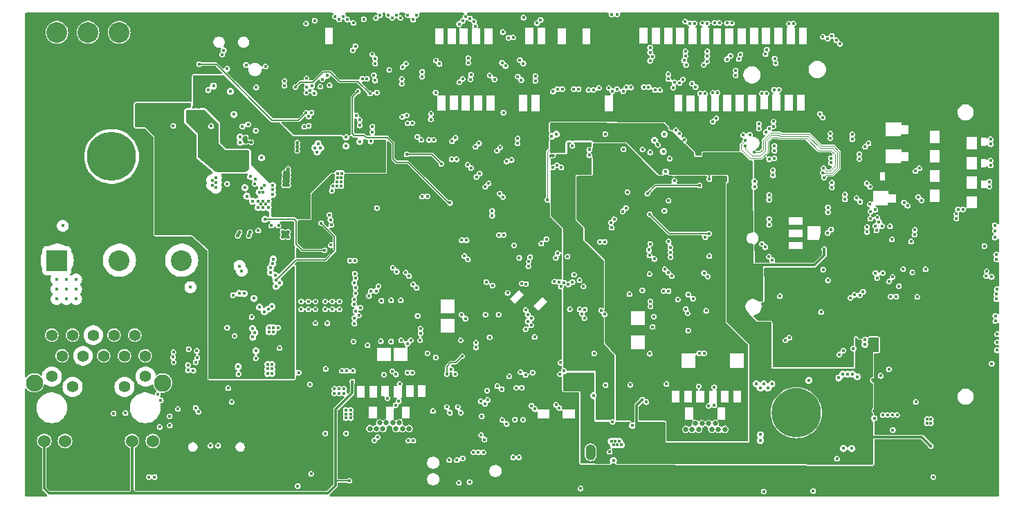
<source format=gbr>
%TF.GenerationSoftware,KiCad,Pcbnew,8.0.8*%
%TF.CreationDate,2025-02-13T16:32:42+11:00*%
%TF.ProjectId,jetson-orin-baseboard,6a657473-6f6e-42d6-9f72-696e2d626173,1.3.0*%
%TF.SameCoordinates,PX1c5f2f0PY7ac91b0*%
%TF.FileFunction,Copper,L2,Inr*%
%TF.FilePolarity,Positive*%
%FSLAX46Y46*%
G04 Gerber Fmt 4.6, Leading zero omitted, Abs format (unit mm)*
G04 Created by KiCad (PCBNEW 8.0.8) date 2025-02-13 16:32:42*
%MOMM*%
%LPD*%
G01*
G04 APERTURE LIST*
%TA.AperFunction,ComponentPad*%
%ADD10C,6.000000*%
%TD*%
%TA.AperFunction,ComponentPad*%
%ADD11C,0.650000*%
%TD*%
%TA.AperFunction,ComponentPad*%
%ADD12O,1.000000X1.600000*%
%TD*%
%TA.AperFunction,ComponentPad*%
%ADD13R,2.540000X2.540000*%
%TD*%
%TA.AperFunction,ComponentPad*%
%ADD14C,2.540000*%
%TD*%
%TA.AperFunction,ComponentPad*%
%ADD15C,1.397000*%
%TD*%
%TA.AperFunction,ComponentPad*%
%ADD16C,1.524000*%
%TD*%
%TA.AperFunction,ComponentPad*%
%ADD17C,2.100000*%
%TD*%
%TA.AperFunction,ComponentPad*%
%ADD18C,2.108200*%
%TD*%
%TA.AperFunction,ComponentPad*%
%ADD19O,1.200000X1.900000*%
%TD*%
%TA.AperFunction,ComponentPad*%
%ADD20O,1.200000X1.700000*%
%TD*%
%TA.AperFunction,ComponentPad*%
%ADD21O,1.000000X2.000000*%
%TD*%
%TA.AperFunction,ComponentPad*%
%ADD22O,1.050000X2.100000*%
%TD*%
%TA.AperFunction,ComponentPad*%
%ADD23C,0.450000*%
%TD*%
%TA.AperFunction,ViaPad*%
%ADD24C,0.450000*%
%TD*%
%TA.AperFunction,Conductor*%
%ADD25C,0.150000*%
%TD*%
%TA.AperFunction,Conductor*%
%ADD26C,0.300000*%
%TD*%
%TA.AperFunction,Conductor*%
%ADD27C,0.125000*%
%TD*%
%TA.AperFunction,Conductor*%
%ADD28C,0.155000*%
%TD*%
%TA.AperFunction,Conductor*%
%ADD29C,0.200000*%
%TD*%
G04 APERTURE END LIST*
D10*
%TO.N,GND*%
%TO.C,H2*%
X94775000Y10637500D03*
%TD*%
%TO.N,GND*%
%TO.C,SP7*%
X49500000Y33600000D03*
%TD*%
D11*
%TO.N,GND*%
%TO.C,J5*%
X86450080Y9300000D03*
%TO.N,/USB3/USBC1_CONN_TX2_N*%
X86050080Y8600000D03*
%TO.N,/USB3/USBC1_CONN_TX2_P*%
X85250080Y8600000D03*
%TO.N,/USB3/USBC1_VBUS*%
X84850080Y9300000D03*
%TO.N,/USB3/USBC1_CC2*%
X84450080Y8600000D03*
%TO.N,USB0_D_P*%
X84050080Y9300000D03*
%TO.N,USB0_D_N*%
X83250080Y9300000D03*
%TO.N,unconnected-(J5-SBU_{2}-PadB8)*%
X82850080Y8600000D03*
%TO.N,/USB3/USBC1_VBUS*%
X82450080Y9300000D03*
%TO.N,/USB3/USBC1_RX1_N*%
X82050080Y8600000D03*
%TO.N,/USB3/USBC1_RX1_P*%
X81250080Y8600000D03*
%TO.N,GND*%
X80850080Y9300000D03*
D12*
X79380080Y8150000D03*
X79380080Y3420000D03*
D11*
X81650080Y9300000D03*
X85650080Y9300000D03*
D12*
X87920080Y8150000D03*
X87920080Y3420000D03*
%TD*%
D13*
%TO.N,/Ethernet/VDD*%
%TO.C,U23*%
X4298000Y29258855D03*
D14*
%TO.N,/Ethernet/ULS-12_CTRL*%
X11918000Y29258855D03*
%TO.N,GNDD*%
X19538000Y29258855D03*
%TO.N,GND*%
X19538000Y57198855D03*
X15728000Y57198855D03*
%TO.N,Net-(U23-TRIM)*%
X11918000Y57198855D03*
%TO.N,POE_OUTPUT*%
X8108000Y57198855D03*
X4298000Y57198855D03*
%TD*%
D10*
%TO.N,GND*%
%TO.C,H1*%
X31175000Y10650000D03*
%TD*%
D15*
%TO.N,GBE_MDI0_P*%
%TO.C,J6*%
X3685000Y20133603D03*
%TO.N,GBE_MDI0_N*%
X4954000Y17594603D03*
%TO.N,GBE_MDI1_P*%
X6224000Y20133603D03*
%TO.N,Net-(J6-P4)*%
X7494000Y17594603D03*
X8763000Y20133603D03*
%TO.N,GBE_MDI1_N*%
X10034000Y17594603D03*
%TO.N,GBE_MDI2_P*%
X11303000Y20133603D03*
%TO.N,GBE_MDI2_N*%
X12575000Y17594603D03*
%TO.N,GBE_MDI3_P*%
X13844000Y20133603D03*
%TO.N,GBE_MDI3_N*%
X15114000Y17594603D03*
%TO.N,/Ethernet/PAIR_12*%
X3685000Y15055603D03*
%TO.N,/Ethernet/PAIR_36*%
X6224000Y13794603D03*
%TO.N,/Ethernet/PAIR_78*%
X12575000Y13794603D03*
%TO.N,/Ethernet/PAIR_910*%
X15114000Y15063603D03*
D16*
%TO.N,+3V3*%
X2758000Y7175603D03*
%TO.N,Net-(J6-LED_GRN-)*%
X5299000Y7175603D03*
%TO.N,+3V3*%
X13499000Y7175603D03*
%TO.N,Net-(J6-LED_YEL-)*%
X16040000Y7175603D03*
D17*
%TO.N,Net-(C78-Pad1)*%
X1549000Y14283603D03*
D18*
X17248000Y14283603D03*
%TD*%
D19*
%TO.N,GND*%
%TO.C,J13*%
X58765000Y5790000D03*
D20*
X58765000Y1290000D03*
D19*
X69614000Y5790000D03*
D20*
X69614000Y1290000D03*
%TD*%
D11*
%TO.N,GND*%
%TO.C,J4*%
X47800000Y9385000D03*
%TO.N,/USB Debug\u002C DP/USBC0_CONN_TX2_P*%
X47400000Y8685000D03*
%TO.N,/USB Debug\u002C DP/USBC0_CONN_TX2_N*%
X46600000Y8685000D03*
%TO.N,/USB Debug\u002C DP/USBC0_VBUS*%
X46200000Y9385000D03*
%TO.N,/USB Debug\u002C DP/USBC0_CC2*%
X45800000Y8685000D03*
%TO.N,USB2_D_P*%
X45400000Y9385000D03*
%TO.N,USB2_D_N*%
X44600000Y9385000D03*
%TO.N,/USB Debug\u002C DP/USBC0_SBU_P*%
X44200000Y8685000D03*
%TO.N,/USB Debug\u002C DP/USBC0_VBUS*%
X43800000Y9385000D03*
%TO.N,/USB Debug\u002C DP/USBC0_RX1_N*%
X43400000Y8685000D03*
%TO.N,/USB Debug\u002C DP/USBC0_RX1_P*%
X42600000Y8685000D03*
%TO.N,GND*%
X42200000Y9385000D03*
D12*
X40730000Y8235000D03*
X40730000Y3505000D03*
D11*
X43000000Y9385000D03*
X47000000Y9385000D03*
D12*
X49270000Y8235000D03*
X49270000Y3505000D03*
%TD*%
D10*
%TO.N,GND*%
%TO.C,H3*%
X115000000Y5000000D03*
%TD*%
%TO.N,GND*%
%TO.C,H4*%
X10000000Y5000000D03*
%TD*%
%TO.N,GND*%
%TO.C,H5*%
X115000000Y56500000D03*
%TD*%
D21*
%TO.N,GND*%
%TO.C,J3*%
X28161000Y2755000D03*
D22*
X28161000Y6936000D03*
D21*
X19520000Y2755000D03*
D22*
X19520000Y6936000D03*
%TD*%
D10*
%TO.N,GND*%
%TO.C,SP8*%
X11000000Y42000000D03*
%TD*%
%TO.N,GND*%
%TO.C,H6*%
X7500000Y52500000D03*
%TD*%
D23*
%TO.N,/USB Debug\u002C DP/DRAIN1*%
%TO.C,U6*%
X37126000Y23299000D03*
X38000000Y23299000D03*
X38877000Y23299000D03*
X37127000Y24249000D03*
X38000000Y24249000D03*
X38877000Y24249000D03*
%TO.N,/USB Debug\u002C DP/DRAIN2*%
X34200000Y23299000D03*
X35075000Y23299000D03*
X35952000Y23299000D03*
X34201000Y24249000D03*
X35075000Y24249000D03*
X35952000Y24249000D03*
%TO.N,GND*%
X35228000Y25498000D03*
X36550000Y25500000D03*
X37871000Y25500000D03*
X34054000Y26698000D03*
X35228000Y26698000D03*
X37877000Y26698000D03*
X39054000Y26698000D03*
X36550000Y26700000D03*
X35228000Y27898000D03*
X36551000Y27898000D03*
X37877000Y27898000D03*
%TD*%
D24*
%TO.N,GND*%
X93490000Y43750000D03*
X63370000Y52160000D03*
X93150000Y3700000D03*
X51759753Y54210001D03*
X90200000Y1000000D03*
X42550000Y55450000D03*
X56575000Y17975000D03*
X84340000Y57940000D03*
X110900000Y15900000D03*
X23190000Y45720000D03*
X93350000Y55500000D03*
X47900000Y54200000D03*
X46200000Y38400000D03*
X74600000Y27150000D03*
X93230000Y25290000D03*
X54150000Y53750000D03*
X35680000Y34920000D03*
X108900000Y43150000D03*
X112600000Y40800000D03*
X45261244Y28955392D03*
X8150000Y10350000D03*
X54750000Y31260000D03*
X84650000Y22400000D03*
X57220000Y27120000D03*
X93500000Y39260000D03*
X21700000Y12100000D03*
X18550000Y45750000D03*
X53750000Y54500000D03*
X33710000Y42690000D03*
X50664208Y47250000D03*
X41290000Y38500000D03*
X68750000Y50000000D03*
X31930000Y32780000D03*
X79115438Y24960062D03*
X32150000Y40010000D03*
X67000000Y51700000D03*
X112950000Y17650000D03*
X119274500Y15450000D03*
X115475000Y40000000D03*
X1550000Y57150000D03*
X58260000Y47400000D03*
X26649282Y32716875D03*
X77325000Y27225000D03*
X68350000Y57925000D03*
X93260000Y27890000D03*
X28630000Y45170000D03*
X45240000Y55451498D03*
X32100000Y38500000D03*
X21950000Y9350000D03*
X54572500Y12160000D03*
X33300000Y54900000D03*
X117150000Y45640000D03*
X85790000Y57950000D03*
X54160000Y2022500D03*
X44450000Y47050000D03*
X46740000Y7260000D03*
X26520000Y15362000D03*
X40290000Y38500000D03*
X96060000Y30740000D03*
X71450000Y34050000D03*
X93450000Y37800000D03*
X51860000Y58030000D03*
X95750000Y43680000D03*
X96200000Y49780000D03*
X65602278Y28992812D03*
X115237667Y25262667D03*
X98600000Y34600000D03*
X42675000Y51050000D03*
X118850000Y39340000D03*
X93000000Y47200000D03*
X32580000Y32140000D03*
X118875000Y43000000D03*
X115250000Y21475500D03*
X98210000Y36230000D03*
X88728081Y47222960D03*
X28325167Y56975167D03*
X59550000Y9850000D03*
X62195769Y10927994D03*
X43750000Y38500000D03*
X83800000Y13800000D03*
X107575000Y24700000D03*
X54850000Y58050000D03*
X82475536Y47288684D03*
X32600000Y39000000D03*
X57300000Y6250000D03*
X102190000Y43810000D03*
X73500000Y20550000D03*
X77960000Y47300000D03*
X33590000Y45050000D03*
X110775000Y45600000D03*
X94840000Y57860000D03*
X43250000Y38500000D03*
X91920000Y36310000D03*
X43750000Y39000000D03*
X71950000Y5850000D03*
X27410000Y43780000D03*
X48900000Y25800000D03*
X71103485Y50047289D03*
X82350000Y45750000D03*
X46700000Y38400000D03*
X28950000Y32940000D03*
X32600000Y40500000D03*
X20150000Y10550000D03*
X96330000Y55410000D03*
X93530000Y40750000D03*
X61970000Y53440000D03*
X110750000Y38300000D03*
X65000000Y42100000D03*
X32520000Y46950000D03*
X52875000Y43250000D03*
X55250000Y54500000D03*
X38100000Y15450000D03*
X32110000Y38980000D03*
X112660000Y31740000D03*
X58850000Y52470000D03*
X51055000Y3425000D03*
X43740000Y7090000D03*
X23150000Y52550000D03*
X50350000Y58000000D03*
X118760000Y37760000D03*
X109610000Y31880000D03*
X114625000Y48550000D03*
X26440000Y32300000D03*
X40790000Y39000000D03*
X95990000Y28090000D03*
X32500000Y47437500D03*
X79733979Y55127100D03*
X21950000Y8800000D03*
X53375000Y51675000D03*
X21350000Y8800000D03*
X93310000Y58100000D03*
X32630000Y39490000D03*
X110775000Y43200000D03*
X94600000Y47400000D03*
X85946953Y39200462D03*
X47850000Y26950000D03*
X75970000Y42860000D03*
X77850000Y43430000D03*
X31550000Y18550000D03*
X46700000Y38900000D03*
X73750000Y36300000D03*
X40790000Y38500000D03*
X25150000Y38650000D03*
X93400000Y34800000D03*
X27010000Y45690000D03*
X93400000Y36150000D03*
X110800000Y31200000D03*
X59450000Y13750000D03*
X99750000Y5000000D03*
X27700000Y45950000D03*
X110800000Y35500000D03*
X55100000Y47390000D03*
X40290000Y39000000D03*
X95820000Y42750000D03*
X75330000Y57980000D03*
X83450000Y37759062D03*
X90090000Y47290000D03*
X107500000Y15050000D03*
X50573000Y14623000D03*
X46431746Y52266590D03*
X60950000Y38925000D03*
X87100000Y47510000D03*
X26423952Y51922714D03*
X57850000Y57950000D03*
X62594303Y50738537D03*
X71400000Y44750000D03*
X103000000Y42600000D03*
X32130000Y39470000D03*
X47700000Y38900000D03*
X18625000Y4805000D03*
X31350000Y21050000D03*
X62000000Y19950000D03*
X118900000Y41975000D03*
X93350000Y33309000D03*
X58900000Y56509000D03*
X115300000Y34900000D03*
X20750000Y9350000D03*
X74600000Y700000D03*
X95760000Y36200000D03*
X27940000Y32740000D03*
X52990000Y58000000D03*
X104150000Y14625500D03*
X91940000Y34700000D03*
X78926468Y17862500D03*
X65400000Y5900000D03*
X108100000Y46750000D03*
X96058002Y47358002D03*
X96100000Y51150000D03*
X31420000Y33530000D03*
X35450000Y54450000D03*
X70250000Y52800000D03*
X54625000Y28760000D03*
X63900167Y49999833D03*
X94850000Y55490000D03*
X90118506Y50089063D03*
X21350000Y9950000D03*
X19762500Y15775999D03*
X93140585Y49859415D03*
X46580000Y15500000D03*
X28150000Y22350000D03*
X27780000Y32300000D03*
X107450000Y20724500D03*
X95920000Y37400000D03*
X78360000Y55371000D03*
X95830000Y31920000D03*
X104320000Y43480000D03*
X46200000Y38900000D03*
X118875000Y40425000D03*
X65212501Y11043325D03*
X104700000Y9400000D03*
X46988028Y50599881D03*
X103940000Y57860000D03*
X84110000Y47290000D03*
X75300000Y40510000D03*
X82770000Y42450000D03*
X73030000Y28187500D03*
X67375500Y43321500D03*
X91840000Y58100000D03*
X53700000Y44200000D03*
X74193830Y39525000D03*
X98550000Y43750000D03*
X32800000Y55400000D03*
X103778500Y37670000D03*
X115450000Y42375000D03*
X33800000Y55400000D03*
X53700000Y42050000D03*
X112670000Y42260000D03*
X64200000Y5900000D03*
X117120000Y44410000D03*
X57590000Y42870000D03*
X117150000Y34950000D03*
X32590000Y32780000D03*
X98470000Y37910000D03*
X33710000Y43190000D03*
X93450000Y45250000D03*
X61425500Y50850000D03*
X75900000Y10025000D03*
X20150000Y9350000D03*
X101700000Y33550000D03*
X62476064Y58450000D03*
X112700000Y37750000D03*
X102800000Y38600000D03*
X46570000Y54170000D03*
X99250000Y33600000D03*
X51580000Y53750000D03*
X40950000Y45362500D03*
X28650000Y49750000D03*
X117125000Y42475000D03*
X46400000Y27600000D03*
X33710000Y43690000D03*
X92340000Y39250000D03*
X33300000Y55400000D03*
X95880000Y39590000D03*
X44150000Y20850000D03*
X45324048Y22483115D03*
X84015584Y25065584D03*
X56330000Y57980000D03*
X98050000Y3700000D03*
X79290000Y41730000D03*
X92720000Y42410000D03*
X53565000Y29670000D03*
X86850000Y52809000D03*
X84170000Y45780000D03*
X37210356Y31089644D03*
X42390000Y12200000D03*
X95810000Y45190000D03*
X117100000Y37575000D03*
X55970000Y52920000D03*
X76850000Y58020000D03*
X27410000Y44320000D03*
X41125000Y51825000D03*
X110675000Y40775000D03*
X23700000Y8650000D03*
X110650000Y21600000D03*
X48150000Y19300000D03*
X76970000Y730000D03*
X57050000Y35030000D03*
X33800000Y54400000D03*
X52191624Y47379000D03*
X93380000Y41360000D03*
X96100000Y51720000D03*
X98200000Y32250000D03*
X111750000Y3790000D03*
X108789000Y43775000D03*
X44350000Y58950000D03*
X63000000Y5900000D03*
X37112500Y47000000D03*
X20150000Y9950000D03*
X79710000Y47310000D03*
X60400000Y58050000D03*
X60950000Y43075000D03*
X98500000Y45212500D03*
X28509800Y38642267D03*
X98100000Y47727000D03*
X51020000Y54230000D03*
X115425000Y37625000D03*
X36175500Y19604500D03*
X58100000Y49850000D03*
X60850000Y10150000D03*
X40950000Y52500000D03*
X48590000Y17100000D03*
X92449484Y29372216D03*
X20750000Y9950000D03*
X85770000Y49850000D03*
X107400000Y37667000D03*
X107450000Y35843902D03*
X55460000Y40060000D03*
X57850000Y20515500D03*
X10950000Y46550000D03*
X87390000Y58010000D03*
X90900000Y30280000D03*
X95900000Y23950000D03*
X40200000Y21920000D03*
X37315000Y1995000D03*
X104440000Y38440000D03*
X93570000Y30320000D03*
X36850000Y17450000D03*
X31930000Y32140000D03*
X48000000Y11650000D03*
X32800000Y54400000D03*
X14900000Y8150000D03*
X55581979Y4766979D03*
X80840000Y49930000D03*
X76985891Y49853340D03*
X95850000Y34760000D03*
X90390000Y58340000D03*
X95880000Y40650000D03*
X102600000Y43000000D03*
X75970000Y37800000D03*
X91470000Y50190000D03*
X114950000Y15550000D03*
X92170000Y43910000D03*
X46525000Y53675000D03*
X25855356Y25014644D03*
X91364209Y47356942D03*
X39800000Y19315000D03*
X93490000Y42270000D03*
X82750000Y35650000D03*
X66900000Y57900000D03*
X21850000Y57850000D03*
X33500000Y47437500D03*
X84590000Y53520000D03*
X54390000Y51910000D03*
X117125000Y39975000D03*
X84010000Y50150000D03*
X68749833Y26100167D03*
X33000000Y47437500D03*
X45690000Y16550000D03*
X48250000Y14125000D03*
X91390000Y39990000D03*
X115390000Y45400000D03*
X54375000Y40350000D03*
X79357954Y49964987D03*
X98700000Y42300000D03*
X109000000Y40850000D03*
X81770000Y55190000D03*
X20750000Y10550000D03*
X91500000Y46000000D03*
X35650000Y2550000D03*
X28080000Y43730000D03*
X21350000Y9350000D03*
X56525000Y43725000D03*
X100050000Y1750000D03*
X37625000Y51300000D03*
X83100000Y50400000D03*
X39750000Y38500000D03*
X42700000Y43850000D03*
X22807388Y50118383D03*
X117950000Y8750000D03*
X57279000Y54210001D03*
X3550000Y49150000D03*
X88800000Y58050000D03*
X53602866Y47402866D03*
X26050167Y20049833D03*
X56539091Y38833589D03*
X34730000Y33430000D03*
X82850000Y57960000D03*
X18350000Y6450000D03*
X30570000Y33530000D03*
X110025000Y28325000D03*
X107950000Y6750000D03*
X58300000Y36900000D03*
X83400000Y55250000D03*
X71450000Y14025000D03*
X58920000Y43590000D03*
X45000000Y8650000D03*
X19812500Y18396250D03*
X91950000Y37650000D03*
X72300000Y9500000D03*
X107950000Y10750000D03*
X50315000Y22487000D03*
X56590000Y49810000D03*
X42462000Y26100000D03*
X115350000Y31100000D03*
X25150000Y12900000D03*
X60100000Y44125000D03*
X69850000Y57975000D03*
X109940000Y34480000D03*
X8550000Y14250000D03*
X90027000Y31191000D03*
X105900000Y5950000D03*
X44749514Y22470031D03*
X98750000Y39250000D03*
X32800000Y54900000D03*
X33020000Y46950000D03*
X33300000Y54400000D03*
X45250000Y14150000D03*
X38000000Y19550000D03*
X60000000Y47450000D03*
X93570000Y53290000D03*
X96350000Y58100000D03*
X52200000Y42150000D03*
X98700000Y40700000D03*
X32600000Y38500000D03*
X76890585Y42490585D03*
X55690000Y42630000D03*
X25150000Y21050000D03*
X63685323Y47400000D03*
X82500000Y55151000D03*
X117200000Y31110000D03*
X61150000Y33850000D03*
X85445585Y47085585D03*
X17244565Y15820591D03*
X114392909Y24900519D03*
X96100000Y52275000D03*
X82750000Y36150000D03*
X81100000Y47290000D03*
X115350000Y17650000D03*
X95840000Y33440000D03*
X47200000Y38900000D03*
X53600000Y49800000D03*
X33800000Y54900000D03*
X55080000Y49810000D03*
X68450000Y52850000D03*
X46900000Y52000000D03*
X32640000Y40000000D03*
X103900000Y625000D03*
X102850000Y41200000D03*
X91980000Y33240000D03*
X79100000Y37310000D03*
X115200000Y39250000D03*
X104400000Y40550000D03*
X36840000Y55480000D03*
X47200000Y38400000D03*
X58690000Y31880000D03*
X53550167Y31249833D03*
X44650000Y20850000D03*
X88600000Y49830000D03*
X61430619Y36450000D03*
X83600000Y33030000D03*
X60850000Y52400000D03*
X43250000Y39000000D03*
X74920000Y49980000D03*
X91482792Y30463085D03*
X65350000Y58380000D03*
X85860000Y55340000D03*
X112630000Y33230000D03*
X33520000Y46950000D03*
X36450000Y52550000D03*
X102000000Y37500000D03*
X96150000Y1050000D03*
X102800000Y20040000D03*
X5050000Y59350000D03*
X76480000Y46930000D03*
X28500000Y55200000D03*
X82450000Y49850000D03*
X52120000Y49850000D03*
X10550000Y10350000D03*
X21950000Y9950000D03*
X118900000Y44575000D03*
X66600000Y5900000D03*
X79550000Y45550000D03*
X41290000Y39000000D03*
X64450000Y58355000D03*
X104700000Y10700000D03*
X47700000Y38400000D03*
X48387131Y15421394D03*
X28650000Y17300000D03*
%TO.N,CSI1_D0_N*%
X92140000Y53990000D03*
%TO.N,CSI0_D0_N*%
X97682006Y47218741D03*
%TO.N,CSI1_D0_P*%
X92270000Y53420000D03*
%TO.N,CSI0_D0_P*%
X98025011Y46754989D03*
%TO.N,CSI1_CLK_N*%
X55470000Y57980000D03*
X94440000Y58280000D03*
%TO.N,CSI0_CLK_N*%
X101610000Y44697000D03*
%TO.N,CSI1_CLK_P*%
X55330000Y58540000D03*
X93860000Y58270000D03*
%TO.N,CSI0_CLK_P*%
X101610000Y44103000D03*
%TO.N,CSI1_D1_N*%
X91180000Y55090000D03*
%TO.N,CSI0_D1_N*%
X92644323Y50160000D03*
%TO.N,CSI1_D1_P*%
X91010000Y54540000D03*
%TO.N,CSI0_D1_P*%
X92050323Y50160000D03*
%TO.N,CSI3_D0_N*%
X81290000Y53220000D03*
%TO.N,CSI2_D0_N*%
X109840000Y40570000D03*
X91144323Y49710134D03*
%TO.N,CSI3_D0_P*%
X81050000Y53750000D03*
%TO.N,CSI2_D0_P*%
X90550323Y49710134D03*
X109380000Y40220000D03*
%TO.N,CSI3_CLK_N*%
X61377890Y53392110D03*
X87360000Y51933000D03*
%TO.N,CSI2_CLK_N*%
X109290000Y33020000D03*
X91460011Y45385011D03*
%TO.N,CSI3_CLK_P*%
X60962110Y53807890D03*
X87360000Y52527000D03*
%TO.N,CSI2_CLK_P*%
X91039989Y44964989D03*
X109240000Y32440000D03*
%TO.N,CSI3_D1_N*%
X81225000Y54300000D03*
%TO.N,CSI2_D1_N*%
X114370000Y34984000D03*
X90210000Y46004000D03*
%TO.N,CSI3_D1_P*%
X81225000Y54875000D03*
%TO.N,CSI2_D1_P*%
X90210000Y45416000D03*
X114370000Y34396000D03*
%TO.N,DP1_TXD0_N*%
X58893294Y37046706D03*
X47920000Y26340000D03*
%TO.N,DP1_TXD1_P*%
X57123294Y38693294D03*
X47420000Y27360000D03*
%TO.N,DP1_TXD3_N*%
X54973794Y40596706D03*
X42741000Y25548000D03*
%TO.N,DP1_TXD3_P*%
X43363000Y25548000D03*
X54567206Y41003294D03*
%TO.N,SPIO_MOSI*%
X98050000Y56650000D03*
X104700000Y34550000D03*
%TO.N,SPIO_SCK*%
X98630000Y56410000D03*
X103840000Y34380000D03*
%TO.N,SPIO_MISO*%
X99120000Y56780000D03*
X103870000Y35270000D03*
%TO.N,~{SPI0_CS0}*%
X72850000Y59370000D03*
X100120000Y55780000D03*
X104450000Y35470000D03*
%TO.N,~{SPI0_CS1}*%
X103790000Y36160000D03*
X99680000Y56230000D03*
X72170000Y59370000D03*
%TO.N,DP1_AUX_N*%
X54288649Y22161351D03*
X40725000Y21546531D03*
%TO.N,DP1_AUX_P*%
X40725000Y22218531D03*
X53811351Y22638649D03*
%TO.N,SPI1_MOSI*%
X119280000Y25150000D03*
X100449498Y15350502D03*
%TO.N,SPI1_SCK*%
X99987146Y14888856D03*
X119310000Y25740000D03*
%TO.N,SPI1_MISO*%
X101049749Y15350418D03*
X119250000Y24540000D03*
%TO.N,USB0_D_N*%
X83496500Y17900862D03*
X71344000Y31550000D03*
X69944000Y50150000D03*
X84050000Y11450000D03*
%TO.N,~{SPI1_CS0}*%
X119150000Y22500000D03*
X101649833Y15350167D03*
%TO.N,~{SPI1_CS1}*%
X119150000Y21850000D03*
X102250000Y15050000D03*
%TO.N,GPIO01*%
X65500000Y40931500D03*
X106250000Y33450000D03*
X104475500Y27750000D03*
%TO.N,USER_LED1*%
X58950000Y47378500D03*
X70050000Y17900000D03*
X53725499Y19498500D03*
%TO.N,USER_BTN0*%
X66350000Y15774500D03*
X90400000Y7250000D03*
X90800000Y1000000D03*
%TO.N,USER_BTN1*%
X65850000Y15350000D03*
X96850000Y1050000D03*
X90400000Y7950000D03*
%TO.N,PCIE0_RX0_N*%
X92112567Y42703000D03*
X63500000Y58720000D03*
%TO.N,PCIE0_RX0_P*%
X63050000Y58320000D03*
X92112567Y43297000D03*
%TO.N,PCIE0_RX1_N*%
X62850000Y51847000D03*
X91930000Y39703000D03*
%TO.N,PCIE0_RX1_P*%
X91930000Y40297000D03*
X62850000Y51253000D03*
%TO.N,PCIE0_RX2_N*%
X59556000Y56525000D03*
X91450000Y36712500D03*
%TO.N,PCIE0_RX2_P*%
X91450000Y37287500D03*
X60144000Y56570000D03*
%TO.N,PCIE0_RX3_N*%
X91450000Y33650000D03*
X54650000Y53453000D03*
%TO.N,PCIE0_RX3_P*%
X54650000Y54047000D03*
X91450000Y34350000D03*
%TO.N,PCIE0_CLK_N*%
X53970011Y51500011D03*
X92000000Y45703000D03*
%TO.N,USBSS0_RX_N*%
X53853000Y31750000D03*
X53970000Y58600000D03*
%TO.N,PCIE0_CLK_P*%
X92000000Y46297000D03*
X53549989Y51079989D03*
%TO.N,USBSS0_RX_P*%
X54447000Y31750000D03*
X53530000Y58220000D03*
%TO.N,USBSS0_TX_N*%
X54175000Y29800000D03*
X46500000Y51497000D03*
%TO.N,PCIE1_RX0_N*%
X91007890Y30892110D03*
X50702110Y53747890D03*
%TO.N,PCIE1_RX0_P*%
X51117890Y53332110D03*
X90592110Y31307890D03*
%TO.N,PCIE1_CLK_N*%
X91840088Y29320067D03*
X46592110Y52942110D03*
%TO.N,PCIE1_CLK_P*%
X47007890Y53357890D03*
X91420066Y29740089D03*
%TO.N,PCIE1_CLKREQ\u002A*%
X50050000Y46550000D03*
X93928015Y19818677D03*
%TO.N,PCIE1_RST\u002A*%
X93450000Y19500000D03*
X47250000Y59300000D03*
%TO.N,GBE_MDI0_N*%
X47210000Y46060000D03*
%TO.N,GBE_MDI0_P*%
X47800000Y46090000D03*
%TO.N,GBE_MDI1_N*%
X47100000Y47025000D03*
%TO.N,GBE_MDI1_P*%
X46550000Y46850000D03*
%TO.N,I2S0_SDOUT*%
X46350000Y58950000D03*
X118025000Y27375000D03*
%TO.N,I2S0_SDIN*%
X45850000Y59300000D03*
X106560000Y27250000D03*
%TO.N,GBE_MDI2_N*%
X42910000Y44994000D03*
%TO.N,I2S0_LRCK*%
X45350000Y58950000D03*
X106130000Y26690000D03*
%TO.N,GBE_MDI2_P*%
X42910000Y45666000D03*
%TO.N,I2S0_SCLK*%
X118075000Y27950000D03*
X44850000Y59300000D03*
%TO.N,GBE_MDI3_N*%
X41350000Y45800000D03*
%TO.N,GBE_MDI3_P*%
X41350000Y46487500D03*
%TO.N,GPIO09*%
X106480000Y31840000D03*
X107850000Y28220000D03*
X41850000Y58800000D03*
%TO.N,SDA_CAM*%
X40840000Y55500000D03*
X65200000Y26675000D03*
%TO.N,/SoM/~{FORCE_RECOVERY}*%
X57025500Y12200000D03*
X52414182Y36314182D03*
X72400000Y4800000D03*
X41150000Y49975000D03*
%TO.N,SCL_CAM*%
X65775000Y26650000D03*
X40505523Y55007622D03*
%TO.N,GPIO11*%
X119250000Y29400000D03*
X41396000Y43830000D03*
%TO.N,GPIO12*%
X36160000Y42560000D03*
X119225000Y30000000D03*
%TO.N,GPIO13*%
X36580000Y43070000D03*
X119075000Y32075000D03*
%TO.N,/SoM/PMIC_BBAT*%
X25974500Y47150000D03*
X81200000Y58525500D03*
X35850000Y58650000D03*
%TO.N,~{RESET}*%
X29325000Y41825000D03*
X16660000Y12910000D03*
X16870000Y8887990D03*
X42890000Y54510000D03*
X34800000Y58274500D03*
X48420000Y44430000D03*
%TO.N,+3V3*%
X65050000Y42750000D03*
X38600000Y38900000D03*
X108837500Y31587500D03*
X67050000Y14750000D03*
X98200000Y30650000D03*
X89250000Y25050000D03*
X39140000Y39930000D03*
X88748213Y41403316D03*
X38640000Y39920000D03*
X111550000Y2750000D03*
X48450000Y22487000D03*
X37400000Y21577083D03*
X89127023Y41029146D03*
X37662500Y34850000D03*
X38600000Y38400000D03*
X104550000Y18950000D03*
X37950000Y37800000D03*
X67050000Y13550000D03*
X38630000Y39390000D03*
X77290000Y41690000D03*
X39700000Y43270000D03*
X40450000Y14450000D03*
X38075000Y38375000D03*
X104550000Y19550000D03*
X111250000Y6550000D03*
X75800000Y7050000D03*
X67050000Y14150000D03*
X56750000Y22638000D03*
X88650000Y24750000D03*
X90080000Y24780000D03*
X40095000Y2290000D03*
X74125500Y37650000D03*
X104150000Y19250000D03*
X65550000Y43321500D03*
X103250000Y10362500D03*
X48750000Y19500000D03*
X39120000Y39400000D03*
X76850000Y34950000D03*
X35815315Y49766913D03*
X77200000Y21150000D03*
X40600000Y19350000D03*
X66550000Y14750000D03*
X104150000Y18650000D03*
X76850000Y17862000D03*
X104601293Y32945258D03*
X39100000Y38900000D03*
X65550000Y42750000D03*
X65050000Y43321500D03*
X84150000Y39250000D03*
X42500000Y24930000D03*
X66550000Y14150000D03*
X75950000Y12250000D03*
X39100000Y38400000D03*
X84100000Y32575000D03*
X88650000Y25350000D03*
X66550000Y13550000D03*
X58200000Y13900000D03*
X89800000Y25300000D03*
X88400000Y41800000D03*
X81050000Y44050000D03*
X103850000Y10362500D03*
X64350000Y36700000D03*
X81550000Y20700000D03*
X102650000Y10362500D03*
X57250000Y19880500D03*
%TO.N,EEPROM_PWR*%
X53900000Y17550000D03*
X52020000Y15370000D03*
%TO.N,+5V*%
X28950000Y36550000D03*
X70500000Y10150000D03*
X40250000Y10480000D03*
X70500000Y11150000D03*
X39650000Y9980000D03*
X30249258Y21038000D03*
X28950000Y35750000D03*
X40840000Y27080000D03*
X71000000Y10150000D03*
X30750000Y20550000D03*
X40250000Y9980000D03*
X107150000Y10350000D03*
X67362000Y42200000D03*
X29550000Y35750000D03*
X30250000Y20550000D03*
X105350000Y10350000D03*
X75950000Y25615000D03*
X67375000Y42700000D03*
X29550000Y36545000D03*
X29850000Y36150000D03*
X33884503Y15531724D03*
X39650000Y10980000D03*
X56300000Y10200000D03*
X40250000Y10980000D03*
X28250000Y20950000D03*
X39650000Y10480000D03*
X71000000Y11150000D03*
X106550000Y10350000D03*
X30150000Y36545000D03*
X105950000Y10350000D03*
X31560000Y26510000D03*
X70750000Y10650000D03*
X30150000Y35750000D03*
X30750000Y21050000D03*
X29250000Y36150000D03*
%TO.N,CAN_RX*%
X60150000Y5150000D03*
X49624793Y37121999D03*
X57850000Y51450000D03*
X50430000Y44030000D03*
X56150000Y12050000D03*
X119325000Y18275000D03*
%TO.N,CAN_TX*%
X60850000Y5150000D03*
X49010244Y37090814D03*
X56700000Y11700000D03*
X49830000Y44020000D03*
X57275000Y51925000D03*
X118700000Y16650000D03*
%TO.N,GPIO07*%
X43450000Y49850000D03*
X101750000Y18500000D03*
X40550000Y15750000D03*
X35308564Y50102926D03*
X104450000Y33500000D03*
%TO.N,PCIE2_RST\u002A*%
X39850000Y58750000D03*
X104900000Y34000000D03*
X106340000Y24860000D03*
%TO.N,PCIE2_CLKREQ\u002A*%
X107020000Y24850000D03*
X39350000Y59150000D03*
X105250167Y33500167D03*
%TO.N,/Ethernet/VDD*%
X6650000Y24550000D03*
X5450000Y26950000D03*
X4250000Y24550000D03*
X23300000Y38500000D03*
X5450000Y25750000D03*
X6650000Y25750000D03*
X4250000Y25750000D03*
X6650000Y26950000D03*
X23760000Y39400000D03*
X5450000Y24550000D03*
X23760000Y38800000D03*
X23300000Y39100000D03*
X23750000Y38200000D03*
X4250000Y26950000D03*
%TO.N,GNDD*%
X5025000Y33525000D03*
X26650000Y28600000D03*
%TO.N,USBSS1_RX_N*%
X114578000Y35525000D03*
X86894323Y58320000D03*
%TO.N,+1V8*%
X108975000Y27810000D03*
X58750000Y13500000D03*
X106100000Y15950000D03*
X35124499Y46893788D03*
X76835000Y27615000D03*
X70000000Y12750000D03*
X28400000Y24625500D03*
X35860000Y43070000D03*
X50315000Y10840000D03*
X66781153Y29750515D03*
X74350000Y25150000D03*
%TO.N,PCIE2_RX0_N*%
X80480011Y44799989D03*
X118550000Y41497000D03*
%TO.N,USBSS1_RX_P*%
X115172000Y35525000D03*
X86300323Y58320000D03*
%TO.N,VCC*%
X22100000Y51452500D03*
X21200000Y50300000D03*
X44200000Y42300000D03*
X43200000Y42800000D03*
X34525000Y34825000D03*
X21750000Y50300000D03*
X22100000Y50852500D03*
X111260000Y9850000D03*
X34350000Y37250000D03*
X37150000Y8100000D03*
X34850000Y37250000D03*
X43700000Y42300000D03*
X43700000Y41800000D03*
X43700000Y42800000D03*
X21630000Y48010000D03*
X21500000Y51452500D03*
X24730000Y47437500D03*
X21080000Y48010000D03*
X111260000Y9350000D03*
X34350000Y36750000D03*
X21500000Y50852500D03*
X34850000Y35250000D03*
X43200000Y43300000D03*
X34850000Y36250000D03*
X43700000Y43300000D03*
X34850000Y35750000D03*
X110760000Y9850000D03*
X34850000Y36750000D03*
X44200000Y41800000D03*
X110760000Y9350000D03*
%TO.N,USB_FLASH_ID*%
X78550000Y25550000D03*
X73650000Y42900000D03*
X73600000Y50000000D03*
%TO.N,3V3_STDB*%
X25530000Y49980000D03*
X33785000Y1650000D03*
X109400000Y11950000D03*
X54800000Y2150000D03*
%TO.N,UART0_RTS*%
X91450000Y41650000D03*
X71850000Y50390000D03*
%TO.N,UART0_CTS*%
X70650000Y50400000D03*
X92100000Y41775000D03*
%TO.N,PCIE3_RST\u002A*%
X38850000Y58774500D03*
X117800000Y31025000D03*
%TO.N,/USB Debug\u002C DP/USBC0_RX2_N*%
X47200000Y15550000D03*
X47180000Y19090000D03*
%TO.N,/Ethernet/POE_ACTIVE*%
X26914280Y28000000D03*
X20640000Y26000000D03*
%TO.N,PCIE3_CLKREQ\u002A*%
X38350000Y59150000D03*
X119080000Y33575000D03*
X109590000Y24820000D03*
X110590000Y28200000D03*
%TO.N,I2C2_SCL*%
X34560000Y45637500D03*
X103200000Y19000000D03*
X119350000Y19250000D03*
%TO.N,I2C2_SDA*%
X119350000Y20250000D03*
X35121248Y45762500D03*
X103200000Y19600000D03*
%TO.N,PCIE2_RX0_P*%
X118550000Y40903000D03*
X80059989Y45220011D03*
%TO.N,USBSS1_TX_N*%
X85370000Y58350000D03*
X102160000Y36910000D03*
%TO.N,/USB Debug\u002C DP/PDC_LDO_3V3*%
X35950000Y21600000D03*
X37820000Y31150000D03*
%TO.N,Net-(D36-A)*%
X28700000Y50450000D03*
X35400000Y3150000D03*
X27450000Y53225500D03*
%TO.N,Net-(D1-C)*%
X101900000Y25050000D03*
%TO.N,/USB Debug\u002C DP/USBC0_RX2_P*%
X47775000Y15550000D03*
X47592334Y19492334D03*
%TO.N,/USB Debug\u002C DP/USBC0_RX1_N*%
X43557890Y7647890D03*
%TO.N,/USB Debug\u002C DP/USBC0_RX1_P*%
X43142110Y7232110D03*
%TO.N,PCIE2_TX0_N*%
X102500000Y42297000D03*
X85144323Y49800000D03*
%TO.N,USBSS1_TX_P*%
X84790000Y58370000D03*
X102600000Y36450000D03*
%TO.N,PCIE2_TX0_P*%
X84550323Y49800000D03*
X102500000Y41703000D03*
%TO.N,USBSS2_RX_N*%
X79120000Y51480000D03*
X83894323Y58310000D03*
X72520000Y34320000D03*
%TO.N,PCIE2_CLK_N*%
X83594000Y49700000D03*
X103389989Y38710011D03*
%TO.N,USBSS2_RX_P*%
X79125000Y52069000D03*
X83310000Y58320000D03*
X72107666Y33907666D03*
%TO.N,PCIE2_CLK_P*%
X83006000Y49700000D03*
X103810011Y38289989D03*
%TO.N,USBSS2_TX_N*%
X73950000Y35690000D03*
X82347161Y58312839D03*
X79870000Y51080000D03*
%TO.N,/SoM/DEBUG_TXD_1V8*%
X35460000Y47380000D03*
%TO.N,/M.2/~{LED1}*%
X98070000Y28150000D03*
X89700000Y38950000D03*
%TO.N,PCIE2_RX1_N*%
X118550000Y44097000D03*
X82460000Y50520000D03*
%TO.N,USBSS2_TX_P*%
X81760000Y58290000D03*
X79720000Y50430000D03*
X73532666Y35282666D03*
%TO.N,PCIE2_RX1_P*%
X82030000Y50930000D03*
X118550000Y43503000D03*
%TO.N,Net-(D61-A)*%
X53500000Y2050000D03*
X25150000Y52750000D03*
%TO.N,/M.2/~{M2_E_UART_WAKE}*%
X92775000Y24895000D03*
X84135000Y29810000D03*
%TO.N,/USB Debug\u002C DP/FTDI_3V3*%
X19100000Y11100000D03*
X20335333Y15825900D03*
X26500000Y16275000D03*
X20430000Y18425000D03*
X18530000Y17430000D03*
%TO.N,/USB Debug\u002C DP/USBC3_VBUS*%
X30600000Y16000000D03*
X30100000Y15450000D03*
X30100000Y16000000D03*
X30100000Y16550000D03*
X30600000Y16550000D03*
X30600000Y15450000D03*
%TO.N,/USB Debug\u002C DP/USBC0_CONN_TX2_N*%
X47333000Y7210000D03*
%TO.N,/CSI/CSI3_0_D1_N*%
X83910000Y54259400D03*
X109702110Y37037890D03*
%TO.N,/CSI/CSI3_0_D1_P*%
X83910000Y54853400D03*
X110117890Y36622110D03*
%TO.N,/CSI/CSI3_0_D0_N*%
X83439989Y53199989D03*
X107972110Y36387890D03*
%TO.N,/CSI/CSI3_0_D0_P*%
X108387890Y35972110D03*
X83860011Y53620011D03*
%TO.N,/CSI/CSI1_1_D0_N*%
X54980000Y52020000D03*
X86710011Y54330011D03*
%TO.N,/CSI/CSI1_1_D0_P*%
X54920000Y51430000D03*
X86289989Y53909989D03*
%TO.N,/CSI/CSI1_1_D1_N*%
X49000000Y52370000D03*
X87960000Y54480000D03*
%TO.N,/CSI/CSI1_1_D1_P*%
X87750000Y53940000D03*
X48990000Y51780000D03*
%TO.N,/CSI/CSI3_1_D1_N*%
X76890000Y54743000D03*
X59197890Y53072110D03*
%TO.N,/CSI/CSI3_1_D1_P*%
X76890000Y55337000D03*
X58782110Y53487890D03*
%TO.N,/CSI/CSI3_1_D0_N*%
X61127890Y51372110D03*
X76890000Y53730000D03*
%TO.N,/CSI/CSI3_1_D0_P*%
X60712110Y51787890D03*
X77190000Y54240000D03*
%TO.N,VSYNC_CAM2*%
X39680000Y44370000D03*
%TO.N,VSYNC_CAM3*%
X36250000Y43580000D03*
%TO.N,/M.2/M2_M_SMB_CLK*%
X98185000Y39435000D03*
X89600000Y42495000D03*
%TO.N,/M.2/M2_M_SMB_DATA*%
X98020000Y39995000D03*
X88525000Y43275000D03*
%TO.N,/M.2/~{M2_M_ALERT}*%
X88550000Y43965000D03*
X98135000Y40565000D03*
%TO.N,/M.2/~{M2_M_CLKREQ0}*%
X78500000Y42600000D03*
X78650000Y35350000D03*
%TO.N,/M.2/~{M2_M_PEWAKE0}*%
X79850000Y39050000D03*
X78650000Y44750000D03*
%TO.N,SYS_SDA*%
X83500000Y27737500D03*
X56200000Y7900000D03*
X100050000Y17750000D03*
X30782860Y29445728D03*
X40696398Y24525324D03*
X43100000Y51950000D03*
X32150000Y51250000D03*
X79106235Y27793765D03*
%TO.N,SYS_SCL*%
X78700000Y28200000D03*
X40650000Y23933672D03*
X32150000Y50650000D03*
X83950000Y27312500D03*
X43250000Y51300000D03*
X30680000Y28880000D03*
X100550000Y18250000D03*
X56620000Y7350000D03*
%TO.N,~{PDC_CS}*%
X53020000Y15370000D03*
X50670000Y17400000D03*
%TO.N,PDC_SCLK*%
X53360000Y11330000D03*
X52022000Y11330000D03*
%TO.N,PDC_MISO*%
X52520000Y15950000D03*
%TO.N,PDC_MOSI*%
X52400000Y10650000D03*
X53727500Y10650000D03*
%TO.N,/USB Debug\u002C DP/USBC0_CONN_TX2_P*%
X47927000Y7210000D03*
%TO.N,/USB Debug\u002C DP/USBC0_VBUS*%
X38250000Y13000000D03*
X38850000Y13550000D03*
X39450000Y13550000D03*
X39450000Y13000000D03*
X38850000Y13000000D03*
X39685000Y8085000D03*
X38250000Y13550000D03*
%TO.N,/USB3/USBC1_VBUS*%
X73400000Y6700000D03*
X72150000Y7150000D03*
X72900000Y6700000D03*
X73150000Y7150000D03*
X72650000Y7150000D03*
X72400000Y6700000D03*
X68385000Y1345000D03*
%TO.N,/USB Debug\u002C DP/FTDI_LED_TX*%
X16250000Y2750000D03*
X25250000Y13638000D03*
%TO.N,/USB Debug\u002C DP/FTDI_LED_RX*%
X15550000Y2750000D03*
X18115000Y9070000D03*
X21000000Y15800000D03*
%TO.N,/USB Debug\u002C DP/USBC3_CC1*%
X31100000Y26072500D03*
X25700000Y11950000D03*
%TO.N,DP1_TXD0_HDMI_TX2_N*%
X80913294Y51423294D03*
%TO.N,/USB Debug\u002C DP/USBC3_CC2*%
X21600000Y10750000D03*
X31000000Y27437500D03*
%TO.N,/USB Debug\u002C DP/USBC0_CC1*%
X44322001Y15300678D03*
X40750000Y27650000D03*
%TO.N,/USB Debug\u002C DP/USBC0_CC2*%
X40675000Y26525000D03*
X46150000Y12050000D03*
X46250000Y14150000D03*
%TO.N,PWR_SOFT*%
X29835000Y53015000D03*
X28650000Y18220000D03*
%TO.N,/USB3/USBC1_CC1*%
X76950000Y23650000D03*
X82850000Y13850000D03*
%TO.N,/USB3/USBC1_CC2*%
X76930000Y24270000D03*
X84750000Y11550000D03*
X84750000Y13750000D03*
%TO.N,/USB3/USBC1_ID*%
X76428015Y11931323D03*
X79150000Y25550000D03*
%TO.N,/USB Debug\u002C DP/USBC0_FLIP*%
X30646800Y23628700D03*
X41450000Y23514752D03*
%TO.N,/USB Debug\u002C DP/USBC0_CTL0*%
X40843765Y23062000D03*
X30159263Y23324794D03*
%TO.N,/USB Debug\u002C DP/USBC0_CTL1*%
X29682818Y23003775D03*
X41250000Y22550000D03*
%TO.N,/USB Debug\u002C DP/PDC_I2C1_SCL*%
X18572644Y18056964D03*
X30449890Y27776867D03*
X21418590Y18215617D03*
%TO.N,/USB Debug\u002C DP/PDC_I2C1_SDA*%
X21487500Y17365617D03*
X30452626Y28351863D03*
X18600000Y16800000D03*
%TO.N,/USB Debug\u002C DP/USBC0_I2C_EN*%
X44014499Y24350000D03*
%TO.N,/USB Debug\u002C DP/USBC0_SSEQ0*%
X46400000Y24400000D03*
%TO.N,/USB Debug\u002C DP/USBC0_SSEQ1*%
X48800000Y20924503D03*
%TO.N,/USB Debug\u002C DP/USBC0_DPEQ0*%
X45200000Y24394500D03*
%TO.N,/USB Debug\u002C DP/USBC0_DPEQ1*%
X48800000Y20350000D03*
%TO.N,/USB Debug\u002C DP/USBC0_EQ0*%
X46425000Y19500000D03*
%TO.N,/USB Debug\u002C DP/USBC0_EQ1*%
X45200000Y19350000D03*
%TO.N,CSIA_FLG*%
X105100000Y15150000D03*
X78900000Y14150000D03*
X62522500Y15550000D03*
%TO.N,/USB3/USBC1_ADDR*%
X81500000Y22800000D03*
%TO.N,/USB3/~{USBC1_INT}*%
X81250000Y23350000D03*
%TO.N,/CSI/SDA_CAM0*%
X67400000Y26643000D03*
%TO.N,CSIA_PEN*%
X96290000Y14610000D03*
X104370000Y9950000D03*
X58350000Y22638000D03*
%TO.N,/CSI/SCL_CAM0*%
X66890000Y26320000D03*
%TO.N,/CSI/I2C_MUX_RESET*%
X65565089Y30152255D03*
%TO.N,/SoM/DEBUG_RXD_1V8*%
X34809661Y49809326D03*
%TO.N,/Supply/VCC_IN*%
X14300000Y46400000D03*
X32300000Y16200000D03*
X14300000Y47150000D03*
X15050000Y47900000D03*
X26200000Y17850000D03*
X14300000Y47900000D03*
X26650000Y17100000D03*
X26650000Y17600000D03*
X25200000Y18350000D03*
X25200000Y17350000D03*
X26200000Y17350000D03*
X15050000Y47150000D03*
X32800000Y15689591D03*
X26200000Y18350000D03*
X25700000Y17350000D03*
X32800000Y16200000D03*
X25700000Y17850000D03*
X25700000Y18350000D03*
X25200000Y17850000D03*
X15050000Y46400000D03*
X31800000Y15700000D03*
X25200000Y18850500D03*
X31800000Y16200000D03*
X26650000Y18100000D03*
X32299226Y15708466D03*
%TO.N,/CSI/SDA_CAM1*%
X66356235Y26556235D03*
%TO.N,/CSI/SCL_CAM1*%
X65970400Y26087000D03*
%TO.N,/CSI/SDA_CAM2*%
X76910000Y31310000D03*
%TO.N,/CSI/SCL_CAM2*%
X76740000Y30560000D03*
%TO.N,/CSI/SDA_CAM3*%
X76810000Y29900000D03*
%TO.N,/CSI/SCL_CAM3*%
X77410000Y29460000D03*
%TO.N,CSIB_PEN*%
X64850000Y44500000D03*
X65360000Y29600000D03*
X57600000Y26200000D03*
%TO.N,PCIE2_TX1_N*%
X103192110Y43192110D03*
X84987890Y46677890D03*
%TO.N,/USB3/USBC1_I2C_SDA*%
X81550000Y25100000D03*
%TO.N,/USB3/USBC1_ISC_SCL*%
X80290938Y24490938D03*
%TO.N,/USB3/USBC1_VBUS_DET*%
X77350000Y22400000D03*
%TO.N,DP1_TXD0_HDMI_TX2_P*%
X80506706Y51016706D03*
%TO.N,PCIE2_TX1_P*%
X103607890Y43607890D03*
X84572110Y46262110D03*
%TO.N,DP1_TXD1_HDMI_TX1_N*%
X78077500Y50130000D03*
%TO.N,/USB3/USBC1_FAULT_N*%
X82150000Y24599200D03*
%TO.N,CSIB_FLG*%
X62750000Y19900000D03*
X67075500Y23307156D03*
X65403578Y44725033D03*
%TO.N,/USB Debug\u002C DP/FTDI_CBUS_EN*%
X18100000Y10190000D03*
X17010000Y12150000D03*
X20342165Y16469129D03*
%TO.N,DP1_TXD1_HDMI_TX1_P*%
X77502500Y50130000D03*
%TO.N,DP1_TXD2_HDMI_TX0_N*%
X76707500Y50510000D03*
%TO.N,DP1_TXD2_HDMI_TX0_P*%
X76132500Y50510000D03*
%TO.N,DP1_TXD3_HDMI_TXC_N*%
X74557500Y50460000D03*
%TO.N,DP1_TXD3_HDMI_TXC_P*%
X73982500Y50460000D03*
%TO.N,PCIE_WAKE_SEL_EXT*%
X101400000Y24680000D03*
X119100000Y32900000D03*
%TO.N,DP1_HDMI_AUX_P*%
X69450000Y42826000D03*
%TO.N,DP1_HDMI_AUX_N*%
X69450000Y42154000D03*
%TO.N,USB0_D_P*%
X70756000Y31550000D03*
X82902500Y17900862D03*
X69356000Y50150000D03*
%TO.N,USB1_D_N*%
X100750000Y36753000D03*
X102957890Y25457890D03*
X68147000Y50250000D03*
%TO.N,USB1_D_P*%
X100750000Y37347000D03*
X102542110Y25042110D03*
X67553000Y50250000D03*
%TO.N,USB2_D_N*%
X45810000Y15320000D03*
X71300000Y22690000D03*
X55590000Y18626000D03*
X66147000Y50250000D03*
%TO.N,USB2_D_P*%
X70910000Y23160000D03*
X55590000Y19214000D03*
X65553000Y50250000D03*
X45350000Y15700000D03*
X44750000Y12400000D03*
%TO.N,USER_LED0*%
X79550000Y27350000D03*
X65000000Y49948500D03*
X106595925Y8525500D03*
%TO.N,PCIE0_TX0_N*%
X98950000Y44225000D03*
X60680000Y43606000D03*
%TO.N,PCIE0_TX0_P*%
X60680000Y44194000D03*
X98950000Y44800000D03*
%TO.N,PCIE0_TX1_N*%
X99000000Y41225000D03*
X58142110Y42692110D03*
%TO.N,PCIE0_TX1_P*%
X58557890Y43107890D03*
X99000000Y41800000D03*
%TO.N,PCIE0_TX2_N*%
X55542110Y43192110D03*
X99150000Y38203000D03*
%TO.N,PCIE0_TX2_P*%
X55957890Y43607890D03*
X99150000Y38797000D03*
%TO.N,PCIE0_TX3_N*%
X98650000Y35203000D03*
X53194000Y41650000D03*
%TO.N,PCIE0_TX3_P*%
X52606000Y41650000D03*
X98650000Y35797000D03*
%TO.N,USBSS0_TX_P*%
X46500000Y50903000D03*
X54605000Y29400000D03*
%TO.N,PCIE1_TX0_N*%
X53082890Y44282890D03*
X98642110Y32642110D03*
%TO.N,PCIE1_TX0_P*%
X99057890Y33057890D03*
X52667110Y43867110D03*
%TO.N,/SoM/~{MOD_SLEEP}*%
X50650000Y49850000D03*
%TO.N,PCIE_WAKE\u002A*%
X48300000Y59300000D03*
X97800000Y22950000D03*
%TO.N,PCIE0_CLKREQ\u002A*%
X50090000Y47230000D03*
X63574659Y31342685D03*
X78800000Y40125000D03*
X79150000Y36600000D03*
%TO.N,PCIE0_RST\u002A*%
X64200000Y31900000D03*
X47900000Y58750000D03*
%TO.N,/M.2/32.7KHZ_OUT*%
X83633858Y32150000D03*
X77450000Y44000000D03*
%TO.N,GBE_LED_LINK*%
X11250000Y10550000D03*
X40750000Y29275000D03*
%TO.N,GBE_LED_ACT*%
X12700000Y10600000D03*
X40162000Y29275000D03*
%TO.N,UART1_TXD*%
X43850000Y59300000D03*
X118700000Y27250000D03*
%TO.N,UART1_RXD*%
X43350000Y58950000D03*
X107340000Y26140000D03*
%TO.N,FAN_TACH*%
X42600000Y49700000D03*
X27210000Y25220000D03*
X33496800Y50503200D03*
%TO.N,I2S1_SDOUT*%
X36538000Y50550000D03*
X91300000Y13650000D03*
X62350688Y21350688D03*
%TO.N,I2S1_SDIN*%
X90808800Y14150000D03*
X36800500Y51450000D03*
X61914500Y21800167D03*
%TO.N,I2S1_LRCK*%
X62400000Y22212167D03*
X90396800Y13653200D03*
X37387917Y51887583D03*
%TO.N,I2S1_SCLK*%
X61914500Y22648533D03*
X89900000Y14150000D03*
X37671691Y50727398D03*
%TO.N,PCIE3_CLK_N*%
X118420000Y38920000D03*
X42247000Y51525000D03*
%TO.N,PCIE3_CLK_P*%
X118420000Y38320000D03*
X41670000Y51520000D03*
%TO.N,FAN_PWM*%
X26610000Y25230000D03*
X35550167Y50650000D03*
%TO.N,~{SHUTDOWN_REQ}*%
X34850000Y50450000D03*
%TO.N,DEBUG_TXD*%
X26750000Y43750000D03*
X28532600Y20449810D03*
%TO.N,POWER_EN*%
X34850000Y51550000D03*
%TO.N,DEBUG_RXD*%
X28278373Y19884676D03*
X26725000Y44375000D03*
%TO.N,/SoM/SLEEP{slash}~{WAKE}*%
X21710000Y53300000D03*
X34774500Y47350000D03*
%TO.N,/HDMI/HDMI_D2_N*%
X58987500Y32390000D03*
%TO.N,/HDMI/HDMI_D1_N*%
X65783294Y11206706D03*
%TO.N,/HDMI/HDMI_D0_N*%
X57580000Y34762500D03*
%TO.N,/HDMI/HDMI_CLK_N*%
X62793294Y11086706D03*
%TO.N,DP1_TXD1_N*%
X46970000Y27790000D03*
X56716706Y38286706D03*
%TO.N,DP1_TXD2_N*%
X55646706Y39506706D03*
X45412412Y28387588D03*
%TO.N,/HDMI/HDMI_D2_P*%
X58412500Y32390000D03*
%TO.N,/HDMI/HDMI_D1_P*%
X65376706Y11613294D03*
%TO.N,/HDMI/HDMI_D0_P*%
X57580000Y35337500D03*
%TO.N,/HDMI/HDMI_CLK_P*%
X62386706Y11493294D03*
%TO.N,DP1_TXD0_P*%
X58486706Y37453294D03*
X48330000Y25920000D03*
%TO.N,DP1_TXD2_P*%
X45887588Y27912412D03*
X56053294Y39913294D03*
%TO.N,/HDMI/5V_HDMI*%
X58800000Y9750000D03*
%TO.N,/USB Debug\u002C DP/HPDIN*%
X43950000Y19375000D03*
%TO.N,USBC0_FLG*%
X37200000Y16000000D03*
X61050000Y15600000D03*
%TO.N,USBC1_FLG*%
X61662000Y15250000D03*
X74750500Y9062000D03*
%TO.N,/CSI/I2C_MUX_SDA*%
X67583318Y27533318D03*
%TO.N,/CSI/I2C_MUX_SCL*%
X68250000Y26850000D03*
%TO.N,DISABLE_POE_DCDC*%
X29100000Y23550000D03*
X61650000Y20850000D03*
%TO.N,UART0_RXD*%
X89097083Y44662583D03*
X72275000Y50000000D03*
%TO.N,UART0_TXD*%
X88310000Y44620000D03*
X72825000Y50275000D03*
%TO.N,/HDMI/HDMI_SDA_5V*%
X60350000Y9800000D03*
%TO.N,/HDMI/HDMI_SCL_5V*%
X61350000Y9800000D03*
%TO.N,/HDMI/HDMI_HPD_5V*%
X59350000Y9250000D03*
X56950000Y13350000D03*
%TO.N,/USB Debug\u002C DP/USBC3_5V_PEN*%
X40850000Y25950000D03*
%TO.N,/USB Debug\u002C DP/USBC0_5V_PEN*%
X40850000Y25250000D03*
%TO.N,Net-(R50-R1.2)*%
X68895000Y23250000D03*
%TO.N,/HDMI/HDMI_SCL_3V3*%
X61200000Y13700000D03*
%TO.N,Net-(R50-R2.2)*%
X68281854Y23269187D03*
%TO.N,Net-(R50-R3.2)*%
X68558191Y22750000D03*
%TO.N,USBC1_PEN*%
X61680000Y23210000D03*
X74475000Y14050000D03*
%TO.N,Net-(R50-R4.2)*%
X68850000Y22200000D03*
%TO.N,Net-(R51-R1.2)*%
X79170000Y31600000D03*
X58860000Y57230000D03*
%TO.N,Net-(R51-R2.2)*%
X79367164Y30856122D03*
X54840000Y58880000D03*
%TO.N,Net-(R51-R3.2)*%
X79380000Y30280000D03*
X54300000Y59090000D03*
%TO.N,Net-(R51-R4.2)*%
X61400000Y59000000D03*
X79400000Y29680000D03*
%TO.N,/USB Debug\u002C DP/USBC3_D_P*%
X23100000Y6600000D03*
X24050000Y6600000D03*
%TO.N,/USB Debug\u002C DP/USBC0_SBU_P*%
X39203000Y15750000D03*
%TO.N,/USB Debug\u002C DP/USBC0_SBU_N*%
X45750000Y11550000D03*
X39797000Y15750000D03*
%TO.N,/Peripherals/USB_CONN_N*%
X103450000Y32753000D03*
%TO.N,/Peripherals/USB_CONN_P*%
X103450000Y33347000D03*
%TO.N,Net-(Q1-D)*%
X72200000Y33275000D03*
%TO.N,Net-(Q2-D)*%
X61700000Y26400000D03*
X62000000Y28550000D03*
X59450000Y25300000D03*
X61200000Y26450000D03*
%TO.N,Net-(Q3-D)*%
X62220000Y29700000D03*
%TO.N,/M.2/3V3_M2*%
X82950000Y38450000D03*
X76550000Y37450000D03*
%TO.N,/Supply/3V3_OUT*%
X43470000Y35710000D03*
X48880000Y44030000D03*
%TO.N,/M.2/~{LED2}*%
X89700000Y38300000D03*
X98650000Y26830000D03*
%TO.N,I2C1_SCL*%
X100550000Y6250000D03*
X24531432Y54475122D03*
X43250000Y53400000D03*
%TO.N,I2C1_SDA*%
X43250000Y54000000D03*
X24725500Y55015853D03*
X101550000Y6250000D03*
%TO.N,/Peripherals/SCK*%
X53260000Y4830000D03*
%TO.N,USBC_HPD*%
X60882500Y29600000D03*
X49650000Y17900000D03*
X62030000Y29150000D03*
X37900000Y33620000D03*
X43651776Y26130332D03*
%TO.N,/HDMI/DP_MUX_AUX_A+*%
X59950000Y41562000D03*
%TO.N,/HDMI/DP_MUX_AUX_A-*%
X59350000Y41400000D03*
%TO.N,/Supply/3V3_MODE1*%
X47100000Y42260000D03*
X51336541Y41126541D03*
%TO.N,Net-(U10-CAD_SNK{slash}RSVD1)*%
X35265000Y14100000D03*
X42320000Y18890000D03*
%TO.N,/HDMI/HDMI_SDA_3V3*%
X60500000Y13700000D03*
%TO.N,/HDMI/HDMI_HPD*%
X60250000Y31110000D03*
X56850000Y26630000D03*
%TO.N,GPIO010*%
X91800000Y14150000D03*
X40949500Y47000000D03*
X83750000Y23100000D03*
X37780000Y34250000D03*
%TO.N,Net-(J15B-CAM0_PWDN)*%
X66025500Y40654306D03*
X104657917Y27132417D03*
%TO.N,Net-(J15B-CAM1_PWDN)*%
X64998949Y40649408D03*
X105370000Y27740000D03*
%TO.N,Net-(J15H-GPIO02)*%
X59660307Y15081086D03*
X65950000Y16750000D03*
%TO.N,Net-(J15A-CLK_32K_OUT)*%
X44966454Y52608485D03*
%TO.N,/Supply/5V_OUT*%
X37060000Y30510000D03*
X29760000Y34320000D03*
%TO.N,/Supply/5V_MODE1*%
X31098714Y26853283D03*
X36640000Y33850000D03*
%TO.N,/Peripherals/MISO*%
X55877049Y5781469D03*
X52319502Y4830000D03*
%TO.N,/Peripherals/MOSI*%
X55260000Y5780000D03*
X53945000Y5035000D03*
%TO.N,Net-(D63-A)*%
X56500000Y5780000D03*
%TO.N,/USB Debug\u002C DP/FTDI_CBUS0{slash}SDA*%
X21281046Y11228431D03*
X21287587Y16805628D03*
%TO.N,+5V_SoM*%
X30700000Y37925000D03*
X27530000Y37150000D03*
X29050000Y37599999D03*
X28010000Y39540000D03*
X29320000Y38100000D03*
X23467500Y50620000D03*
X30700000Y38425000D03*
X29550000Y37600000D03*
X27291159Y38187134D03*
X29680000Y38460000D03*
X30700000Y37375000D03*
%TO.N,VDD_SoM*%
X20320000Y47470000D03*
X20980000Y46500000D03*
X27212771Y40925000D03*
X20410000Y46510000D03*
X27212771Y42050000D03*
X20610000Y47010000D03*
X27212771Y40375000D03*
X21200000Y47020000D03*
X27212771Y41475000D03*
X27625000Y42500000D03*
X20660000Y46000000D03*
X20911689Y47460183D03*
X21490541Y47452165D03*
%TO.N,MODULE_ID*%
X40599998Y58340000D03*
%TO.N,Net-(U29-PG)*%
X28240000Y36530000D03*
X28551669Y39267500D03*
%TD*%
D25*
%TO.N,/SoM/~{FORCE_RECOVERY}*%
X40475000Y49300000D02*
X41150000Y49975000D01*
X52414182Y36314182D02*
X52245818Y36314182D01*
X41900000Y44600000D02*
X40675000Y44600000D01*
X45430000Y41710000D02*
X45430000Y43660000D01*
X45840000Y41300000D02*
X45430000Y41710000D01*
X40675000Y44600000D02*
X40475000Y44800000D01*
X47260000Y41300000D02*
X45840000Y41300000D01*
X45430000Y43660000D02*
X44770000Y44320000D01*
X44770000Y44320000D02*
X42180000Y44320000D01*
X40475000Y44800000D02*
X40475000Y49300000D01*
X52245818Y36314182D02*
X47260000Y41300000D01*
X42180000Y44320000D02*
X41900000Y44600000D01*
%TO.N,+3V3*%
X84150000Y39250000D02*
X84150000Y40000000D01*
D26*
X97000000Y28700000D02*
X88800000Y28700000D01*
D27*
X64500000Y42750000D02*
X65050000Y42750000D01*
D26*
X38400000Y2290000D02*
X38400000Y11025000D01*
D25*
X79225000Y32575000D02*
X84100000Y32575000D01*
D26*
X13950000Y750000D02*
X13450000Y750000D01*
X38400000Y1710000D02*
X38400000Y2290000D01*
X13850000Y750000D02*
X13550000Y1050000D01*
X13950000Y750000D02*
X37440000Y750000D01*
X111250000Y6550000D02*
X110150000Y7650000D01*
X2759998Y7173604D02*
X2759998Y1340002D01*
D25*
X40095000Y2290000D02*
X38400000Y2290000D01*
D26*
X37440000Y750000D02*
X38400000Y1710000D01*
X98200000Y29900000D02*
X97000000Y28700000D01*
X2759998Y1340002D02*
X3350000Y750000D01*
X75800000Y7050000D02*
X75250000Y7600000D01*
X13950000Y750000D02*
X13850000Y750000D01*
X13550000Y1050000D02*
X13250000Y750000D01*
X13550000Y7123606D02*
X13550000Y1050000D01*
X75250000Y11550000D02*
X75950000Y12250000D01*
D27*
X64350000Y36700000D02*
X64350000Y42600000D01*
D25*
X81050000Y44050000D02*
X80500000Y43500000D01*
D26*
X13450000Y750000D02*
X13250000Y750000D01*
X13550000Y850000D02*
X13450000Y750000D01*
X38400000Y11025000D02*
X40450000Y13075000D01*
X13550000Y1050000D02*
X13550000Y850000D01*
D25*
X76850000Y34950000D02*
X79225000Y32575000D01*
D26*
X40450000Y13075000D02*
X40450000Y14450000D01*
D27*
X64350000Y42600000D02*
X64500000Y42750000D01*
D26*
X3350000Y750000D02*
X13250000Y750000D01*
X110150000Y7650000D02*
X103650000Y7650000D01*
X75250000Y7600000D02*
X75250000Y11550000D01*
X98200000Y30650000D02*
X98200000Y29900000D01*
D25*
%TO.N,EEPROM_PWR*%
X52020000Y16270000D02*
X52500000Y16750000D01*
X52500000Y16750000D02*
X53100000Y16750000D01*
X53100000Y16750000D02*
X53900000Y17550000D01*
X52020000Y15310000D02*
X52020000Y16270000D01*
D27*
%TO.N,/M.2/M2_M_SMB_CLK*%
X98470000Y39720000D02*
X99210000Y39720000D01*
X92770000Y44900000D02*
X91625000Y44900000D01*
X98185000Y39435000D02*
X98470000Y39720000D01*
X99210000Y39720000D02*
X100055000Y40565000D01*
X97865000Y43275000D02*
X96395000Y44745000D01*
X90345000Y42495000D02*
X89600000Y42495000D01*
X90730000Y44005000D02*
X90730000Y42880000D01*
X100055000Y42555000D02*
X99335000Y43275000D01*
X96395000Y44745000D02*
X92925000Y44745000D01*
X100055000Y40565000D02*
X100055000Y42555000D01*
X91625000Y44900000D02*
X90730000Y44005000D01*
X92925000Y44745000D02*
X92770000Y44900000D01*
X90730000Y42880000D02*
X90345000Y42495000D01*
X99335000Y43275000D02*
X97865000Y43275000D01*
%TO.N,/M.2/M2_M_SMB_DATA*%
X99100000Y39995000D02*
X99790000Y40685000D01*
X88520000Y43275000D02*
X88525000Y43275000D01*
X91720000Y44620000D02*
X91005000Y43905000D01*
X96270000Y44470000D02*
X92795000Y44470000D01*
X97745000Y42995000D02*
X96270000Y44470000D01*
X92645000Y44620000D02*
X91720000Y44620000D01*
X91005000Y42680000D02*
X90395000Y42070000D01*
X88525000Y42945000D02*
X88525000Y43275000D01*
X92795000Y44470000D02*
X92645000Y44620000D01*
X99790000Y42410000D02*
X99205000Y42995000D01*
X98020000Y39995000D02*
X99100000Y39995000D01*
X99205000Y42995000D02*
X97745000Y42995000D01*
X91005000Y43905000D02*
X91005000Y42680000D01*
X90395000Y42070000D02*
X89400000Y42070000D01*
X89400000Y42070000D02*
X88525000Y42945000D01*
X99790000Y40685000D02*
X99790000Y42410000D01*
%TO.N,/M.2/~{M2_M_ALERT}*%
X99515000Y42285000D02*
X99060000Y42740000D01*
X92515000Y44340000D02*
X91830000Y44340000D01*
X88125000Y43540000D02*
X88550000Y43965000D01*
X98135000Y40565000D02*
X98455000Y40245000D01*
X97505000Y42740000D02*
X96045000Y44200000D01*
X98945000Y40245000D02*
X99515000Y40815000D01*
X89155000Y41780000D02*
X88050000Y42885000D01*
X90515000Y41780000D02*
X89155000Y41780000D01*
X96045000Y44200000D02*
X92655000Y44200000D01*
X91295000Y42560000D02*
X90515000Y41780000D01*
X98455000Y40245000D02*
X98945000Y40245000D01*
X92655000Y44200000D02*
X92515000Y44340000D01*
X91295000Y43805000D02*
X91295000Y42560000D01*
X88125000Y43535000D02*
X88125000Y43540000D01*
X88050000Y43460000D02*
X88125000Y43535000D01*
X91830000Y44340000D02*
X91295000Y43805000D01*
X88050000Y42885000D02*
X88050000Y43460000D01*
X99060000Y42740000D02*
X97505000Y42740000D01*
X99515000Y40815000D02*
X99515000Y42285000D01*
D28*
%TO.N,FAN_TACH*%
X41100000Y51200000D02*
X38900000Y51200000D01*
X33496800Y50546800D02*
X33496800Y50503200D01*
X38900000Y51200000D02*
X37750000Y52350000D01*
X37750000Y52350000D02*
X36900000Y52350000D01*
X35650000Y51100000D02*
X34050000Y51100000D01*
X36900000Y52350000D02*
X35650000Y51100000D01*
X34050000Y51100000D02*
X33496800Y50546800D01*
X42600000Y49700000D02*
X41100000Y51200000D01*
D25*
%TO.N,/SoM/SLEEP{slash}~{WAKE}*%
X30650000Y46450000D02*
X23800000Y53300000D01*
X33874500Y46450000D02*
X30650000Y46450000D01*
X23800000Y53300000D02*
X21710000Y53300000D01*
X34774500Y47350000D02*
X33874500Y46450000D01*
D29*
%TO.N,/M.2/3V3_M2*%
X77550000Y38450000D02*
X76550000Y37450000D01*
X82950000Y38450000D02*
X77550000Y38450000D01*
D25*
%TO.N,/Supply/3V3_MODE1*%
X50203082Y42260000D02*
X47100000Y42260000D01*
X51336541Y41126541D02*
X50203082Y42260000D01*
%TO.N,/Supply/5V_OUT*%
X34350000Y30510000D02*
X37060000Y30510000D01*
X33360000Y34320000D02*
X33580000Y34100000D01*
X33580000Y31280000D02*
X34350000Y30510000D01*
X29760000Y34320000D02*
X33360000Y34320000D01*
X33580000Y34100000D02*
X33580000Y31280000D01*
%TO.N,/Supply/5V_MODE1*%
X38275000Y30465000D02*
X37160000Y29350000D01*
X33600000Y29350000D02*
X31103283Y26853283D01*
X38275000Y32215000D02*
X38275000Y30465000D01*
X31103283Y26853283D02*
X31098714Y26853283D01*
X36640000Y33850000D02*
X38275000Y32215000D01*
X37160000Y29350000D02*
X33600000Y29350000D01*
%TD*%
%TA.AperFunction,Conductor*%
%TO.N,GND*%
G36*
X104519742Y11076655D02*
G01*
X104595821Y11025821D01*
X104646655Y10949742D01*
X104664506Y10860000D01*
X104646655Y10770258D01*
X104595821Y10694179D01*
X104519742Y10643345D01*
X104430000Y10625494D01*
X104340258Y10643345D01*
X104264179Y10694179D01*
X104213345Y10770258D01*
X104195494Y10860000D01*
X104213345Y10949742D01*
X104264179Y11025821D01*
X104340258Y11076655D01*
X104430000Y11094506D01*
X104519742Y11076655D01*
G37*
%TD.AperFunction*%
%TD*%
%TA.AperFunction,Conductor*%
%TO.N,VDD_SoM*%
G36*
X20893824Y47711486D02*
G01*
X20970339Y47672500D01*
X20970341Y47672500D01*
X20970343Y47672499D01*
X21079998Y47655131D01*
X21080000Y47655131D01*
X21080002Y47655131D01*
X21189656Y47672499D01*
X21189656Y47672500D01*
X21189661Y47672500D01*
X21266175Y47711486D01*
X21322467Y47725000D01*
X21387533Y47725000D01*
X21443824Y47711486D01*
X21520339Y47672500D01*
X21520341Y47672500D01*
X21520343Y47672499D01*
X21629998Y47655131D01*
X21630000Y47655131D01*
X21630002Y47655131D01*
X21739656Y47672499D01*
X21739656Y47672500D01*
X21739661Y47672500D01*
X21816175Y47711486D01*
X21872467Y47725000D01*
X22323638Y47725000D01*
X22390677Y47705315D01*
X22411319Y47688681D01*
X24048681Y46051319D01*
X24082166Y45989996D01*
X24085000Y45963638D01*
X24085000Y43620000D01*
X24960000Y42745000D01*
X27736000Y42745000D01*
X27803039Y42725315D01*
X27848794Y42672511D01*
X27860000Y42621000D01*
X27860000Y40581362D01*
X27840315Y40514323D01*
X27823681Y40493681D01*
X27481257Y40151258D01*
X27419934Y40117773D01*
X27393725Y40114939D01*
X23938383Y40110794D01*
X23924350Y40111574D01*
X23756608Y40130474D01*
X23692194Y40157541D01*
X23692151Y40157576D01*
X21635659Y41833730D01*
X21596130Y41891343D01*
X21590000Y41929848D01*
X21590000Y44735000D01*
X20604997Y45720003D01*
X22835131Y45720003D01*
X22835131Y45719998D01*
X22852498Y45610342D01*
X22902904Y45511415D01*
X22902909Y45511408D01*
X22981407Y45432910D01*
X22981410Y45432908D01*
X22981413Y45432905D01*
X23040292Y45402905D01*
X23080341Y45382499D01*
X23189998Y45365131D01*
X23190000Y45365131D01*
X23190002Y45365131D01*
X23299658Y45382499D01*
X23299659Y45382500D01*
X23299661Y45382500D01*
X23398587Y45432905D01*
X23477095Y45511413D01*
X23527500Y45610339D01*
X23527500Y45610341D01*
X23527501Y45610342D01*
X23544869Y45719998D01*
X23544869Y45720003D01*
X23527501Y45829659D01*
X23522059Y45840339D01*
X23477095Y45928587D01*
X23477092Y45928590D01*
X23477090Y45928593D01*
X23398592Y46007091D01*
X23398588Y46007094D01*
X23398587Y46007095D01*
X23358540Y46027500D01*
X23299658Y46057502D01*
X23190002Y46074869D01*
X23189998Y46074869D01*
X23080341Y46057502D01*
X22981414Y46007096D01*
X22981407Y46007091D01*
X22902909Y45928593D01*
X22902904Y45928586D01*
X22852498Y45829659D01*
X22835131Y45720003D01*
X20604997Y45720003D01*
X20111319Y46213681D01*
X20077834Y46275004D01*
X20075000Y46301362D01*
X20075000Y47548638D01*
X20094685Y47615677D01*
X20111319Y47636319D01*
X20163681Y47688681D01*
X20225004Y47722166D01*
X20251362Y47725000D01*
X20837533Y47725000D01*
X20893824Y47711486D01*
G37*
%TD.AperFunction*%
%TD*%
%TA.AperFunction,Conductor*%
%TO.N,GND*%
G36*
X79639742Y45716655D02*
G01*
X79715821Y45665821D01*
X79766655Y45589742D01*
X79784506Y45500000D01*
X79768644Y45420260D01*
X79753571Y45390678D01*
X79715821Y45334179D01*
X79639742Y45283345D01*
X79550000Y45265494D01*
X79460258Y45283345D01*
X79384179Y45334179D01*
X79333345Y45410258D01*
X79315494Y45500000D01*
X79333345Y45589742D01*
X79384179Y45665821D01*
X79460258Y45716655D01*
X79550000Y45734506D01*
X79639742Y45716655D01*
G37*
%TD.AperFunction*%
%TD*%
%TA.AperFunction,Conductor*%
%TO.N,+5V*%
G36*
X67231757Y43731987D02*
G01*
X67249770Y43688500D01*
X67231757Y43645013D01*
X67216190Y43633703D01*
X67166912Y43608596D01*
X67166912Y43608595D01*
X67088405Y43530088D01*
X67088404Y43530088D01*
X67037999Y43431161D01*
X67020631Y43321500D01*
X67037999Y43211840D01*
X67088404Y43112913D01*
X67166912Y43034405D01*
X67265839Y42984000D01*
X67375500Y42966631D01*
X67485161Y42984000D01*
X67584087Y43034405D01*
X67584088Y43034405D01*
X67662595Y43112912D01*
X67662595Y43112913D01*
X67688370Y43163500D01*
X67713000Y43211839D01*
X67730369Y43321500D01*
X67713000Y43431161D01*
X67662595Y43530088D01*
X67584087Y43608596D01*
X67534810Y43633703D01*
X67504240Y43669495D01*
X67507933Y43716420D01*
X67543725Y43746990D01*
X67562730Y43750000D01*
X69688500Y43750000D01*
X69731987Y43731987D01*
X69750000Y43688500D01*
X69750000Y43166878D01*
X69731987Y43123391D01*
X69688500Y43105378D01*
X69660580Y43112081D01*
X69559660Y43163501D01*
X69450000Y43180869D01*
X69340339Y43163501D01*
X69241412Y43113096D01*
X69241412Y43113095D01*
X69162905Y43034588D01*
X69162904Y43034588D01*
X69112499Y42935661D01*
X69095131Y42826000D01*
X69112499Y42716340D01*
X69162904Y42617413D01*
X69244835Y42535482D01*
X69243610Y42534258D01*
X69264837Y42499622D01*
X69253849Y42453852D01*
X69244675Y42444678D01*
X69244835Y42444518D01*
X69162905Y42362588D01*
X69162904Y42362588D01*
X69112499Y42263661D01*
X69095131Y42154000D01*
X69112499Y42044340D01*
X69162904Y41945413D01*
X69241412Y41866905D01*
X69292170Y41841043D01*
X69340339Y41816500D01*
X69450000Y41799131D01*
X69559661Y41816500D01*
X69611736Y41843034D01*
X69660580Y41867920D01*
X69707505Y41871613D01*
X69743297Y41841043D01*
X69750000Y41813123D01*
X69750000Y39811500D01*
X69731987Y39768013D01*
X69688500Y39750000D01*
X67750000Y39750000D01*
X67750000Y34250000D01*
X68731987Y33268013D01*
X68750000Y33224526D01*
X68750000Y31750000D01*
X71231987Y29268013D01*
X71250000Y29224526D01*
X71250000Y23464157D01*
X71231987Y23420670D01*
X71188500Y23402657D01*
X71145013Y23420670D01*
X71118587Y23447096D01*
X71019660Y23497501D01*
X70910000Y23514869D01*
X70800339Y23497501D01*
X70701412Y23447096D01*
X70701412Y23447095D01*
X70622905Y23368588D01*
X70622904Y23368588D01*
X70572499Y23269661D01*
X70555131Y23160000D01*
X70572499Y23050340D01*
X70622904Y22951413D01*
X70701412Y22872905D01*
X70727406Y22859661D01*
X70800339Y22822500D01*
X70901317Y22806507D01*
X70941450Y22781913D01*
X70952439Y22736144D01*
X70945131Y22690001D01*
X70962499Y22580340D01*
X71012904Y22481413D01*
X71091412Y22402905D01*
X71128334Y22384093D01*
X71190339Y22352500D01*
X71198118Y22351268D01*
X71238253Y22326676D01*
X71250000Y22290525D01*
X71250000Y19050000D01*
X72533567Y17667697D01*
X72550000Y17625850D01*
X72550000Y9866353D01*
X72531987Y9822866D01*
X72488500Y9804853D01*
X72460580Y9811556D01*
X72409660Y9837501D01*
X72300000Y9854869D01*
X72190339Y9837501D01*
X72091412Y9787096D01*
X72072332Y9768014D01*
X72028845Y9750000D01*
X70311500Y9750000D01*
X70268013Y9768013D01*
X70250000Y9811500D01*
X70250000Y12478844D01*
X70268013Y12522331D01*
X70287095Y12541413D01*
X70337500Y12640339D01*
X70354869Y12750000D01*
X70337500Y12859661D01*
X70287095Y12958588D01*
X70268013Y12977670D01*
X70250000Y13021157D01*
X70250000Y14025000D01*
X71095131Y14025000D01*
X71112499Y13915340D01*
X71162904Y13816413D01*
X71241412Y13737905D01*
X71340339Y13687500D01*
X71450000Y13670131D01*
X71559661Y13687500D01*
X71658587Y13737905D01*
X71658588Y13737905D01*
X71737095Y13816412D01*
X71737095Y13816413D01*
X71754208Y13850000D01*
X71787500Y13915339D01*
X71804869Y14025000D01*
X71787500Y14134661D01*
X71737095Y14233588D01*
X71658587Y14312096D01*
X71559660Y14362501D01*
X71450000Y14379869D01*
X71340339Y14362501D01*
X71241412Y14312096D01*
X71241412Y14312095D01*
X71162905Y14233588D01*
X71162904Y14233588D01*
X71112499Y14134661D01*
X71095131Y14025000D01*
X70250000Y14025000D01*
X70250000Y15750000D01*
X66761275Y15750000D01*
X66717788Y15768013D01*
X66700532Y15801879D01*
X66687500Y15884161D01*
X66637095Y15983088D01*
X66558587Y16061596D01*
X66459660Y16112001D01*
X66367368Y16126619D01*
X66350000Y16129369D01*
X66349999Y16129369D01*
X66321120Y16124795D01*
X66275351Y16135784D01*
X66250757Y16175918D01*
X66250000Y16185538D01*
X66250000Y16551977D01*
X66256702Y16579895D01*
X66287500Y16640339D01*
X66304869Y16750000D01*
X66287500Y16859661D01*
X66256703Y16920105D01*
X66250000Y16948025D01*
X66250000Y17900000D01*
X69695131Y17900000D01*
X69712499Y17790340D01*
X69762904Y17691413D01*
X69841412Y17612905D01*
X69940339Y17562500D01*
X70050000Y17545131D01*
X70159661Y17562500D01*
X70258587Y17612905D01*
X70258588Y17612905D01*
X70337095Y17691412D01*
X70337095Y17691413D01*
X70387500Y17790339D01*
X70404869Y17900000D01*
X70387500Y18009661D01*
X70337095Y18108588D01*
X70258587Y18187096D01*
X70159660Y18237501D01*
X70050000Y18254869D01*
X69940339Y18237501D01*
X69841412Y18187096D01*
X69841412Y18187095D01*
X69762905Y18108588D01*
X69762904Y18108588D01*
X69712499Y18009661D01*
X69695131Y17900000D01*
X66250000Y17900000D01*
X66250000Y23307156D01*
X66720631Y23307156D01*
X66737999Y23197496D01*
X66788404Y23098569D01*
X66866912Y23020061D01*
X66941432Y22982092D01*
X66965839Y22969656D01*
X67075500Y22952287D01*
X67185161Y22969656D01*
X67284087Y23020061D01*
X67284088Y23020061D01*
X67362595Y23098568D01*
X67362595Y23098569D01*
X67393895Y23160000D01*
X67413000Y23197495D01*
X67424355Y23269187D01*
X67926985Y23269187D01*
X67944353Y23159527D01*
X67994758Y23060600D01*
X68073266Y22982092D01*
X68097674Y22969656D01*
X68172193Y22931687D01*
X68172194Y22931687D01*
X68176799Y22930190D01*
X68176155Y22928210D01*
X68210020Y22907461D01*
X68221011Y22861692D01*
X68221011Y22861689D01*
X68203322Y22750001D01*
X68220690Y22640340D01*
X68271095Y22541413D01*
X68349603Y22462905D01*
X68448530Y22412500D01*
X68472604Y22408687D01*
X68512738Y22384093D01*
X68523726Y22338323D01*
X68517781Y22320026D01*
X68512501Y22309663D01*
X68512499Y22309657D01*
X68495131Y22200000D01*
X68512499Y22090340D01*
X68562904Y21991413D01*
X68641412Y21912905D01*
X68740339Y21862500D01*
X68850000Y21845131D01*
X68959661Y21862500D01*
X69058587Y21912905D01*
X69058588Y21912905D01*
X69137095Y21991412D01*
X69137095Y21991413D01*
X69187500Y22090339D01*
X69204869Y22200000D01*
X69187500Y22309661D01*
X69182219Y22320026D01*
X69137095Y22408588D01*
X69058587Y22487096D01*
X68959662Y22537500D01*
X68959658Y22537501D01*
X68935585Y22541314D01*
X68895452Y22565909D01*
X68884464Y22611679D01*
X68890409Y22629975D01*
X68895691Y22640339D01*
X68913060Y22750000D01*
X68899814Y22833629D01*
X68910802Y22879396D01*
X68950935Y22903991D01*
X69004661Y22912500D01*
X69103587Y22962905D01*
X69103588Y22962905D01*
X69182095Y23041412D01*
X69182095Y23041413D01*
X69186643Y23050339D01*
X69232500Y23140339D01*
X69249869Y23250000D01*
X69232500Y23359661D01*
X69227952Y23368587D01*
X69182095Y23458588D01*
X69103587Y23537096D01*
X69004660Y23587501D01*
X68895000Y23604869D01*
X68785339Y23587501D01*
X68686413Y23537097D01*
X68641507Y23492190D01*
X68598019Y23474178D01*
X68554533Y23492191D01*
X68490441Y23556283D01*
X68391514Y23606688D01*
X68281854Y23624056D01*
X68172193Y23606688D01*
X68073266Y23556283D01*
X68073266Y23556282D01*
X67994759Y23477775D01*
X67994758Y23477775D01*
X67944353Y23378848D01*
X67926985Y23269187D01*
X67424355Y23269187D01*
X67430369Y23307156D01*
X67413000Y23416817D01*
X67388879Y23464157D01*
X67362595Y23515744D01*
X67284087Y23594252D01*
X67185160Y23644657D01*
X67075500Y23662025D01*
X66965839Y23644657D01*
X66866912Y23594252D01*
X66866912Y23594251D01*
X66788405Y23515744D01*
X66788404Y23515744D01*
X66737999Y23416817D01*
X66720631Y23307156D01*
X66250000Y23307156D01*
X66250000Y25848938D01*
X66256703Y25876858D01*
X66275957Y25914648D01*
X66307900Y25977339D01*
X66325269Y26087000D01*
X66317976Y26133042D01*
X66328964Y26178809D01*
X66369095Y26203403D01*
X66437254Y26214199D01*
X66465891Y26218734D01*
X66465891Y26218735D01*
X66465896Y26218735D01*
X66476457Y26224117D01*
X66523379Y26227811D01*
X66559173Y26197243D01*
X66559174Y26197240D01*
X66602904Y26111413D01*
X66681412Y26032905D01*
X66764624Y25990507D01*
X66780339Y25982500D01*
X66890000Y25965131D01*
X66999661Y25982500D01*
X67098587Y26032905D01*
X67098588Y26032905D01*
X67165850Y26100167D01*
X68394964Y26100167D01*
X68412332Y25990507D01*
X68462737Y25891580D01*
X68541245Y25813072D01*
X68640172Y25762667D01*
X68749833Y25745298D01*
X68859494Y25762667D01*
X68958420Y25813072D01*
X68958421Y25813072D01*
X69036928Y25891579D01*
X69036928Y25891580D01*
X69087333Y25990506D01*
X69104702Y26100167D01*
X69087333Y26209828D01*
X69065776Y26252137D01*
X69036928Y26308755D01*
X68958420Y26387263D01*
X68859493Y26437668D01*
X68749833Y26455036D01*
X68640172Y26437668D01*
X68541245Y26387263D01*
X68541245Y26387262D01*
X68462738Y26308755D01*
X68462737Y26308755D01*
X68412332Y26209828D01*
X68394964Y26100167D01*
X67165850Y26100167D01*
X67177095Y26111412D01*
X67177095Y26111413D01*
X67188114Y26133039D01*
X67227500Y26210339D01*
X67234120Y26252138D01*
X67258714Y26292271D01*
X67304482Y26303260D01*
X67400000Y26288131D01*
X67509661Y26305500D01*
X67608587Y26355905D01*
X67608588Y26355905D01*
X67687095Y26434412D01*
X67687095Y26434413D01*
X67718032Y26495131D01*
X67737500Y26533339D01*
X67754869Y26643000D01*
X67737500Y26752661D01*
X67717555Y26791805D01*
X67687904Y26850000D01*
X67895131Y26850000D01*
X67912499Y26740340D01*
X67962904Y26641413D01*
X68041412Y26562905D01*
X68140339Y26512500D01*
X68250000Y26495131D01*
X68359661Y26512500D01*
X68458587Y26562905D01*
X68458588Y26562905D01*
X68537095Y26641412D01*
X68537095Y26641413D01*
X68545292Y26657501D01*
X68587500Y26740339D01*
X68604869Y26850000D01*
X68587500Y26959661D01*
X68576882Y26980501D01*
X68537095Y27058588D01*
X68458587Y27137096D01*
X68359660Y27187501D01*
X68250000Y27204869D01*
X68140339Y27187501D01*
X68041412Y27137096D01*
X68041412Y27137095D01*
X67962905Y27058588D01*
X67962904Y27058588D01*
X67912499Y26959661D01*
X67895131Y26850000D01*
X67687904Y26850000D01*
X67687095Y26851588D01*
X67608587Y26930096D01*
X67509660Y26980501D01*
X67400000Y26997869D01*
X67290339Y26980501D01*
X67191412Y26930096D01*
X67191412Y26930095D01*
X67112905Y26851588D01*
X67112904Y26851588D01*
X67062499Y26752661D01*
X67055879Y26710862D01*
X67031284Y26670729D01*
X66985515Y26659741D01*
X66890000Y26674869D01*
X66780343Y26657501D01*
X66780339Y26657500D01*
X66769774Y26652117D01*
X66722849Y26648427D01*
X66687060Y26678996D01*
X66643330Y26764823D01*
X66564822Y26843331D01*
X66465895Y26893736D01*
X66373603Y26908354D01*
X66356235Y26911104D01*
X66356234Y26911104D01*
X66321120Y26905543D01*
X66275350Y26916532D01*
X66250757Y26956666D01*
X66250000Y26966286D01*
X66250000Y27533318D01*
X67228449Y27533318D01*
X67245817Y27423658D01*
X67296222Y27324731D01*
X67374730Y27246223D01*
X67455893Y27204869D01*
X67473657Y27195818D01*
X67583318Y27178449D01*
X67692979Y27195818D01*
X67791905Y27246223D01*
X67791906Y27246223D01*
X67870413Y27324730D01*
X67870413Y27324731D01*
X67920818Y27423657D01*
X67938187Y27533318D01*
X67920818Y27642979D01*
X67870413Y27741906D01*
X67791905Y27820414D01*
X67692978Y27870819D01*
X67583318Y27888187D01*
X67473657Y27870819D01*
X67374730Y27820414D01*
X67374730Y27820413D01*
X67296223Y27741906D01*
X67296222Y27741906D01*
X67245817Y27642979D01*
X67228449Y27533318D01*
X66250000Y27533318D01*
X66250000Y29750515D01*
X66426284Y29750515D01*
X66443652Y29640855D01*
X66494057Y29541928D01*
X66572565Y29463420D01*
X66671492Y29413015D01*
X66781153Y29395646D01*
X66890814Y29413015D01*
X66989740Y29463420D01*
X66989741Y29463420D01*
X67068248Y29541927D01*
X67068248Y29541928D01*
X67097837Y29600000D01*
X67118653Y29640854D01*
X67136022Y29750515D01*
X67118653Y29860176D01*
X67079255Y29937500D01*
X67068248Y29959103D01*
X66989740Y30037611D01*
X66890813Y30088016D01*
X66781153Y30105384D01*
X66671492Y30088016D01*
X66572565Y30037611D01*
X66572565Y30037610D01*
X66494058Y29959103D01*
X66494057Y29959103D01*
X66443652Y29860176D01*
X66426284Y29750515D01*
X66250000Y29750515D01*
X66250000Y33250000D01*
X64768013Y34731987D01*
X64750000Y34775474D01*
X64750000Y40282520D01*
X64768013Y40326007D01*
X64811500Y40344020D01*
X64839419Y40337318D01*
X64889288Y40311908D01*
X64998949Y40294539D01*
X65108610Y40311908D01*
X65207536Y40362313D01*
X65207537Y40362313D01*
X65286044Y40440820D01*
X65286044Y40440821D01*
X65288540Y40445719D01*
X65336449Y40539747D01*
X65336528Y40540249D01*
X65336706Y40540541D01*
X65337946Y40544353D01*
X65338860Y40544056D01*
X65361117Y40580385D01*
X65406885Y40591379D01*
X65406894Y40591378D01*
X65500000Y40576631D01*
X65593113Y40591379D01*
X65614442Y40594757D01*
X65614715Y40593028D01*
X65655159Y40589854D01*
X65685737Y40554069D01*
X65687994Y40544678D01*
X65687998Y40544652D01*
X65688000Y40544644D01*
X65738404Y40445719D01*
X65816912Y40367211D01*
X65897781Y40326007D01*
X65915839Y40316806D01*
X66025500Y40299437D01*
X66135161Y40316806D01*
X66234087Y40367211D01*
X66234088Y40367211D01*
X66312595Y40445718D01*
X66312595Y40445719D01*
X66360504Y40539747D01*
X66363000Y40544645D01*
X66380369Y40654306D01*
X66363000Y40763967D01*
X66315091Y40857995D01*
X66312595Y40862894D01*
X66234087Y40941402D01*
X66135160Y40991807D01*
X66025500Y41009175D01*
X65911059Y40991049D01*
X65910786Y40992772D01*
X65870314Y40995966D01*
X65839753Y41031765D01*
X65837504Y41041138D01*
X65837500Y41041160D01*
X65837500Y41041161D01*
X65812297Y41090624D01*
X65787095Y41140088D01*
X65708587Y41218596D01*
X65609660Y41269001D01*
X65500000Y41286369D01*
X65390339Y41269001D01*
X65291412Y41218596D01*
X65291412Y41218595D01*
X65212905Y41140088D01*
X65212904Y41140088D01*
X65162500Y41041163D01*
X65162497Y41041153D01*
X65162418Y41040650D01*
X65162239Y41040359D01*
X65161003Y41036554D01*
X65160089Y41036851D01*
X65137822Y41000517D01*
X65092056Y40989531D01*
X64998949Y41004277D01*
X64889288Y40986909D01*
X64839420Y40961500D01*
X64792495Y40957807D01*
X64756703Y40988377D01*
X64750000Y41016297D01*
X64750000Y41733648D01*
X64768013Y41777135D01*
X64811500Y41795148D01*
X64839416Y41788447D01*
X64890339Y41762500D01*
X65000000Y41745131D01*
X65109661Y41762500D01*
X65208587Y41812905D01*
X65208588Y41812905D01*
X65287095Y41891412D01*
X65287095Y41891413D01*
X65314609Y41945413D01*
X65337500Y41990339D01*
X65354869Y42100000D01*
X65346316Y42154000D01*
X65342376Y42178880D01*
X65353365Y42224649D01*
X65393499Y42249243D01*
X65403119Y42250000D01*
X66750000Y42250000D01*
X66750000Y43688500D01*
X66768013Y43731987D01*
X66811500Y43750000D01*
X67188270Y43750000D01*
X67231757Y43731987D01*
G37*
%TD.AperFunction*%
%TD*%
%TA.AperFunction,Conductor*%
%TO.N,/Supply/VCC_IN*%
G36*
X20686621Y48529998D02*
G01*
X20733114Y48476342D01*
X20744500Y48424000D01*
X20744500Y48319039D01*
X20730767Y48261836D01*
X20670281Y48143128D01*
X20653439Y48036789D01*
X20623026Y47972636D01*
X20562758Y47935109D01*
X20528990Y47930500D01*
X20251352Y47930500D01*
X20229420Y47929324D01*
X20229387Y47929322D01*
X20206800Y47926893D01*
X20203035Y47926488D01*
X20203034Y47926488D01*
X20203023Y47926486D01*
X20126522Y47902532D01*
X20065194Y47869045D01*
X20018375Y47833995D01*
X20018363Y47833985D01*
X19966023Y47781645D01*
X19965991Y47781611D01*
X19951321Y47765279D01*
X19951294Y47765247D01*
X19934672Y47744620D01*
X19934671Y47744618D01*
X19897510Y47673577D01*
X19877825Y47606537D01*
X19877823Y47606527D01*
X19869500Y47548642D01*
X19869500Y46301353D01*
X19870676Y46279421D01*
X19870678Y46279388D01*
X19873512Y46253037D01*
X19873514Y46253024D01*
X19897468Y46176523D01*
X19930955Y46115195D01*
X19966005Y46068376D01*
X19966009Y46068371D01*
X20314379Y45720001D01*
X21347595Y44686785D01*
X21381621Y44624473D01*
X21384500Y44597690D01*
X21384500Y41929841D01*
X21387056Y41897540D01*
X21387056Y41897533D01*
X21393184Y41859040D01*
X21393185Y41859035D01*
X21426680Y41775081D01*
X21466209Y41717468D01*
X21505827Y41674438D01*
X22405755Y40940947D01*
X23333140Y40185077D01*
X23373306Y40126535D01*
X23375446Y40055571D01*
X23338880Y39994715D01*
X23320574Y39980724D01*
X23304799Y39970812D01*
X23304795Y39970809D01*
X23189193Y39855207D01*
X23184778Y39849670D01*
X23182536Y39851458D01*
X23139009Y39812989D01*
X23127164Y39808156D01*
X22983221Y39757788D01*
X22844797Y39670810D01*
X22844795Y39670809D01*
X22729191Y39555205D01*
X22729190Y39555203D01*
X22642212Y39416779D01*
X22642211Y39416776D01*
X22642211Y39416775D01*
X22588214Y39262461D01*
X22569909Y39100000D01*
X22588214Y38937539D01*
X22588214Y38937537D01*
X22588215Y38937536D01*
X22621779Y38841615D01*
X22625398Y38770711D01*
X22621779Y38758385D01*
X22619521Y38751930D01*
X22588214Y38662461D01*
X22569909Y38500000D01*
X22588214Y38337539D01*
X22603053Y38295132D01*
X22642211Y38183225D01*
X22642212Y38183222D01*
X22729190Y38044798D01*
X22729191Y38044796D01*
X22844795Y37929192D01*
X22844797Y37929191D01*
X22983221Y37842213D01*
X22983222Y37842213D01*
X22983225Y37842211D01*
X23114347Y37796330D01*
X23172038Y37754952D01*
X23178974Y37745069D01*
X23179195Y37744792D01*
X23294795Y37629192D01*
X23294797Y37629191D01*
X23433221Y37542213D01*
X23433222Y37542213D01*
X23433225Y37542211D01*
X23587539Y37488214D01*
X23750000Y37469909D01*
X23912461Y37488214D01*
X24066775Y37542211D01*
X24205204Y37629192D01*
X24320808Y37744796D01*
X24407789Y37883225D01*
X24461786Y38037539D01*
X24480091Y38200000D01*
X24461786Y38362461D01*
X24433219Y38444097D01*
X24429600Y38515000D01*
X24433216Y38527316D01*
X24471786Y38637539D01*
X24473190Y38650000D01*
X24795131Y38650000D01*
X24812500Y38540339D01*
X24812500Y38540338D01*
X24812501Y38540337D01*
X24862248Y38442701D01*
X24862905Y38441413D01*
X24941413Y38362905D01*
X25040339Y38312500D01*
X25150000Y38295131D01*
X25259661Y38312500D01*
X25358587Y38362905D01*
X25437095Y38441413D01*
X25487500Y38540339D01*
X25504869Y38650000D01*
X25487500Y38759661D01*
X25437095Y38858587D01*
X25358587Y38937095D01*
X25358586Y38937096D01*
X25259663Y38987499D01*
X25259662Y38987500D01*
X25259661Y38987500D01*
X25150000Y39004869D01*
X25040339Y38987500D01*
X25040337Y38987500D01*
X25040336Y38987499D01*
X24941413Y38937096D01*
X24862904Y38858587D01*
X24812501Y38759664D01*
X24812500Y38759663D01*
X24812500Y38759661D01*
X24795131Y38650000D01*
X24473190Y38650000D01*
X24490091Y38800000D01*
X24471786Y38962461D01*
X24438219Y39058386D01*
X24434600Y39129288D01*
X24438220Y39141616D01*
X24471786Y39237539D01*
X24490091Y39400000D01*
X24471786Y39562461D01*
X24417789Y39716775D01*
X24417786Y39716779D01*
X24414717Y39723155D01*
X24416995Y39724252D01*
X24400877Y39781276D01*
X24421568Y39849191D01*
X24475692Y39895138D01*
X24526718Y39906000D01*
X27393972Y39909439D01*
X27393981Y39909440D01*
X27393994Y39909440D01*
X27398512Y39909687D01*
X27415817Y39910630D01*
X27442026Y39913464D01*
X27490049Y39928518D01*
X27561031Y39929806D01*
X27621445Y39892513D01*
X27652105Y39828478D01*
X27643279Y39758032D01*
X27640001Y39751083D01*
X27600282Y39673130D01*
X27600281Y39673128D01*
X27600281Y39673126D01*
X27579196Y39540000D01*
X27600281Y39406874D01*
X27661472Y39286780D01*
X27756780Y39191472D01*
X27876874Y39130281D01*
X28010000Y39109196D01*
X28053550Y39116094D01*
X28123960Y39106994D01*
X28178274Y39061273D01*
X28185526Y39048850D01*
X28203140Y39014282D01*
X28203142Y39014279D01*
X28207148Y39010273D01*
X28241174Y38947961D01*
X28236109Y38877146D01*
X28226839Y38859877D01*
X28227207Y38859689D01*
X28172301Y38751931D01*
X28172300Y38751930D01*
X28172300Y38751928D01*
X28154931Y38642267D01*
X28172300Y38532606D01*
X28172300Y38532605D01*
X28172301Y38532604D01*
X28218764Y38441413D01*
X28222705Y38433680D01*
X28301213Y38355172D01*
X28400139Y38304767D01*
X28509800Y38287398D01*
X28619461Y38304767D01*
X28718387Y38355172D01*
X28718387Y38355173D01*
X28727222Y38359674D01*
X28728991Y38356201D01*
X28777717Y38373644D01*
X28846886Y38357636D01*
X28896419Y38306775D01*
X28910592Y38237207D01*
X28909492Y38228147D01*
X28889196Y38099999D01*
X28890174Y38093821D01*
X28881071Y38023410D01*
X28835345Y37969099D01*
X28822930Y37961852D01*
X28796780Y37948527D01*
X28701471Y37853218D01*
X28651402Y37754952D01*
X28640281Y37733125D01*
X28619196Y37599999D01*
X28640281Y37466873D01*
X28640282Y37466872D01*
X28701470Y37346781D01*
X28701472Y37346779D01*
X28796780Y37251471D01*
X28892838Y37202527D01*
X28944452Y37153780D01*
X28961518Y37084865D01*
X28938617Y37017663D01*
X28883020Y36973511D01*
X28855348Y36965813D01*
X28816874Y36959719D01*
X28816872Y36959719D01*
X28816872Y36959718D01*
X28696780Y36898529D01*
X28696776Y36898525D01*
X28674091Y36875841D01*
X28611778Y36841818D01*
X28540963Y36846885D01*
X28495904Y36875844D01*
X28493219Y36878529D01*
X28420313Y36915676D01*
X28373126Y36939719D01*
X28240000Y36960804D01*
X28106874Y36939719D01*
X28106871Y36939718D01*
X28097080Y36938167D01*
X28096579Y36941329D01*
X28042305Y36939797D01*
X27981520Y36976481D01*
X27950218Y37040205D01*
X27949931Y37081351D01*
X27960804Y37150000D01*
X27939719Y37283126D01*
X27878528Y37403220D01*
X27783220Y37498528D01*
X27783219Y37498529D01*
X27663127Y37559719D01*
X27582719Y37572455D01*
X27537998Y37579538D01*
X27473846Y37609950D01*
X27436319Y37670218D01*
X27437333Y37741208D01*
X27476566Y37800379D01*
X27500505Y37816252D01*
X27544379Y37838606D01*
X27639687Y37933914D01*
X27700878Y38054008D01*
X27721963Y38187134D01*
X27700878Y38320260D01*
X27639687Y38440354D01*
X27544379Y38535662D01*
X27544378Y38535663D01*
X27448301Y38584616D01*
X27424285Y38596853D01*
X27291159Y38617938D01*
X27158033Y38596853D01*
X27158031Y38596853D01*
X27158031Y38596852D01*
X27037939Y38535663D01*
X26942630Y38440354D01*
X26898234Y38353220D01*
X26881440Y38320260D01*
X26860355Y38187134D01*
X26881440Y38054008D01*
X26912035Y37993961D01*
X26935184Y37948528D01*
X26942631Y37933914D01*
X27037939Y37838606D01*
X27158033Y37777415D01*
X27283161Y37757597D01*
X27347312Y37727186D01*
X27384839Y37666918D01*
X27383825Y37595928D01*
X27344592Y37536756D01*
X27320652Y37520883D01*
X27276783Y37498531D01*
X27276778Y37498527D01*
X27181471Y37403220D01*
X27120282Y37283128D01*
X27120281Y37283126D01*
X27099196Y37150000D01*
X27120281Y37016874D01*
X27136704Y36984643D01*
X27180582Y36898525D01*
X27181472Y36896780D01*
X27276780Y36801472D01*
X27396874Y36740281D01*
X27530000Y36719196D01*
X27663126Y36740281D01*
X27663128Y36740283D01*
X27672920Y36741833D01*
X27673421Y36738666D01*
X27727645Y36740217D01*
X27788445Y36703557D01*
X27819773Y36639846D01*
X27820068Y36598645D01*
X27809196Y36530000D01*
X27830281Y36396874D01*
X27891472Y36276780D01*
X27986780Y36181472D01*
X28106874Y36120281D01*
X28240000Y36099196D01*
X28373126Y36120281D01*
X28416580Y36142423D01*
X28486355Y36155527D01*
X28552140Y36128828D01*
X28593047Y36070801D01*
X28596089Y35999870D01*
X28586050Y35972953D01*
X28540281Y35883126D01*
X28519196Y35750000D01*
X28540281Y35616874D01*
X28601472Y35496780D01*
X28696780Y35401472D01*
X28816874Y35340281D01*
X28950000Y35319196D01*
X29083126Y35340281D01*
X29192799Y35396163D01*
X29262573Y35409266D01*
X29307199Y35396164D01*
X29416874Y35340281D01*
X29550000Y35319196D01*
X29683126Y35340281D01*
X29792799Y35396163D01*
X29862573Y35409266D01*
X29907199Y35396164D01*
X30016874Y35340281D01*
X30143713Y35320192D01*
X30207864Y35289781D01*
X30245391Y35229513D01*
X30250000Y35195744D01*
X30250000Y34735938D01*
X30229998Y34667817D01*
X30176342Y34621324D01*
X30106068Y34611220D01*
X30041488Y34640714D01*
X30034905Y34646843D01*
X30013219Y34668529D01*
X29953173Y34699124D01*
X29893126Y34729719D01*
X29760000Y34750804D01*
X29626874Y34729719D01*
X29626872Y34729719D01*
X29626872Y34729718D01*
X29506780Y34668529D01*
X29411471Y34573220D01*
X29350809Y34454162D01*
X29350281Y34453126D01*
X29329196Y34320000D01*
X29350281Y34186874D01*
X29411472Y34066780D01*
X29506780Y33971472D01*
X29626874Y33910281D01*
X29760000Y33889196D01*
X29893126Y33910281D01*
X30013220Y33971472D01*
X30049343Y34007595D01*
X30111655Y34041621D01*
X30138438Y34044500D01*
X30286622Y34044500D01*
X30354743Y34024498D01*
X30401236Y33970842D01*
X30411340Y33900568D01*
X30381846Y33835988D01*
X30363104Y33818787D01*
X30282904Y33738587D01*
X30232501Y33639664D01*
X30232500Y33639663D01*
X30232500Y33639661D01*
X30215131Y33530000D01*
X30232500Y33420339D01*
X30232500Y33420338D01*
X30232501Y33420337D01*
X30282902Y33321417D01*
X30282905Y33321413D01*
X30361413Y33242905D01*
X30460339Y33192500D01*
X30570000Y33175131D01*
X30679661Y33192500D01*
X30778587Y33242905D01*
X30857095Y33321413D01*
X30882733Y33371732D01*
X30931481Y33423347D01*
X31000395Y33440413D01*
X31067597Y33417513D01*
X31107267Y33371731D01*
X31132902Y33321417D01*
X31132905Y33321413D01*
X31211413Y33242905D01*
X31310339Y33192500D01*
X31420000Y33175131D01*
X31420001Y33175132D01*
X31420002Y33175131D01*
X31463560Y33182031D01*
X31524602Y33191699D01*
X31595012Y33182601D01*
X31649327Y33136880D01*
X31670300Y33069052D01*
X31651274Y33000652D01*
X31646250Y32993192D01*
X31642907Y32988592D01*
X31592501Y32889664D01*
X31592500Y32889663D01*
X31592500Y32889661D01*
X31575131Y32780000D01*
X31592500Y32670339D01*
X31592500Y32670338D01*
X31592501Y32670337D01*
X31642904Y32571414D01*
X31665223Y32549095D01*
X31699249Y32486783D01*
X31694184Y32415968D01*
X31665223Y32370905D01*
X31642906Y32348589D01*
X31642904Y32348587D01*
X31592501Y32249664D01*
X31592500Y32249663D01*
X31592500Y32249661D01*
X31575131Y32140000D01*
X31592500Y32030339D01*
X31592500Y32030338D01*
X31592501Y32030337D01*
X31635914Y31945132D01*
X31642905Y31931413D01*
X31721413Y31852905D01*
X31820339Y31802500D01*
X31930000Y31785131D01*
X32039661Y31802500D01*
X32138587Y31852905D01*
X32165905Y31880223D01*
X32228217Y31914249D01*
X32299032Y31909184D01*
X32344095Y31880223D01*
X32371413Y31852905D01*
X32470339Y31802500D01*
X32580000Y31785131D01*
X32689661Y31802500D01*
X32788587Y31852905D01*
X32867095Y31931413D01*
X32917500Y32030339D01*
X32934869Y32140000D01*
X32917500Y32249661D01*
X32867095Y32348587D01*
X32849777Y32365905D01*
X32815751Y32428217D01*
X32820816Y32499032D01*
X32849777Y32544095D01*
X32854777Y32549095D01*
X32877095Y32571413D01*
X32927500Y32670339D01*
X32944869Y32780000D01*
X32927500Y32889661D01*
X32877095Y32988587D01*
X32798587Y33067095D01*
X32798586Y33067096D01*
X32699663Y33117499D01*
X32699662Y33117500D01*
X32699661Y33117500D01*
X32590000Y33134869D01*
X32480339Y33117500D01*
X32480337Y33117500D01*
X32480336Y33117499D01*
X32381413Y33067096D01*
X32381411Y33067094D01*
X32349095Y33034777D01*
X32286783Y33000751D01*
X32215968Y33005816D01*
X32170905Y33034777D01*
X32138586Y33067096D01*
X32039663Y33117499D01*
X32039662Y33117500D01*
X32039661Y33117500D01*
X31930000Y33134869D01*
X31929999Y33134869D01*
X31882850Y33127401D01*
X31825396Y33118302D01*
X31754986Y33127401D01*
X31700672Y33173122D01*
X31679699Y33240950D01*
X31698726Y33309350D01*
X31703755Y33316818D01*
X31707088Y33321407D01*
X31707095Y33321413D01*
X31757500Y33420339D01*
X31774869Y33530000D01*
X31757500Y33639661D01*
X31707095Y33738587D01*
X31628587Y33817095D01*
X31621575Y33824107D01*
X31622662Y33825195D01*
X31585963Y33872787D01*
X31579888Y33943523D01*
X31613020Y34006315D01*
X31674840Y34041226D01*
X31703378Y34044500D01*
X33178500Y34044500D01*
X33246621Y34024498D01*
X33293114Y33970842D01*
X33304500Y33918500D01*
X33304500Y31225200D01*
X33346441Y31123945D01*
X33346444Y31123941D01*
X33409819Y31060566D01*
X33443845Y30998254D01*
X33446724Y30971341D01*
X33445349Y29637026D01*
X33425277Y29568926D01*
X33408444Y29548061D01*
X31538090Y27677707D01*
X31475778Y27643681D01*
X31404963Y27648746D01*
X31356704Y27684873D01*
X31355540Y27683708D01*
X31253219Y27786029D01*
X31193173Y27816624D01*
X31133126Y27847219D01*
X31000000Y27868304D01*
X30999998Y27868304D01*
X30999997Y27868304D01*
X30999996Y27868304D01*
X30980161Y27865163D01*
X30909750Y27874264D01*
X30855437Y27919988D01*
X30848187Y27932409D01*
X30820545Y27986659D01*
X30811465Y28004480D01*
X30798362Y28074255D01*
X30811465Y28118882D01*
X30862345Y28218737D01*
X30883430Y28351863D01*
X30875135Y28404234D01*
X30884233Y28474642D01*
X30925523Y28525881D01*
X30933211Y28531468D01*
X30933220Y28531472D01*
X31028528Y28626780D01*
X31089719Y28746874D01*
X31110804Y28880000D01*
X31089719Y29013126D01*
X31084796Y29022788D01*
X31071691Y29092564D01*
X31098390Y29158349D01*
X31107961Y29169083D01*
X31131388Y29192508D01*
X31192579Y29312602D01*
X31213664Y29445728D01*
X31192579Y29578854D01*
X31131388Y29698948D01*
X31036080Y29794256D01*
X31036079Y29794257D01*
X30976033Y29824852D01*
X30915986Y29855447D01*
X30782860Y29876532D01*
X30649734Y29855447D01*
X30649732Y29855447D01*
X30649732Y29855446D01*
X30529640Y29794257D01*
X30434331Y29698948D01*
X30375537Y29583557D01*
X30373141Y29578854D01*
X30352056Y29445728D01*
X30373141Y29312602D01*
X30373141Y29312601D01*
X30373142Y29312599D01*
X30378064Y29302939D01*
X30391168Y29233162D01*
X30364467Y29167378D01*
X30354894Y29156643D01*
X30331472Y29133222D01*
X30291720Y29055203D01*
X30270281Y29013126D01*
X30255021Y28916776D01*
X30249196Y28879999D01*
X30257490Y28827629D01*
X30248390Y28757218D01*
X30207108Y28705988D01*
X30199407Y28700393D01*
X30104097Y28605082D01*
X30055327Y28509364D01*
X30042907Y28484989D01*
X30021822Y28351863D01*
X30042907Y28218737D01*
X30071580Y28162464D01*
X30091049Y28124253D01*
X30104153Y28054476D01*
X30091049Y28009847D01*
X30045264Y27919988D01*
X30040171Y27909993D01*
X30019086Y27776867D01*
X30040171Y27643741D01*
X30101362Y27523647D01*
X30196670Y27428339D01*
X30316764Y27367148D01*
X30449890Y27346063D01*
X30449891Y27346064D01*
X30449892Y27346063D01*
X30469723Y27349204D01*
X30540134Y27340106D01*
X30594449Y27294385D01*
X30601702Y27281959D01*
X30651471Y27184282D01*
X30651473Y27184279D01*
X30678387Y27157365D01*
X30712413Y27095053D01*
X30707348Y27024238D01*
X30701560Y27011069D01*
X30688994Y26986407D01*
X30680836Y26934895D01*
X30667910Y26853283D01*
X30688995Y26720157D01*
X30750186Y26600063D01*
X30779441Y26570808D01*
X30798905Y26551344D01*
X30832930Y26489031D01*
X30827864Y26418215D01*
X30798906Y26373155D01*
X30751472Y26325720D01*
X30751471Y26325720D01*
X30716345Y26256780D01*
X30690281Y26205626D01*
X30669196Y26072500D01*
X30690281Y25939374D01*
X30690282Y25939373D01*
X30742168Y25837539D01*
X30751472Y25819280D01*
X30846780Y25723972D01*
X30966874Y25662781D01*
X31100000Y25641696D01*
X31233126Y25662781D01*
X31353220Y25723972D01*
X31448528Y25819280D01*
X31509719Y25939374D01*
X31516820Y25984212D01*
X31547231Y26048361D01*
X31607499Y26085888D01*
X31621537Y26088943D01*
X31693126Y26100281D01*
X31813220Y26161472D01*
X31908528Y26256780D01*
X31969719Y26376874D01*
X31990804Y26510000D01*
X31969719Y26643126D01*
X31908528Y26763220D01*
X31813220Y26858528D01*
X31813219Y26858529D01*
X31781935Y26874469D01*
X31759013Y26886148D01*
X31707399Y26934895D01*
X31690333Y27003810D01*
X31713234Y27071012D01*
X31727116Y27087503D01*
X33229086Y28589473D01*
X33291395Y28623496D01*
X33362210Y28618431D01*
X33419046Y28575884D01*
X33443857Y28509364D01*
X33444178Y28500245D01*
X33430129Y14865990D01*
X33410057Y14797890D01*
X33356353Y14751452D01*
X33304010Y14740120D01*
X22975881Y14749882D01*
X22907779Y14769948D01*
X22861337Y14823648D01*
X22850000Y14875882D01*
X22850000Y16275000D01*
X26069196Y16275000D01*
X26090281Y16141874D01*
X26095889Y16130868D01*
X26147702Y16029178D01*
X26151472Y16021780D01*
X26246780Y15926472D01*
X26330951Y15883585D01*
X26382567Y15834837D01*
X26399633Y15765922D01*
X26376733Y15698721D01*
X26330954Y15659052D01*
X26311414Y15649096D01*
X26311411Y15649094D01*
X26232904Y15570587D01*
X26182501Y15471664D01*
X26182500Y15471663D01*
X26182500Y15471661D01*
X26165131Y15362000D01*
X26182500Y15252339D01*
X26182500Y15252338D01*
X26182501Y15252337D01*
X26213279Y15191930D01*
X26232905Y15153413D01*
X26311413Y15074905D01*
X26410339Y15024500D01*
X26520000Y15007131D01*
X26629661Y15024500D01*
X26728587Y15074905D01*
X26807095Y15153413D01*
X26857500Y15252339D01*
X26874869Y15362000D01*
X26857500Y15471661D01*
X26807095Y15570587D01*
X26728587Y15649095D01*
X26689047Y15669242D01*
X26637432Y15717989D01*
X26620366Y15786904D01*
X26643266Y15854105D01*
X26689047Y15893775D01*
X26753220Y15926472D01*
X26848528Y16021780D01*
X26909719Y16141874D01*
X26930804Y16275000D01*
X26909719Y16408126D01*
X26848528Y16528220D01*
X26826748Y16550000D01*
X29669196Y16550000D01*
X29690281Y16416874D01*
X29703831Y16390281D01*
X29733423Y16332203D01*
X29746527Y16262426D01*
X29733423Y16217797D01*
X29732461Y16215909D01*
X29690281Y16133126D01*
X29669196Y16000000D01*
X29690281Y15866874D01*
X29724355Y15800000D01*
X29733423Y15782203D01*
X29746527Y15712426D01*
X29733423Y15667797D01*
X29732953Y15666874D01*
X29690281Y15583126D01*
X29669196Y15450000D01*
X29690281Y15316874D01*
X29751472Y15196780D01*
X29846780Y15101472D01*
X29966874Y15040281D01*
X30100000Y15019196D01*
X30233126Y15040281D01*
X30292797Y15070686D01*
X30362572Y15083790D01*
X30407201Y15070687D01*
X30466874Y15040281D01*
X30600000Y15019196D01*
X30733126Y15040281D01*
X30853220Y15101472D01*
X30948528Y15196780D01*
X31009719Y15316874D01*
X31030804Y15450000D01*
X31009719Y15583126D01*
X30966576Y15667798D01*
X30953472Y15737573D01*
X30966577Y15782204D01*
X31009719Y15866874D01*
X31030804Y16000000D01*
X31009719Y16133126D01*
X30966576Y16217798D01*
X30953472Y16287573D01*
X30966577Y16332204D01*
X30968513Y16336003D01*
X31009719Y16416874D01*
X31030804Y16550000D01*
X31009719Y16683126D01*
X30948528Y16803220D01*
X30853220Y16898528D01*
X30853219Y16898529D01*
X30774272Y16938754D01*
X30733126Y16959719D01*
X30600000Y16980804D01*
X30466874Y16959719D01*
X30466872Y16959719D01*
X30466871Y16959718D01*
X30407201Y16929315D01*
X30337424Y16916212D01*
X30292799Y16929315D01*
X30233128Y16959718D01*
X30233127Y16959719D01*
X30233126Y16959719D01*
X30100000Y16980804D01*
X29966874Y16959719D01*
X29966872Y16959719D01*
X29966872Y16959718D01*
X29846780Y16898529D01*
X29751471Y16803220D01*
X29716658Y16734894D01*
X29690281Y16683126D01*
X29669196Y16550000D01*
X26826748Y16550000D01*
X26753220Y16623528D01*
X26753219Y16623529D01*
X26693173Y16654124D01*
X26633126Y16684719D01*
X26500000Y16705804D01*
X26366874Y16684719D01*
X26366872Y16684719D01*
X26366872Y16684718D01*
X26246780Y16623529D01*
X26151471Y16528220D01*
X26112367Y16451472D01*
X26090281Y16408126D01*
X26069196Y16275000D01*
X22850000Y16275000D01*
X22850000Y18220000D01*
X28219196Y18220000D01*
X28240281Y18086874D01*
X28301472Y17966780D01*
X28396780Y17871472D01*
X28477822Y17830179D01*
X28529436Y17781432D01*
X28546502Y17712517D01*
X28523601Y17645315D01*
X28477822Y17605647D01*
X28441416Y17587098D01*
X28441411Y17587094D01*
X28362904Y17508587D01*
X28312501Y17409664D01*
X28312500Y17409663D01*
X28312500Y17409661D01*
X28295131Y17300000D01*
X28312500Y17190339D01*
X28312500Y17190338D01*
X28312501Y17190337D01*
X28333803Y17148528D01*
X28362905Y17091413D01*
X28441413Y17012905D01*
X28540339Y16962500D01*
X28650000Y16945131D01*
X28759661Y16962500D01*
X28858587Y17012905D01*
X28937095Y17091413D01*
X28987500Y17190339D01*
X29004869Y17300000D01*
X28987500Y17409661D01*
X28937095Y17508587D01*
X28858587Y17587095D01*
X28858586Y17587096D01*
X28822178Y17605646D01*
X28770563Y17654394D01*
X28753497Y17723309D01*
X28776398Y17790511D01*
X28822177Y17830179D01*
X28903220Y17871472D01*
X28998528Y17966780D01*
X29059719Y18086874D01*
X29080804Y18220000D01*
X29059719Y18353126D01*
X28998528Y18473220D01*
X28921748Y18550000D01*
X31195131Y18550000D01*
X31212500Y18440339D01*
X31212500Y18440338D01*
X31212501Y18440337D01*
X31220315Y18425000D01*
X31262905Y18341413D01*
X31341413Y18262905D01*
X31440339Y18212500D01*
X31550000Y18195131D01*
X31659661Y18212500D01*
X31758587Y18262905D01*
X31837095Y18341413D01*
X31887500Y18440339D01*
X31904869Y18550000D01*
X31887500Y18659661D01*
X31837095Y18758587D01*
X31758587Y18837095D01*
X31758586Y18837096D01*
X31659663Y18887499D01*
X31659662Y18887500D01*
X31659661Y18887500D01*
X31550000Y18904869D01*
X31440339Y18887500D01*
X31440337Y18887500D01*
X31440336Y18887499D01*
X31341413Y18837096D01*
X31262904Y18758587D01*
X31212501Y18659664D01*
X31212500Y18659663D01*
X31212500Y18659661D01*
X31195131Y18550000D01*
X28921748Y18550000D01*
X28903220Y18568528D01*
X28903219Y18568529D01*
X28843173Y18599124D01*
X28783126Y18629719D01*
X28650000Y18650804D01*
X28516874Y18629719D01*
X28516872Y18629719D01*
X28516872Y18629718D01*
X28396780Y18568529D01*
X28301471Y18473220D01*
X28240282Y18353128D01*
X28240281Y18353126D01*
X28219196Y18220000D01*
X22850000Y18220000D01*
X22850000Y20049833D01*
X25695298Y20049833D01*
X25712667Y19940172D01*
X25763072Y19841246D01*
X25841580Y19762738D01*
X25940506Y19712333D01*
X26050167Y19694964D01*
X26159828Y19712333D01*
X26258754Y19762738D01*
X26337262Y19841246D01*
X26387667Y19940172D01*
X26405036Y20049833D01*
X26387667Y20159494D01*
X26337262Y20258420D01*
X26258754Y20336928D01*
X26258753Y20336929D01*
X26159830Y20387332D01*
X26159829Y20387333D01*
X26159828Y20387333D01*
X26050167Y20404702D01*
X25940506Y20387333D01*
X25940504Y20387333D01*
X25940503Y20387332D01*
X25841580Y20336929D01*
X25763071Y20258420D01*
X25712668Y20159497D01*
X25712667Y20159496D01*
X25712667Y20159494D01*
X25695298Y20049833D01*
X22850000Y20049833D01*
X22850000Y21050000D01*
X24795131Y21050000D01*
X24812500Y20940339D01*
X24862905Y20841413D01*
X24941413Y20762905D01*
X25040339Y20712500D01*
X25150000Y20695131D01*
X25259661Y20712500D01*
X25358587Y20762905D01*
X25437095Y20841413D01*
X25487500Y20940339D01*
X25489030Y20950000D01*
X27819196Y20950000D01*
X27840281Y20816874D01*
X27901472Y20696780D01*
X27996780Y20601472D01*
X28034614Y20582195D01*
X28086229Y20533447D01*
X28103295Y20464532D01*
X28101861Y20450227D01*
X28101796Y20449817D01*
X28101796Y20449812D01*
X28113497Y20375932D01*
X28104397Y20305521D01*
X28058675Y20251207D01*
X28046253Y20243956D01*
X28025154Y20233205D01*
X28025153Y20233205D01*
X27929844Y20137895D01*
X27882280Y20044545D01*
X27868654Y20017802D01*
X27847569Y19884676D01*
X27868654Y19751550D01*
X27929845Y19631456D01*
X28025153Y19536148D01*
X28145247Y19474957D01*
X28278373Y19453872D01*
X28411499Y19474957D01*
X28531593Y19536148D01*
X28626901Y19631456D01*
X28688092Y19751550D01*
X28709177Y19884676D01*
X28697475Y19958558D01*
X28706574Y20028966D01*
X28752296Y20083280D01*
X28764707Y20090525D01*
X28785820Y20101282D01*
X28881128Y20196590D01*
X28942319Y20316684D01*
X28963404Y20449810D01*
X28942319Y20582936D01*
X28881128Y20703030D01*
X28785820Y20798338D01*
X28785819Y20798339D01*
X28785816Y20798341D01*
X28747984Y20817617D01*
X28696369Y20866365D01*
X28679304Y20935280D01*
X28680740Y20949599D01*
X28680804Y20950000D01*
X28666866Y21038000D01*
X29818454Y21038000D01*
X29839539Y20904874D01*
X29839539Y20904873D01*
X29839540Y20904871D01*
X29867256Y20850474D01*
X29880360Y20780697D01*
X29867257Y20736071D01*
X29840282Y20683129D01*
X29840281Y20683128D01*
X29840281Y20683126D01*
X29819196Y20550000D01*
X29840281Y20416874D01*
X29861142Y20375932D01*
X29888853Y20321545D01*
X29901472Y20296780D01*
X29996780Y20201472D01*
X30116874Y20140281D01*
X30250000Y20119196D01*
X30383126Y20140281D01*
X30442797Y20170686D01*
X30512572Y20183790D01*
X30557201Y20170687D01*
X30616874Y20140281D01*
X30750000Y20119196D01*
X30883126Y20140281D01*
X31003220Y20201472D01*
X31098528Y20296780D01*
X31159719Y20416874D01*
X31180804Y20550000D01*
X31180002Y20555063D01*
X31189099Y20625471D01*
X31234819Y20679787D01*
X31302646Y20700762D01*
X31324155Y20699225D01*
X31350000Y20695131D01*
X31459661Y20712500D01*
X31558587Y20762905D01*
X31637095Y20841413D01*
X31687500Y20940339D01*
X31704869Y21050000D01*
X31687500Y21159661D01*
X31637095Y21258587D01*
X31558587Y21337095D01*
X31558586Y21337096D01*
X31459663Y21387499D01*
X31459662Y21387500D01*
X31459661Y21387500D01*
X31350000Y21404869D01*
X31240339Y21387500D01*
X31240337Y21387500D01*
X31240335Y21387499D01*
X31172128Y21352746D01*
X31102351Y21339642D01*
X31036566Y21366343D01*
X31025832Y21375916D01*
X31003219Y21398529D01*
X30906677Y21447719D01*
X30883126Y21459719D01*
X30750000Y21480804D01*
X30616874Y21459719D01*
X30616872Y21459719D01*
X30616872Y21459718D01*
X30545056Y21423126D01*
X30475279Y21410022D01*
X30430650Y21423126D01*
X30382384Y21447719D01*
X30249258Y21468804D01*
X30116132Y21447719D01*
X30116130Y21447719D01*
X30116130Y21447718D01*
X29996038Y21386529D01*
X29900729Y21291220D01*
X29844400Y21180666D01*
X29839539Y21171126D01*
X29818454Y21038000D01*
X28666866Y21038000D01*
X28659719Y21083126D01*
X28598528Y21203220D01*
X28503220Y21298528D01*
X28503219Y21298529D01*
X28396811Y21352746D01*
X28383126Y21359719D01*
X28250000Y21380804D01*
X28116874Y21359719D01*
X28116872Y21359719D01*
X28116872Y21359718D01*
X27996780Y21298529D01*
X27901471Y21203220D01*
X27840282Y21083128D01*
X27840281Y21083126D01*
X27819196Y20950000D01*
X25489030Y20950000D01*
X25504869Y21050000D01*
X25487500Y21159661D01*
X25437095Y21258587D01*
X25358587Y21337095D01*
X25358586Y21337096D01*
X25259663Y21387499D01*
X25259662Y21387500D01*
X25259661Y21387500D01*
X25150000Y21404869D01*
X25040339Y21387500D01*
X25040337Y21387500D01*
X25040336Y21387499D01*
X24941413Y21337096D01*
X24862904Y21258587D01*
X24812501Y21159664D01*
X24812500Y21159663D01*
X24812500Y21159661D01*
X24795131Y21050000D01*
X22850000Y21050000D01*
X22850000Y22350000D01*
X27795131Y22350000D01*
X27812500Y22240339D01*
X27862905Y22141413D01*
X27941413Y22062905D01*
X28040339Y22012500D01*
X28150000Y21995131D01*
X28259661Y22012500D01*
X28358587Y22062905D01*
X28437095Y22141413D01*
X28487500Y22240339D01*
X28504869Y22350000D01*
X28487500Y22459661D01*
X28437095Y22558587D01*
X28358587Y22637095D01*
X28358586Y22637096D01*
X28259663Y22687499D01*
X28259662Y22687500D01*
X28259661Y22687500D01*
X28150000Y22704869D01*
X28040339Y22687500D01*
X28040337Y22687500D01*
X28040336Y22687499D01*
X27941413Y22637096D01*
X27862904Y22558587D01*
X27812501Y22459664D01*
X27812500Y22459663D01*
X27812500Y22459661D01*
X27795131Y22350000D01*
X22850000Y22350000D01*
X22850000Y23550000D01*
X28669196Y23550000D01*
X28690281Y23416874D01*
X28751472Y23296780D01*
X28846780Y23201472D01*
X28966874Y23140281D01*
X29100000Y23119196D01*
X29106301Y23120194D01*
X29176712Y23111096D01*
X29231027Y23065375D01*
X29247206Y23013055D01*
X29250463Y23013570D01*
X29252014Y23003777D01*
X29252014Y23003775D01*
X29273099Y22870649D01*
X29334290Y22750555D01*
X29429598Y22655247D01*
X29549692Y22594056D01*
X29682818Y22572971D01*
X29815944Y22594056D01*
X29936038Y22655247D01*
X30031346Y22750555D01*
X30070471Y22827343D01*
X30119216Y22878955D01*
X30163020Y22894586D01*
X30292389Y22915075D01*
X30412483Y22976266D01*
X30507791Y23071574D01*
X30537102Y23129101D01*
X30585849Y23180714D01*
X30637277Y23194626D01*
X30637005Y23196345D01*
X30646798Y23197897D01*
X30646800Y23197896D01*
X30779926Y23218981D01*
X30900020Y23280172D01*
X30995328Y23375480D01*
X31056519Y23495574D01*
X31077604Y23628700D01*
X31056519Y23761826D01*
X30995328Y23881920D01*
X30900020Y23977228D01*
X30900019Y23977229D01*
X30839973Y24007824D01*
X30779926Y24038419D01*
X30646800Y24059504D01*
X30513674Y24038419D01*
X30513672Y24038419D01*
X30513672Y24038418D01*
X30393580Y23977229D01*
X30298271Y23881920D01*
X30268962Y23824395D01*
X30220214Y23772780D01*
X30168785Y23758869D01*
X30169058Y23757149D01*
X30159264Y23755598D01*
X30159263Y23755598D01*
X30026137Y23734513D01*
X30026135Y23734513D01*
X30026135Y23734512D01*
X29906043Y23673323D01*
X29810736Y23578016D01*
X29810734Y23578013D01*
X29771611Y23501229D01*
X29722862Y23449614D01*
X29679041Y23433981D01*
X29676501Y23433579D01*
X29606091Y23442686D01*
X29551782Y23488415D01*
X29535615Y23540722D01*
X29532355Y23540205D01*
X29530804Y23550000D01*
X29509719Y23683126D01*
X29448528Y23803220D01*
X29353220Y23898528D01*
X29353219Y23898529D01*
X29293173Y23929124D01*
X29233126Y23959719D01*
X29100000Y23980804D01*
X28966874Y23959719D01*
X28966872Y23959719D01*
X28966872Y23959718D01*
X28846780Y23898529D01*
X28751471Y23803220D01*
X28716464Y23734513D01*
X28690281Y23683126D01*
X28669196Y23550000D01*
X22850000Y23550000D01*
X22850000Y24625500D01*
X27969196Y24625500D01*
X27990281Y24492374D01*
X28051472Y24372280D01*
X28146780Y24276972D01*
X28266874Y24215781D01*
X28400000Y24194696D01*
X28533126Y24215781D01*
X28653220Y24276972D01*
X28748528Y24372280D01*
X28809719Y24492374D01*
X28830804Y24625500D01*
X28809719Y24758626D01*
X28748528Y24878720D01*
X28653220Y24974028D01*
X28653219Y24974029D01*
X28593173Y25004624D01*
X28533126Y25035219D01*
X28400000Y25056304D01*
X28266874Y25035219D01*
X28266872Y25035219D01*
X28266872Y25035218D01*
X28146780Y24974029D01*
X28051471Y24878720D01*
X28005857Y24789196D01*
X27990281Y24758626D01*
X27969196Y24625500D01*
X22850000Y24625500D01*
X22850000Y25014644D01*
X25500487Y25014644D01*
X25517856Y24904983D01*
X25517856Y24904982D01*
X25517857Y24904981D01*
X25566108Y24810281D01*
X25568261Y24806057D01*
X25646769Y24727549D01*
X25745695Y24677144D01*
X25855356Y24659775D01*
X25965017Y24677144D01*
X26063943Y24727549D01*
X26142451Y24806057D01*
X26161518Y24843480D01*
X26210265Y24895094D01*
X26279180Y24912161D01*
X26346382Y24889261D01*
X26348742Y24887274D01*
X26348761Y24887299D01*
X26356780Y24881472D01*
X26476874Y24820281D01*
X26610000Y24799196D01*
X26743126Y24820281D01*
X26842984Y24871162D01*
X26912759Y24884266D01*
X26957387Y24871163D01*
X27076874Y24810281D01*
X27210000Y24789196D01*
X27343126Y24810281D01*
X27463220Y24871472D01*
X27558528Y24966780D01*
X27619719Y25086874D01*
X27640804Y25220000D01*
X27619719Y25353126D01*
X27558528Y25473220D01*
X27463220Y25568528D01*
X27463219Y25568529D01*
X27403173Y25599124D01*
X27343126Y25629719D01*
X27210000Y25650804D01*
X27076874Y25629719D01*
X27076872Y25629719D01*
X27076872Y25629718D01*
X26977016Y25578839D01*
X26907239Y25565735D01*
X26862610Y25578839D01*
X26829347Y25595787D01*
X26743126Y25639719D01*
X26610000Y25660804D01*
X26476874Y25639719D01*
X26476872Y25639719D01*
X26476872Y25639718D01*
X26356780Y25578529D01*
X26261473Y25483222D01*
X26261471Y25483219D01*
X26204552Y25371509D01*
X26155803Y25319894D01*
X26086888Y25302828D01*
X26035083Y25316445D01*
X25965020Y25352143D01*
X25965018Y25352144D01*
X25965017Y25352144D01*
X25855356Y25369513D01*
X25745695Y25352144D01*
X25745693Y25352144D01*
X25745692Y25352143D01*
X25646769Y25301740D01*
X25568260Y25223231D01*
X25517857Y25124308D01*
X25517856Y25124307D01*
X25517856Y25124305D01*
X25500487Y25014644D01*
X22850000Y25014644D01*
X22850000Y28600000D01*
X25919909Y28600000D01*
X25938214Y28437539D01*
X25980470Y28316779D01*
X25992211Y28283225D01*
X25992212Y28283222D01*
X26079190Y28144798D01*
X26079191Y28144796D01*
X26147958Y28076029D01*
X26181984Y28013717D01*
X26184071Y28001043D01*
X26184189Y28000000D01*
X26202494Y27837539D01*
X26202494Y27837537D01*
X26202495Y27837536D01*
X26256491Y27683225D01*
X26256492Y27683222D01*
X26343470Y27544798D01*
X26343471Y27544796D01*
X26459075Y27429192D01*
X26459077Y27429191D01*
X26597501Y27342213D01*
X26597502Y27342213D01*
X26597505Y27342211D01*
X26751819Y27288214D01*
X26914280Y27269909D01*
X27076741Y27288214D01*
X27231055Y27342211D01*
X27369484Y27429192D01*
X27485088Y27544796D01*
X27572069Y27683225D01*
X27626066Y27837539D01*
X27644371Y28000000D01*
X27626066Y28162461D01*
X27572069Y28316775D01*
X27572067Y28316778D01*
X27572067Y28316779D01*
X27485090Y28455202D01*
X27455301Y28484991D01*
X27416318Y28523974D01*
X27382295Y28586283D01*
X27380207Y28598960D01*
X27380090Y28599995D01*
X27380091Y28600000D01*
X27361786Y28762461D01*
X27307789Y28916775D01*
X27307787Y28916778D01*
X27307787Y28916779D01*
X27220809Y29055203D01*
X27220808Y29055205D01*
X27105204Y29170809D01*
X27105202Y29170810D01*
X26966778Y29257788D01*
X26966775Y29257789D01*
X26812461Y29311786D01*
X26650000Y29330091D01*
X26487539Y29311786D01*
X26487536Y29311786D01*
X26487536Y29311785D01*
X26333224Y29257789D01*
X26333221Y29257788D01*
X26194797Y29170810D01*
X26194795Y29170809D01*
X26079191Y29055205D01*
X26079190Y29055203D01*
X25992212Y28916779D01*
X25992211Y28916776D01*
X25992211Y28916775D01*
X25938214Y28762461D01*
X25919909Y28600000D01*
X22850000Y28600000D01*
X22850000Y30559999D01*
X22850000Y30560000D01*
X20861429Y32300000D01*
X26085131Y32300000D01*
X26102500Y32190339D01*
X26152905Y32091413D01*
X26231413Y32012905D01*
X26330339Y31962500D01*
X26440000Y31945131D01*
X26549661Y31962500D01*
X26648587Y32012905D01*
X26727095Y32091413D01*
X26777500Y32190339D01*
X26794869Y32300000D01*
X27425131Y32300000D01*
X27442500Y32190339D01*
X27492905Y32091413D01*
X27571413Y32012905D01*
X27670339Y31962500D01*
X27780000Y31945131D01*
X27889661Y31962500D01*
X27988587Y32012905D01*
X28067095Y32091413D01*
X28117500Y32190339D01*
X28134869Y32300000D01*
X28125881Y32356746D01*
X28134979Y32427155D01*
X28161234Y32465552D01*
X28188587Y32492905D01*
X28227095Y32531413D01*
X28277500Y32630339D01*
X28294869Y32740000D01*
X28277500Y32849661D01*
X28231470Y32940000D01*
X28595131Y32940000D01*
X28612500Y32830339D01*
X28612500Y32830338D01*
X28612501Y32830337D01*
X28658529Y32740000D01*
X28662905Y32731413D01*
X28741413Y32652905D01*
X28840339Y32602500D01*
X28950000Y32585131D01*
X29059661Y32602500D01*
X29158587Y32652905D01*
X29237095Y32731413D01*
X29287500Y32830339D01*
X29304869Y32940000D01*
X29287500Y33049661D01*
X29237095Y33148587D01*
X29158587Y33227095D01*
X29158586Y33227096D01*
X29059663Y33277499D01*
X29059662Y33277500D01*
X29059661Y33277500D01*
X28950000Y33294869D01*
X28840339Y33277500D01*
X28840337Y33277500D01*
X28840336Y33277499D01*
X28741413Y33227096D01*
X28662904Y33148587D01*
X28612501Y33049664D01*
X28612500Y33049663D01*
X28612500Y33049661D01*
X28595131Y32940000D01*
X28231470Y32940000D01*
X28227095Y32948587D01*
X28148587Y33027095D01*
X28148586Y33027096D01*
X28049663Y33077499D01*
X28049662Y33077500D01*
X28049661Y33077500D01*
X27940000Y33094869D01*
X27830339Y33077500D01*
X27830337Y33077500D01*
X27830336Y33077499D01*
X27731413Y33027096D01*
X27652904Y32948587D01*
X27602501Y32849664D01*
X27602500Y32849663D01*
X27602500Y32849661D01*
X27585131Y32740000D01*
X27590364Y32706958D01*
X27594119Y32683255D01*
X27585020Y32612844D01*
X27558767Y32574450D01*
X27492904Y32508587D01*
X27442501Y32409664D01*
X27442500Y32409663D01*
X27442500Y32409661D01*
X27425131Y32300000D01*
X26794869Y32300000D01*
X26794869Y32300003D01*
X26794869Y32300004D01*
X26794869Y32309918D01*
X26796161Y32309918D01*
X26803968Y32370371D01*
X26849686Y32424688D01*
X26855661Y32428176D01*
X26857866Y32429778D01*
X26857866Y32429779D01*
X26857869Y32429780D01*
X26936377Y32508288D01*
X26986782Y32607214D01*
X27004151Y32716875D01*
X26986782Y32826536D01*
X26936377Y32925462D01*
X26857869Y33003970D01*
X26857868Y33003971D01*
X26758945Y33054374D01*
X26758944Y33054375D01*
X26758943Y33054375D01*
X26649282Y33071744D01*
X26539621Y33054375D01*
X26539619Y33054375D01*
X26539618Y33054374D01*
X26440695Y33003971D01*
X26362186Y32925462D01*
X26311783Y32826539D01*
X26311782Y32826538D01*
X26311782Y32826536D01*
X26298076Y32740000D01*
X26294413Y32716873D01*
X26294413Y32706958D01*
X26293122Y32706958D01*
X26285308Y32646497D01*
X26239586Y32592183D01*
X26233625Y32588703D01*
X26231413Y32587096D01*
X26152904Y32508586D01*
X26102501Y32409664D01*
X26102500Y32409663D01*
X26102500Y32409661D01*
X26085131Y32300000D01*
X20861429Y32300000D01*
X20804286Y32350000D01*
X20804285Y32350000D01*
X16376000Y32350000D01*
X16307879Y32370002D01*
X16261386Y32423658D01*
X16250000Y32476000D01*
X16250000Y44430000D01*
X16249999Y44430002D01*
X15130001Y45550000D01*
X15130000Y45550000D01*
X13976000Y45550000D01*
X13907879Y45570002D01*
X13861386Y45623658D01*
X13850000Y45676000D01*
X13850000Y45750000D01*
X18195131Y45750000D01*
X18212500Y45640339D01*
X18212500Y45640338D01*
X18212501Y45640337D01*
X18258529Y45550000D01*
X18262905Y45541413D01*
X18341413Y45462905D01*
X18440339Y45412500D01*
X18550000Y45395131D01*
X18659661Y45412500D01*
X18758587Y45462905D01*
X18837095Y45541413D01*
X18887500Y45640339D01*
X18904869Y45750000D01*
X18887500Y45859661D01*
X18837095Y45958587D01*
X18758587Y46037095D01*
X18758586Y46037096D01*
X18659663Y46087499D01*
X18659662Y46087500D01*
X18659661Y46087500D01*
X18550000Y46104869D01*
X18440339Y46087500D01*
X18440337Y46087500D01*
X18440336Y46087499D01*
X18341413Y46037096D01*
X18262904Y45958587D01*
X18212501Y45859664D01*
X18212500Y45859663D01*
X18212500Y45859661D01*
X18195131Y45750000D01*
X13850000Y45750000D01*
X13850000Y48424000D01*
X13870002Y48492121D01*
X13923658Y48538614D01*
X13976000Y48550000D01*
X20618500Y48550000D01*
X20686621Y48529998D01*
G37*
%TD.AperFunction*%
%TD*%
%TA.AperFunction,Conductor*%
%TO.N,+3V3*%
G36*
X78598853Y46050366D02*
G01*
X78666827Y46029878D01*
X78686420Y46014086D01*
X79076413Y45629509D01*
X79110873Y45567438D01*
X79113943Y45539794D01*
X79113943Y45459907D01*
X79117406Y45442500D01*
X79131794Y45370166D01*
X79162478Y45296089D01*
X79213312Y45220010D01*
X79213315Y45220007D01*
X79213318Y45220003D01*
X79270002Y45163319D01*
X79270005Y45163317D01*
X79270010Y45163312D01*
X79346089Y45112478D01*
X79420166Y45081794D01*
X79509908Y45063943D01*
X79584746Y45063943D01*
X79652867Y45043941D01*
X79697013Y44995146D01*
X79711460Y44966792D01*
X79711462Y44966789D01*
X79806767Y44871484D01*
X79806766Y44871484D01*
X79833955Y44857631D01*
X79868734Y44839911D01*
X79899997Y44817364D01*
X80073611Y44646161D01*
X80097404Y44613652D01*
X80127151Y44555270D01*
X80131483Y44546769D01*
X80226791Y44451461D01*
X80300999Y44413651D01*
X80332262Y44391103D01*
X81187122Y43548116D01*
X82226970Y42522710D01*
X82261430Y42460638D01*
X82264500Y42432994D01*
X82264500Y42139999D01*
X82269651Y42094274D01*
X82269652Y42094272D01*
X82309334Y42011873D01*
X82380837Y41954851D01*
X82470000Y41934500D01*
X82470002Y41934500D01*
X83080002Y41934500D01*
X83102864Y41937076D01*
X83125728Y41939652D01*
X83208127Y41979334D01*
X83265149Y42050837D01*
X83285500Y42140000D01*
X83285500Y42374000D01*
X83305502Y42442121D01*
X83359158Y42488614D01*
X83411500Y42500000D01*
X88010872Y42500000D01*
X88078993Y42479998D01*
X88099962Y42463100D01*
X89006023Y41557039D01*
X89036072Y41544593D01*
X89036073Y41544592D01*
X89102686Y41517000D01*
X89332120Y41517000D01*
X89400241Y41496998D01*
X89446734Y41443342D01*
X89458117Y41391923D01*
X89472872Y39377738D01*
X89453369Y39309473D01*
X89435971Y39287721D01*
X89351474Y39203223D01*
X89351471Y39203220D01*
X89298879Y39100000D01*
X89290281Y39083126D01*
X89269196Y38950000D01*
X89290281Y38816874D01*
X89336026Y38727095D01*
X89355974Y38687945D01*
X89354118Y38687000D01*
X89373673Y38632196D01*
X89357594Y38563044D01*
X89352204Y38554658D01*
X89302048Y38456220D01*
X89290281Y38433126D01*
X89269196Y38300000D01*
X89290281Y38166874D01*
X89351472Y38046780D01*
X89410752Y37987500D01*
X89447069Y37951183D01*
X89481094Y37888871D01*
X89483970Y37863011D01*
X89521052Y32801423D01*
X89501549Y32733158D01*
X89448236Y32686273D01*
X89395055Y32674500D01*
X89275469Y32674500D01*
X89210216Y32661520D01*
X89144963Y32648540D01*
X89144960Y32648539D01*
X89022030Y32597620D01*
X88911397Y32523698D01*
X88911391Y32523693D01*
X88817307Y32429609D01*
X88817302Y32429603D01*
X88743380Y32318970D01*
X88692461Y32196040D01*
X88692460Y32196037D01*
X88681381Y32140339D01*
X88666500Y32065531D01*
X88666500Y31932469D01*
X88682264Y31853220D01*
X88692460Y31801964D01*
X88692461Y31801961D01*
X88743380Y31679031D01*
X88807879Y31582500D01*
X88817305Y31568394D01*
X88911394Y31474305D01*
X89022031Y31400380D01*
X89144964Y31349460D01*
X89275469Y31323500D01*
X89275474Y31323500D01*
X89406798Y31323500D01*
X89474919Y31303498D01*
X89521412Y31249842D01*
X89532795Y31198423D01*
X89550000Y28850000D01*
X90594109Y28759851D01*
X90660256Y28734063D01*
X90701961Y28676607D01*
X90709265Y28635488D01*
X90738975Y25436852D01*
X90748131Y24451167D01*
X90748819Y24377170D01*
X90729450Y24308867D01*
X90676229Y24261877D01*
X90622824Y24250000D01*
X90223045Y24250000D01*
X90154924Y24270002D01*
X90133950Y24286905D01*
X90070976Y24349879D01*
X90070972Y24349883D01*
X89919389Y24451167D01*
X89823373Y24490938D01*
X89750961Y24520932D01*
X89750958Y24520933D01*
X89572157Y24556500D01*
X89572154Y24556500D01*
X89389846Y24556500D01*
X89389842Y24556500D01*
X89211041Y24520933D01*
X89211038Y24520932D01*
X89042610Y24451167D01*
X88891029Y24349884D01*
X88891023Y24349879D01*
X88762121Y24220977D01*
X88762116Y24220971D01*
X88660833Y24069390D01*
X88591068Y23900962D01*
X88591067Y23900959D01*
X88555500Y23722158D01*
X88555500Y23539843D01*
X88591067Y23361042D01*
X88591068Y23361039D01*
X88644051Y23233126D01*
X88660833Y23192611D01*
X88762117Y23041028D01*
X88891028Y22912117D01*
X88944003Y22876721D01*
X88989529Y22822246D01*
X89000000Y22771957D01*
X89000000Y22749999D01*
X89999998Y21750001D01*
X90000000Y21750000D01*
X91624000Y21750000D01*
X91692121Y21729998D01*
X91738614Y21676342D01*
X91750000Y21624000D01*
X91750000Y16050000D01*
X101950000Y16050000D01*
X101950000Y18048606D01*
X101970002Y18116727D01*
X102001946Y18150547D01*
X102003214Y18151470D01*
X102003220Y18151472D01*
X102098528Y18246780D01*
X102159719Y18366874D01*
X102180804Y18500000D01*
X102159719Y18633126D01*
X102098528Y18753220D01*
X102003220Y18848528D01*
X102001937Y18849460D01*
X102000754Y18850994D01*
X101996208Y18855540D01*
X101996795Y18856128D01*
X101958584Y18905683D01*
X101950000Y18951395D01*
X101950000Y19724000D01*
X101970002Y19792121D01*
X102023658Y19838614D01*
X102076000Y19850000D01*
X102124012Y19850000D01*
X102192133Y19829998D01*
X102238626Y19776342D01*
X102249220Y19738107D01*
X102249651Y19734274D01*
X102249652Y19734272D01*
X102289334Y19651873D01*
X102360837Y19594851D01*
X102450000Y19574500D01*
X102665620Y19574500D01*
X102733741Y19554498D01*
X102780234Y19500842D01*
X102790069Y19468211D01*
X102790280Y19466876D01*
X102846161Y19357203D01*
X102859265Y19287426D01*
X102846160Y19242797D01*
X102790281Y19133126D01*
X102769196Y19000000D01*
X102790281Y18866874D01*
X102799154Y18849460D01*
X102848190Y18753220D01*
X102851472Y18746780D01*
X102946780Y18651472D01*
X103066874Y18590281D01*
X103200000Y18569196D01*
X103333126Y18590281D01*
X103453220Y18651472D01*
X103548528Y18746780D01*
X103609719Y18866874D01*
X103630804Y19000000D01*
X103609719Y19133126D01*
X103553837Y19242800D01*
X103540734Y19312573D01*
X103553836Y19357200D01*
X103609719Y19466874D01*
X103630804Y19600000D01*
X103614286Y19704291D01*
X103623386Y19774700D01*
X103669108Y19829014D01*
X103736936Y19849987D01*
X103738735Y19850000D01*
X104774000Y19850000D01*
X104842121Y19829998D01*
X104888614Y19776342D01*
X104900000Y19724000D01*
X104900000Y18176000D01*
X104879998Y18107879D01*
X104826342Y18061386D01*
X104774000Y18050000D01*
X104170000Y18050000D01*
X104174348Y16050000D01*
X104176429Y15092443D01*
X104156575Y15024279D01*
X104103020Y14977669D01*
X104070142Y14967721D01*
X104040339Y14963001D01*
X103941413Y14912596D01*
X103862904Y14834087D01*
X103812501Y14735164D01*
X103812500Y14735163D01*
X103812500Y14735161D01*
X103795131Y14625500D01*
X103812500Y14515839D01*
X103812500Y14515838D01*
X103812501Y14515837D01*
X103841943Y14458052D01*
X103862905Y14416913D01*
X103941413Y14338405D01*
X104040339Y14288000D01*
X104072170Y14282959D01*
X104136320Y14252549D01*
X104173848Y14192281D01*
X104178458Y14158785D01*
X104184708Y11283852D01*
X104164854Y11215688D01*
X104147804Y11194483D01*
X104093314Y11139993D01*
X104093313Y11139991D01*
X104042478Y11063911D01*
X104011794Y10989835D01*
X103995633Y10908587D01*
X103993943Y10900092D01*
X103993943Y10819908D01*
X104011794Y10730166D01*
X104042478Y10656089D01*
X104093312Y10580010D01*
X104149650Y10523672D01*
X104183674Y10461362D01*
X104186554Y10434849D01*
X104186604Y10411590D01*
X104166748Y10343426D01*
X104124347Y10304978D01*
X104124800Y10304355D01*
X104119072Y10300194D01*
X104117821Y10299059D01*
X104116780Y10298529D01*
X104051839Y10233587D01*
X104021472Y10203220D01*
X103960281Y10083126D01*
X103939196Y9950000D01*
X103960281Y9816874D01*
X104021472Y9696780D01*
X104116780Y9601472D01*
X104119337Y9600169D01*
X104119814Y9599926D01*
X104122833Y9597074D01*
X104124806Y9595641D01*
X104124620Y9595387D01*
X104171430Y9551178D01*
X104188612Y9487933D01*
X104199724Y4376804D01*
X104179870Y4308640D01*
X104126315Y4262030D01*
X104073197Y4250531D01*
X88134688Y4317220D01*
X88108773Y4321118D01*
X88108602Y4320256D01*
X87981691Y4345500D01*
X87981686Y4345500D01*
X87858474Y4345500D01*
X87858468Y4345500D01*
X87737349Y4321408D01*
X87712241Y4318988D01*
X72869191Y4381092D01*
X72801154Y4401379D01*
X72754886Y4455229D01*
X72745077Y4525544D01*
X72757449Y4564290D01*
X72809719Y4666874D01*
X72830804Y4800000D01*
X72809719Y4933126D01*
X72775645Y5000000D01*
X99395131Y5000000D01*
X99412500Y4890339D01*
X99412500Y4890338D01*
X99412501Y4890337D01*
X99460021Y4797072D01*
X99462905Y4791413D01*
X99541413Y4712905D01*
X99640339Y4662500D01*
X99750000Y4645131D01*
X99859661Y4662500D01*
X99958587Y4712905D01*
X100037095Y4791413D01*
X100087500Y4890339D01*
X100104869Y5000000D01*
X100087500Y5109661D01*
X100037095Y5208587D01*
X99958587Y5287095D01*
X99958586Y5287096D01*
X99859663Y5337499D01*
X99859662Y5337500D01*
X99859661Y5337500D01*
X99750000Y5354869D01*
X99640339Y5337500D01*
X99640337Y5337500D01*
X99640336Y5337499D01*
X99541413Y5287096D01*
X99462904Y5208587D01*
X99412501Y5109664D01*
X99412500Y5109663D01*
X99412500Y5109661D01*
X99395131Y5000000D01*
X72775645Y5000000D01*
X72748528Y5053220D01*
X72653220Y5148528D01*
X72653219Y5148529D01*
X72593173Y5179124D01*
X72533126Y5209719D01*
X72400000Y5230804D01*
X72266874Y5209719D01*
X72266872Y5209719D01*
X72266872Y5209718D01*
X72146780Y5148529D01*
X72051471Y5053220D01*
X72012904Y4977526D01*
X71990281Y4933126D01*
X71969196Y4800000D01*
X71990281Y4666874D01*
X71990282Y4666873D01*
X72040541Y4568233D01*
X72053645Y4498456D01*
X72026945Y4432671D01*
X71968917Y4391765D01*
X71927747Y4385031D01*
X68475473Y4399476D01*
X68407436Y4419763D01*
X68361168Y4473613D01*
X68350000Y4525475D01*
X68350000Y6211459D01*
X68888500Y6211459D01*
X68888500Y5368542D01*
X68916381Y5228380D01*
X68916382Y5228377D01*
X68936584Y5179606D01*
X68971071Y5096347D01*
X69050468Y4977521D01*
X69151521Y4876468D01*
X69270347Y4797071D01*
X69402380Y4742381D01*
X69542545Y4714500D01*
X69685455Y4714500D01*
X69825620Y4742381D01*
X69957653Y4797071D01*
X70076479Y4876468D01*
X70177532Y4977521D01*
X70256929Y5096347D01*
X70311619Y5228380D01*
X70339500Y5368545D01*
X70339500Y5850000D01*
X71595131Y5850000D01*
X71612500Y5740339D01*
X71662905Y5641413D01*
X71741413Y5562905D01*
X71840339Y5512500D01*
X71950000Y5495131D01*
X72059661Y5512500D01*
X72158587Y5562905D01*
X72237095Y5641413D01*
X72287500Y5740339D01*
X72304869Y5850000D01*
X72287500Y5959661D01*
X72237095Y6058587D01*
X72230400Y6065282D01*
X72196374Y6127594D01*
X72201439Y6198409D01*
X72240060Y6250000D01*
X100119196Y6250000D01*
X100140281Y6116874D01*
X100169980Y6058587D01*
X100194908Y6009661D01*
X100201472Y5996780D01*
X100296780Y5901472D01*
X100416874Y5840281D01*
X100550000Y5819196D01*
X100683126Y5840281D01*
X100803220Y5901472D01*
X100898528Y5996780D01*
X100937734Y6073727D01*
X100986481Y6125340D01*
X101055396Y6142406D01*
X101122598Y6119505D01*
X101162265Y6073727D01*
X101169980Y6058587D01*
X101194908Y6009661D01*
X101201472Y5996780D01*
X101296780Y5901472D01*
X101416874Y5840281D01*
X101550000Y5819196D01*
X101683126Y5840281D01*
X101803220Y5901472D01*
X101898528Y5996780D01*
X101959719Y6116874D01*
X101980804Y6250000D01*
X101959719Y6383126D01*
X101898528Y6503220D01*
X101803220Y6598528D01*
X101803219Y6598529D01*
X101743173Y6629124D01*
X101683126Y6659719D01*
X101550000Y6680804D01*
X101416874Y6659719D01*
X101416872Y6659719D01*
X101416872Y6659718D01*
X101296780Y6598529D01*
X101201473Y6503222D01*
X101201471Y6503219D01*
X101162267Y6426276D01*
X101113518Y6374661D01*
X101044603Y6357595D01*
X100977402Y6380496D01*
X100937733Y6426276D01*
X100908498Y6483653D01*
X100898528Y6503220D01*
X100803220Y6598528D01*
X100803219Y6598529D01*
X100743173Y6629124D01*
X100683126Y6659719D01*
X100550000Y6680804D01*
X100416874Y6659719D01*
X100416872Y6659719D01*
X100416872Y6659718D01*
X100296780Y6598529D01*
X100201471Y6503220D01*
X100172714Y6446780D01*
X100140281Y6383126D01*
X100119196Y6250000D01*
X72240060Y6250000D01*
X72243986Y6255245D01*
X72310506Y6280056D01*
X72339195Y6278827D01*
X72400000Y6269196D01*
X72533126Y6290281D01*
X72592797Y6320686D01*
X72662572Y6333790D01*
X72707201Y6320687D01*
X72766874Y6290281D01*
X72900000Y6269196D01*
X73033126Y6290281D01*
X73092797Y6320686D01*
X73162572Y6333790D01*
X73207201Y6320687D01*
X73266874Y6290281D01*
X73400000Y6269196D01*
X73533126Y6290281D01*
X73653220Y6351472D01*
X73748528Y6446780D01*
X73809719Y6566874D01*
X73830804Y6700000D01*
X73809719Y6833126D01*
X73748528Y6953220D01*
X73653220Y7048528D01*
X73653219Y7048529D01*
X73649132Y7050611D01*
X73597516Y7099359D01*
X73581885Y7143168D01*
X73580803Y7149997D01*
X73580804Y7150000D01*
X73559719Y7283126D01*
X73498528Y7403220D01*
X73403220Y7498528D01*
X73403219Y7498529D01*
X73294911Y7553714D01*
X73283126Y7559719D01*
X73150000Y7580804D01*
X73016874Y7559719D01*
X73016872Y7559719D01*
X73016871Y7559718D01*
X72957201Y7529315D01*
X72887424Y7516212D01*
X72842799Y7529315D01*
X72783128Y7559718D01*
X72783127Y7559719D01*
X72783126Y7559719D01*
X72650000Y7580804D01*
X72516874Y7559719D01*
X72516872Y7559719D01*
X72516871Y7559718D01*
X72457201Y7529315D01*
X72387424Y7516212D01*
X72342799Y7529315D01*
X72283128Y7559718D01*
X72283127Y7559719D01*
X72283126Y7559719D01*
X72150000Y7580804D01*
X72016874Y7559719D01*
X72016872Y7559719D01*
X72016872Y7559718D01*
X71896780Y7498529D01*
X71801471Y7403220D01*
X71746682Y7295689D01*
X71740281Y7283126D01*
X71719196Y7150000D01*
X71740281Y7016874D01*
X71801472Y6896780D01*
X71857969Y6840283D01*
X71896780Y6801472D01*
X71900866Y6799390D01*
X71952482Y6750642D01*
X71968113Y6706835D01*
X71969196Y6700000D01*
X71990281Y6566874D01*
X71990282Y6566873D01*
X72051471Y6446781D01*
X72083797Y6414455D01*
X72117823Y6352143D01*
X72112758Y6281328D01*
X72070211Y6224492D01*
X72003691Y6199681D01*
X71974993Y6200911D01*
X71950002Y6204869D01*
X71950001Y6204869D01*
X71950000Y6204869D01*
X71840339Y6187500D01*
X71840337Y6187500D01*
X71840336Y6187499D01*
X71741413Y6137096D01*
X71662904Y6058587D01*
X71612501Y5959664D01*
X71612500Y5959663D01*
X71612500Y5959661D01*
X71595131Y5850000D01*
X70339500Y5850000D01*
X70339500Y6211455D01*
X70311619Y6351620D01*
X70256929Y6483653D01*
X70177532Y6602479D01*
X70076479Y6703532D01*
X69957653Y6782929D01*
X69836467Y6833126D01*
X69825623Y6837618D01*
X69825620Y6837619D01*
X69685458Y6865500D01*
X69685455Y6865500D01*
X69542545Y6865500D01*
X69542541Y6865500D01*
X69402379Y6837619D01*
X69402376Y6837618D01*
X69270347Y6782929D01*
X69151525Y6703535D01*
X69151518Y6703530D01*
X69050470Y6602482D01*
X69050465Y6602475D01*
X68971071Y6483653D01*
X68916382Y6351624D01*
X68916381Y6351621D01*
X68888500Y6211459D01*
X68350000Y6211459D01*
X68350000Y13250000D01*
X66375999Y13250000D01*
X66307878Y13270002D01*
X66261385Y13323658D01*
X66249999Y13375999D01*
X66249998Y13516873D01*
X66249991Y15167531D01*
X66259363Y15206557D01*
X66256653Y15207437D01*
X66259715Y15216867D01*
X66259719Y15216874D01*
X66263679Y15241878D01*
X66294090Y15306028D01*
X66354358Y15343556D01*
X66368399Y15346611D01*
X66483126Y15364781D01*
X66603220Y15425972D01*
X66684844Y15507596D01*
X66747156Y15541621D01*
X66773939Y15544500D01*
X69918500Y15544500D01*
X69986621Y15524498D01*
X70033114Y15470842D01*
X70044500Y15418500D01*
X70044500Y13295467D01*
X70024498Y13227346D01*
X69970842Y13180853D01*
X69938212Y13171019D01*
X69866875Y13159720D01*
X69746780Y13098529D01*
X69651471Y13003220D01*
X69590282Y12883128D01*
X69590281Y12883126D01*
X69569196Y12750000D01*
X69590281Y12616874D01*
X69651472Y12496780D01*
X69746780Y12401472D01*
X69866874Y12340281D01*
X69938212Y12328983D01*
X70002364Y12298570D01*
X70039891Y12238302D01*
X70044500Y12204534D01*
X70044500Y9811498D01*
X70060143Y9732857D01*
X70060146Y9732847D01*
X70078153Y9689377D01*
X70078154Y9689375D01*
X70078156Y9689371D01*
X70109092Y9640137D01*
X70114784Y9631078D01*
X70123307Y9622063D01*
X70121134Y9620009D01*
X70153343Y9579202D01*
X70157914Y9555725D01*
X70162414Y9551234D01*
X70162415Y9551233D01*
X70265339Y9551219D01*
X70289888Y9548799D01*
X70311500Y9544500D01*
X71830469Y9544500D01*
X71898590Y9524498D01*
X71945083Y9470842D01*
X71954916Y9438216D01*
X71962500Y9390339D01*
X71962501Y9390338D01*
X72008529Y9300000D01*
X72012905Y9291413D01*
X72091413Y9212905D01*
X72190339Y9162500D01*
X72300000Y9145131D01*
X72409661Y9162500D01*
X72508587Y9212905D01*
X72587095Y9291413D01*
X72637500Y9390339D01*
X72646092Y9444591D01*
X72676503Y9508740D01*
X72736771Y9546267D01*
X72770544Y9550876D01*
X74333243Y9550661D01*
X74401358Y9530651D01*
X74447844Y9476989D01*
X74457938Y9406713D01*
X74428436Y9342136D01*
X74422320Y9335568D01*
X74401972Y9315220D01*
X74401971Y9315220D01*
X74349840Y9212905D01*
X74340781Y9195126D01*
X74319696Y9062000D01*
X74340781Y8928874D01*
X74401972Y8808780D01*
X74497280Y8713472D01*
X74617374Y8652281D01*
X74750500Y8631196D01*
X74883626Y8652281D01*
X75003720Y8713472D01*
X75099028Y8808780D01*
X75160219Y8928874D01*
X75181304Y9062000D01*
X75160219Y9195126D01*
X75099028Y9315220D01*
X75078796Y9335452D01*
X75044770Y9397764D01*
X75049835Y9468579D01*
X75092382Y9525415D01*
X75158902Y9550226D01*
X75167890Y9550547D01*
X78624020Y9550073D01*
X78692136Y9530062D01*
X78738622Y9476400D01*
X78750001Y9424075D01*
X78750029Y7250000D01*
X78750032Y7008034D01*
X89000000Y7000000D01*
X89000000Y7950000D01*
X89969196Y7950000D01*
X89990281Y7816874D01*
X90020876Y7756827D01*
X90051471Y7696781D01*
X90051475Y7696777D01*
X90059159Y7689092D01*
X90093182Y7626779D01*
X90088115Y7555963D01*
X90059159Y7510908D01*
X90051471Y7503220D01*
X90000519Y7403220D01*
X89990281Y7383126D01*
X89969196Y7250000D01*
X89990281Y7116874D01*
X90003848Y7090248D01*
X90045737Y7008034D01*
X90051472Y6996780D01*
X90146780Y6901472D01*
X90266874Y6840281D01*
X90400000Y6819196D01*
X90533126Y6840281D01*
X90653220Y6901472D01*
X90748528Y6996780D01*
X90809719Y7116874D01*
X90830804Y7250000D01*
X90809719Y7383126D01*
X90748528Y7503220D01*
X90740843Y7510905D01*
X90706817Y7573217D01*
X90711882Y7644032D01*
X90740843Y7689095D01*
X90748528Y7696780D01*
X90809719Y7816874D01*
X90830804Y7950000D01*
X90809719Y8083126D01*
X90748528Y8203220D01*
X90653220Y8298528D01*
X90653219Y8298529D01*
X90581675Y8334982D01*
X90533126Y8359719D01*
X90400000Y8380804D01*
X90266874Y8359719D01*
X90266872Y8359719D01*
X90266872Y8359718D01*
X90146780Y8298529D01*
X90051471Y8203220D01*
X90019757Y8140976D01*
X89990281Y8083126D01*
X89969196Y7950000D01*
X89000000Y7950000D01*
X89000000Y10637500D01*
X91644575Y10637500D01*
X91664257Y10287007D01*
X91723059Y9940922D01*
X91820245Y9603582D01*
X91954580Y9279270D01*
X91954585Y9279259D01*
X91954592Y9279247D01*
X92124385Y8972025D01*
X92124391Y8972017D01*
X92124393Y8972013D01*
X92327535Y8685712D01*
X92561455Y8423955D01*
X92823212Y8190035D01*
X93109513Y7986893D01*
X93109518Y7986891D01*
X93109524Y7986886D01*
X93272458Y7896837D01*
X93416759Y7817085D01*
X93417271Y7816873D01*
X93725760Y7689092D01*
X93741086Y7682744D01*
X94078415Y7585561D01*
X94424504Y7526758D01*
X94775000Y7507075D01*
X95125496Y7526758D01*
X95471585Y7585561D01*
X95808914Y7682744D01*
X96133241Y7817085D01*
X96375363Y7950901D01*
X96440475Y7986886D01*
X96440477Y7986888D01*
X96440487Y7986893D01*
X96726788Y8190035D01*
X96988545Y8423955D01*
X97222465Y8685712D01*
X97425607Y8972013D01*
X97443458Y9004311D01*
X97469517Y9051463D01*
X97595415Y9279259D01*
X97729756Y9603586D01*
X97826939Y9940915D01*
X97885742Y10287004D01*
X97905425Y10637500D01*
X97885742Y10987996D01*
X97826939Y11334085D01*
X97729756Y11671414D01*
X97716581Y11703220D01*
X97595419Y11995731D01*
X97595415Y11995741D01*
X97515663Y12140042D01*
X97425614Y12302976D01*
X97425609Y12302982D01*
X97425607Y12302987D01*
X97222465Y12589288D01*
X96988545Y12851045D01*
X96726788Y13084965D01*
X96440487Y13288107D01*
X96440483Y13288109D01*
X96440475Y13288115D01*
X96156372Y13445131D01*
X96133241Y13457915D01*
X96133234Y13457918D01*
X96133230Y13457920D01*
X95808918Y13592255D01*
X95471578Y13689441D01*
X95125493Y13748243D01*
X94775000Y13767925D01*
X94424506Y13748243D01*
X94078421Y13689441D01*
X93741081Y13592255D01*
X93416769Y13457920D01*
X93416746Y13457908D01*
X93109524Y13288115D01*
X92823208Y13084962D01*
X92561455Y12851045D01*
X92327538Y12589292D01*
X92124385Y12302976D01*
X91954592Y11995754D01*
X91954580Y11995731D01*
X91820245Y11671419D01*
X91723059Y11334079D01*
X91664257Y10987994D01*
X91644575Y10637500D01*
X89000000Y10637500D01*
X89000000Y14150000D01*
X89469196Y14150000D01*
X89490281Y14016874D01*
X89520876Y13956827D01*
X89544908Y13909661D01*
X89551472Y13896780D01*
X89646780Y13801472D01*
X89766874Y13740281D01*
X89866557Y13724493D01*
X89930708Y13694082D01*
X89968235Y13633813D01*
X89971292Y13619760D01*
X89987081Y13520074D01*
X89998950Y13496780D01*
X90047511Y13401472D01*
X90048272Y13399980D01*
X90143580Y13304672D01*
X90263674Y13243481D01*
X90396800Y13222396D01*
X90529926Y13243481D01*
X90650020Y13304672D01*
X90745328Y13399980D01*
X90745328Y13399981D01*
X90752340Y13406992D01*
X90753254Y13406078D01*
X90801522Y13443297D01*
X90872258Y13449374D01*
X90935050Y13416243D01*
X90949169Y13399949D01*
X90951470Y13396782D01*
X90951471Y13396781D01*
X90951472Y13396780D01*
X91046780Y13301472D01*
X91166874Y13240281D01*
X91300000Y13219196D01*
X91433126Y13240281D01*
X91553220Y13301472D01*
X91648528Y13396780D01*
X91709719Y13516874D01*
X91725944Y13619321D01*
X91756357Y13683472D01*
X91816625Y13720999D01*
X91830660Y13724053D01*
X91933126Y13740281D01*
X92053220Y13801472D01*
X92148528Y13896780D01*
X92209719Y14016874D01*
X92230804Y14150000D01*
X92209719Y14283126D01*
X92148528Y14403220D01*
X92053220Y14498528D01*
X92053219Y14498529D01*
X91971183Y14540328D01*
X91933126Y14559719D01*
X91800000Y14580804D01*
X91666874Y14559719D01*
X91666872Y14559719D01*
X91666872Y14559718D01*
X91546780Y14498529D01*
X91451473Y14403222D01*
X91451471Y14403219D01*
X91416667Y14334911D01*
X91367919Y14283296D01*
X91299004Y14266230D01*
X91231802Y14289131D01*
X91192133Y14334911D01*
X91180990Y14356781D01*
X91157328Y14403220D01*
X91062020Y14498528D01*
X91062019Y14498529D01*
X90979983Y14540328D01*
X90941926Y14559719D01*
X90808800Y14580804D01*
X90675674Y14559719D01*
X90675672Y14559719D01*
X90675672Y14559718D01*
X90555580Y14498529D01*
X90460274Y14403223D01*
X90456333Y14397798D01*
X90400108Y14354447D01*
X90329372Y14348375D01*
X90266581Y14381510D01*
X90252467Y14397798D01*
X90248529Y14403217D01*
X90248528Y14403220D01*
X90153220Y14498528D01*
X90153219Y14498529D01*
X90071183Y14540328D01*
X90033126Y14559719D01*
X89900000Y14580804D01*
X89766874Y14559719D01*
X89766872Y14559719D01*
X89766872Y14559718D01*
X89646780Y14498529D01*
X89551471Y14403220D01*
X89500519Y14303220D01*
X89490281Y14283126D01*
X89469196Y14150000D01*
X89000000Y14150000D01*
X89000000Y14610000D01*
X95859196Y14610000D01*
X95880281Y14476874D01*
X95910832Y14416914D01*
X95917808Y14403222D01*
X95941472Y14356780D01*
X96036780Y14261472D01*
X96156874Y14200281D01*
X96290000Y14179196D01*
X96423126Y14200281D01*
X96543220Y14261472D01*
X96638528Y14356780D01*
X96699719Y14476874D01*
X96720804Y14610000D01*
X96699719Y14743126D01*
X96638528Y14863220D01*
X96612892Y14888856D01*
X99556342Y14888856D01*
X99577427Y14755730D01*
X99638618Y14635636D01*
X99733926Y14540328D01*
X99854020Y14479137D01*
X99987146Y14458052D01*
X100120272Y14479137D01*
X100240366Y14540328D01*
X100335674Y14635636D01*
X100396865Y14755730D01*
X100407828Y14824953D01*
X100438239Y14889102D01*
X100498507Y14926629D01*
X100512548Y14929685D01*
X100582624Y14940783D01*
X100692340Y14996687D01*
X100762114Y15009790D01*
X100806740Y14996688D01*
X100916623Y14940699D01*
X101049749Y14919614D01*
X101182875Y14940699D01*
X101292344Y14996477D01*
X101362118Y15009580D01*
X101406748Y14996475D01*
X101516702Y14940450D01*
X101516703Y14940450D01*
X101516707Y14940448D01*
X101649833Y14919363D01*
X101734471Y14932769D01*
X101804877Y14923670D01*
X101859192Y14877948D01*
X101866444Y14865524D01*
X101901469Y14796784D01*
X101901471Y14796781D01*
X101901472Y14796780D01*
X101996780Y14701472D01*
X102116874Y14640281D01*
X102250000Y14619196D01*
X102383126Y14640281D01*
X102503220Y14701472D01*
X102598528Y14796780D01*
X102659719Y14916874D01*
X102680804Y15050000D01*
X102659719Y15183126D01*
X102598528Y15303220D01*
X102503220Y15398528D01*
X102503219Y15398529D01*
X102432711Y15434454D01*
X102383126Y15459719D01*
X102250000Y15480804D01*
X102249998Y15480804D01*
X102165362Y15467400D01*
X102094951Y15476500D01*
X102040638Y15522223D01*
X102033386Y15534646D01*
X101998361Y15603387D01*
X101903052Y15698696D01*
X101843006Y15729291D01*
X101782959Y15759886D01*
X101649833Y15780971D01*
X101516707Y15759886D01*
X101516705Y15759886D01*
X101516705Y15759885D01*
X101407240Y15704110D01*
X101337463Y15691006D01*
X101292834Y15704110D01*
X101292589Y15704235D01*
X101182875Y15760137D01*
X101049749Y15781222D01*
X100916623Y15760137D01*
X100916621Y15760137D01*
X100916619Y15760136D01*
X100806907Y15704235D01*
X100737130Y15691131D01*
X100692503Y15704235D01*
X100582624Y15760221D01*
X100449498Y15781306D01*
X100316372Y15760221D01*
X100316370Y15760221D01*
X100316370Y15760220D01*
X100196278Y15699031D01*
X100100969Y15603722D01*
X100051991Y15507596D01*
X100039779Y15483628D01*
X100029464Y15418500D01*
X100028816Y15414408D01*
X99998403Y15350256D01*
X99938134Y15312729D01*
X99924082Y15309672D01*
X99854020Y15298575D01*
X99854018Y15298575D01*
X99854018Y15298574D01*
X99733926Y15237385D01*
X99638617Y15142076D01*
X99591703Y15050000D01*
X99577427Y15021982D01*
X99556342Y14888856D01*
X96612892Y14888856D01*
X96543220Y14958528D01*
X96543219Y14958529D01*
X96468331Y14996686D01*
X96423126Y15019719D01*
X96290000Y15040804D01*
X96156874Y15019719D01*
X96156872Y15019719D01*
X96156872Y15019718D01*
X96036780Y14958529D01*
X95941471Y14863220D01*
X95880282Y14743128D01*
X95880281Y14743126D01*
X95859196Y14610000D01*
X89000000Y14610000D01*
X89000000Y19000000D01*
X88999999Y19000002D01*
X86286905Y21713096D01*
X86252879Y21775408D01*
X86250000Y21802191D01*
X86250000Y38644013D01*
X86270002Y38712134D01*
X86321331Y38757535D01*
X86325726Y38759652D01*
X86325728Y38759652D01*
X86402824Y38796780D01*
X86408125Y38799333D01*
X86408125Y38799334D01*
X86408127Y38799334D01*
X86465149Y38870837D01*
X86485500Y38960000D01*
X86485500Y39520000D01*
X86480348Y39565728D01*
X86440666Y39648127D01*
X86369163Y39705149D01*
X86369160Y39705150D01*
X86308264Y39719049D01*
X86252263Y39750000D01*
X86250000Y39750000D01*
X79292091Y39750000D01*
X79223970Y39770002D01*
X79177477Y39823658D01*
X79167373Y39893932D01*
X79179822Y39933200D01*
X79209719Y39991874D01*
X79230804Y40125000D01*
X79209719Y40258126D01*
X79148528Y40378220D01*
X79053220Y40473528D01*
X79053219Y40473529D01*
X78970845Y40515500D01*
X78933126Y40534719D01*
X78800000Y40555804D01*
X78666874Y40534719D01*
X78666872Y40534719D01*
X78666872Y40534718D01*
X78546780Y40473529D01*
X78451471Y40378220D01*
X78416712Y40310000D01*
X78390281Y40258126D01*
X78369196Y40125000D01*
X78390281Y39991874D01*
X78420176Y39933202D01*
X78433280Y39863427D01*
X78406580Y39797642D01*
X78348553Y39756735D01*
X78307909Y39750000D01*
X78002655Y39750000D01*
X77934534Y39770002D01*
X77913001Y39787467D01*
X77902953Y39797642D01*
X75994750Y41730000D01*
X78935131Y41730000D01*
X78952500Y41620339D01*
X78952500Y41620338D01*
X78952501Y41620337D01*
X78991094Y41544592D01*
X79002905Y41521413D01*
X79081413Y41442905D01*
X79180339Y41392500D01*
X79290000Y41375131D01*
X79399661Y41392500D01*
X79498587Y41442905D01*
X79577095Y41521413D01*
X79627500Y41620339D01*
X79644869Y41730000D01*
X79627500Y41839661D01*
X79577095Y41938587D01*
X79498587Y42017095D01*
X79498586Y42017096D01*
X79399663Y42067499D01*
X79399662Y42067500D01*
X79399661Y42067500D01*
X79290000Y42084869D01*
X79180339Y42067500D01*
X79180337Y42067500D01*
X79180336Y42067499D01*
X79081413Y42017096D01*
X79002904Y41938587D01*
X78952501Y41839664D01*
X78952500Y41839663D01*
X78952500Y41839661D01*
X78935131Y41730000D01*
X75994750Y41730000D01*
X75243672Y42490585D01*
X76535716Y42490585D01*
X76553085Y42380924D01*
X76553085Y42380923D01*
X76553086Y42380922D01*
X76594317Y42300000D01*
X76603490Y42281998D01*
X76681998Y42203490D01*
X76780924Y42153085D01*
X76890585Y42135716D01*
X77000246Y42153085D01*
X77099172Y42203490D01*
X77177680Y42281998D01*
X77228085Y42380924D01*
X77245454Y42490585D01*
X77228124Y42600000D01*
X78069196Y42600000D01*
X78090281Y42466874D01*
X78107544Y42432994D01*
X78147552Y42354472D01*
X78151472Y42346780D01*
X78246780Y42251472D01*
X78366874Y42190281D01*
X78500000Y42169196D01*
X78633126Y42190281D01*
X78753220Y42251472D01*
X78848528Y42346780D01*
X78909719Y42466874D01*
X78930804Y42600000D01*
X78909719Y42733126D01*
X78848528Y42853220D01*
X78753220Y42948528D01*
X78753219Y42948529D01*
X78661827Y42995095D01*
X78633126Y43009719D01*
X78500000Y43030804D01*
X78366874Y43009719D01*
X78366872Y43009719D01*
X78366872Y43009718D01*
X78246780Y42948529D01*
X78151471Y42853220D01*
X78112983Y42777681D01*
X78090281Y42733126D01*
X78069196Y42600000D01*
X77228124Y42600000D01*
X77228085Y42600246D01*
X77177680Y42699172D01*
X77099172Y42777680D01*
X77099171Y42777681D01*
X77000248Y42828084D01*
X77000247Y42828085D01*
X77000246Y42828085D01*
X76890585Y42845454D01*
X76780924Y42828085D01*
X76780922Y42828085D01*
X76780921Y42828084D01*
X76681998Y42777681D01*
X76603489Y42699172D01*
X76553086Y42600249D01*
X76553085Y42600248D01*
X76553085Y42600246D01*
X76535716Y42490585D01*
X75243672Y42490585D01*
X74878875Y42860000D01*
X75615131Y42860000D01*
X75632500Y42750339D01*
X75632500Y42750338D01*
X75632501Y42750337D01*
X75661779Y42692874D01*
X75682905Y42651413D01*
X75761413Y42572905D01*
X75860339Y42522500D01*
X75970000Y42505131D01*
X76079661Y42522500D01*
X76178587Y42572905D01*
X76257095Y42651413D01*
X76307500Y42750339D01*
X76324869Y42860000D01*
X76307500Y42969661D01*
X76257095Y43068587D01*
X76178587Y43147095D01*
X76178586Y43147096D01*
X76079663Y43197499D01*
X76079662Y43197500D01*
X76079661Y43197500D01*
X75970000Y43214869D01*
X75860339Y43197500D01*
X75860337Y43197500D01*
X75860336Y43197499D01*
X75761413Y43147096D01*
X75682904Y43068587D01*
X75632501Y42969664D01*
X75632500Y42969663D01*
X75632500Y42969661D01*
X75615131Y42860000D01*
X74878875Y42860000D01*
X74000000Y43750000D01*
X70029578Y43750000D01*
X69961457Y43770002D01*
X69922891Y43808964D01*
X69885218Y43868919D01*
X69885217Y43868921D01*
X69810629Y43921844D01*
X69810624Y43921846D01*
X69810623Y43921847D01*
X69767153Y43939854D01*
X69767143Y43939857D01*
X69688502Y43955500D01*
X69688500Y43955500D01*
X67562730Y43955500D01*
X67562722Y43955500D01*
X67530587Y43952971D01*
X67511566Y43949958D01*
X67491279Y43945686D01*
X67436282Y43916881D01*
X67366656Y43902995D01*
X67317943Y43920886D01*
X67316584Y43918425D01*
X67310392Y43921848D01*
X67266923Y43939854D01*
X67266913Y43939857D01*
X67188272Y43955500D01*
X67188270Y43955500D01*
X66811500Y43955500D01*
X66811497Y43955500D01*
X66732856Y43939857D01*
X66732846Y43939854D01*
X66689376Y43921847D01*
X66689371Y43921845D01*
X66689371Y43921844D01*
X66685897Y43919661D01*
X66631079Y43885218D01*
X66619516Y43868921D01*
X66578156Y43810629D01*
X66578155Y43810628D01*
X66578153Y43810624D01*
X66560146Y43767154D01*
X66560143Y43767144D01*
X66544500Y43688503D01*
X66544500Y42581500D01*
X66524498Y42513379D01*
X66470842Y42466886D01*
X66418500Y42455500D01*
X65403118Y42455500D01*
X65387001Y42454868D01*
X65377338Y42454107D01*
X65372786Y42453697D01*
X65372785Y42453697D01*
X65311419Y42432994D01*
X65286126Y42424461D01*
X65286124Y42424461D01*
X65286122Y42424459D01*
X65277790Y42419353D01*
X65209256Y42400818D01*
X65154759Y42414522D01*
X65109661Y42437500D01*
X65000000Y42454869D01*
X64890339Y42437500D01*
X64890337Y42437500D01*
X64890335Y42437499D01*
X64833202Y42408388D01*
X64763425Y42395284D01*
X64697641Y42421985D01*
X64656735Y42480012D01*
X64650000Y42520655D01*
X64650000Y43953347D01*
X64663698Y44000000D01*
X77019196Y44000000D01*
X77040281Y43866874D01*
X77061089Y43826036D01*
X77097552Y43754472D01*
X77101472Y43746780D01*
X77196780Y43651472D01*
X77316874Y43590281D01*
X77391087Y43578527D01*
X77455238Y43548116D01*
X77492765Y43487847D01*
X77495822Y43434370D01*
X77495131Y43430000D01*
X77512500Y43320339D01*
X77512500Y43320338D01*
X77512501Y43320337D01*
X77529438Y43287095D01*
X77562905Y43221413D01*
X77641413Y43142905D01*
X77740339Y43092500D01*
X77850000Y43075131D01*
X77959661Y43092500D01*
X78058587Y43142905D01*
X78137095Y43221413D01*
X78187500Y43320339D01*
X78204869Y43430000D01*
X78187500Y43539661D01*
X78137095Y43638587D01*
X78058587Y43717095D01*
X78058586Y43717096D01*
X77959659Y43767501D01*
X77951991Y43769992D01*
X77893384Y43810064D01*
X77865746Y43875460D01*
X77866474Y43909529D01*
X77880804Y44000000D01*
X77859719Y44133126D01*
X77798528Y44253220D01*
X77703220Y44348528D01*
X77703219Y44348529D01*
X77643173Y44379124D01*
X77583126Y44409719D01*
X77450000Y44430804D01*
X77316874Y44409719D01*
X77316872Y44409719D01*
X77316872Y44409718D01*
X77196780Y44348529D01*
X77101471Y44253220D01*
X77056455Y44164869D01*
X77040281Y44133126D01*
X77019196Y44000000D01*
X64663698Y44000000D01*
X64670002Y44021468D01*
X64723658Y44067961D01*
X64793932Y44078065D01*
X64795592Y44077814D01*
X64850000Y44069196D01*
X64983126Y44090281D01*
X65103220Y44151472D01*
X65198528Y44246780D01*
X65198530Y44246783D01*
X65204356Y44254801D01*
X65207364Y44252616D01*
X65243315Y44290738D01*
X65312216Y44307858D01*
X65326602Y44306421D01*
X65403578Y44294229D01*
X65536704Y44315314D01*
X65656798Y44376505D01*
X65752106Y44471813D01*
X65813297Y44591907D01*
X65834382Y44725033D01*
X65830428Y44750000D01*
X71045131Y44750000D01*
X71062500Y44640339D01*
X71062500Y44640338D01*
X71062501Y44640337D01*
X71105844Y44555270D01*
X71112905Y44541413D01*
X71191413Y44462905D01*
X71290339Y44412500D01*
X71400000Y44395131D01*
X71509661Y44412500D01*
X71608587Y44462905D01*
X71687095Y44541413D01*
X71737500Y44640339D01*
X71754869Y44750000D01*
X78219196Y44750000D01*
X78240281Y44616874D01*
X78301472Y44496780D01*
X78396780Y44401472D01*
X78516874Y44340281D01*
X78650000Y44319196D01*
X78783126Y44340281D01*
X78903220Y44401472D01*
X78998528Y44496780D01*
X79059719Y44616874D01*
X79080804Y44750000D01*
X79059719Y44883126D01*
X78998528Y45003220D01*
X78903220Y45098528D01*
X78903219Y45098529D01*
X78805111Y45148517D01*
X78783126Y45159719D01*
X78650000Y45180804D01*
X78516874Y45159719D01*
X78516872Y45159719D01*
X78516872Y45159718D01*
X78396780Y45098529D01*
X78301471Y45003220D01*
X78253831Y44909719D01*
X78240281Y44883126D01*
X78219196Y44750000D01*
X71754869Y44750000D01*
X71737500Y44859661D01*
X71687095Y44958587D01*
X71608587Y45037095D01*
X71608586Y45037096D01*
X71509663Y45087499D01*
X71509662Y45087500D01*
X71509661Y45087500D01*
X71400000Y45104869D01*
X71290339Y45087500D01*
X71290337Y45087500D01*
X71290336Y45087499D01*
X71191413Y45037096D01*
X71112904Y44958587D01*
X71062501Y44859664D01*
X71062500Y44859663D01*
X71062500Y44859661D01*
X71045131Y44750000D01*
X65830428Y44750000D01*
X65813297Y44858159D01*
X65752106Y44978253D01*
X65656798Y45073561D01*
X65656797Y45073562D01*
X65559845Y45122961D01*
X65536704Y45134752D01*
X65403578Y45155837D01*
X65270452Y45134752D01*
X65270450Y45134752D01*
X65270450Y45134751D01*
X65150359Y45073562D01*
X65055049Y44978253D01*
X65049219Y44970228D01*
X65046221Y44972406D01*
X65010156Y44934235D01*
X64941238Y44917183D01*
X64926951Y44918617D01*
X64850001Y44930804D01*
X64850000Y44930804D01*
X64795709Y44922206D01*
X64725300Y44931305D01*
X64670986Y44977026D01*
X64650013Y45044855D01*
X64650000Y45046654D01*
X64650000Y46023097D01*
X64670002Y46091218D01*
X64723658Y46137711D01*
X64776898Y46149094D01*
X78598853Y46050366D01*
G37*
%TD.AperFunction*%
%TD*%
%TA.AperFunction,Conductor*%
%TO.N,GND*%
G36*
X69684776Y6732579D02*
G01*
X69729446Y6723694D01*
X69775380Y6714557D01*
X69799017Y6707386D01*
X69884372Y6672030D01*
X69906154Y6660388D01*
X69909526Y6658135D01*
X69982977Y6609057D01*
X70002070Y6593387D01*
X70067385Y6528072D01*
X70083056Y6508978D01*
X70134386Y6432156D01*
X70146028Y6410375D01*
X70181384Y6325021D01*
X70188555Y6301383D01*
X70190547Y6291369D01*
X70198776Y6250000D01*
X70199745Y6245131D01*
X70206579Y6210775D01*
X70209000Y6186192D01*
X70209000Y5393809D01*
X70206579Y5369226D01*
X70188555Y5278619D01*
X70181384Y5254983D01*
X70146028Y5169628D01*
X70134386Y5147846D01*
X70083056Y5071024D01*
X70067385Y5051930D01*
X70002070Y4986615D01*
X69982976Y4970944D01*
X69906154Y4919614D01*
X69884372Y4907972D01*
X69799017Y4872616D01*
X69775381Y4865445D01*
X69717133Y4853859D01*
X69684772Y4847421D01*
X69660192Y4845000D01*
X69567808Y4845000D01*
X69543227Y4847421D01*
X69497921Y4856433D01*
X69452617Y4865445D01*
X69428981Y4872616D01*
X69343626Y4907972D01*
X69321844Y4919614D01*
X69245022Y4970944D01*
X69225928Y4986615D01*
X69160613Y5051930D01*
X69144943Y5071024D01*
X69093612Y5147847D01*
X69081968Y5169630D01*
X69075656Y5184869D01*
X69057150Y5229546D01*
X69057150Y5229547D01*
X69046610Y5254992D01*
X69039444Y5278619D01*
X69028390Y5334189D01*
X69021421Y5369225D01*
X69019000Y5393806D01*
X69019000Y6186197D01*
X69021421Y6210778D01*
X69028395Y6245838D01*
X69039444Y6301385D01*
X69046614Y6325019D01*
X69081971Y6410376D01*
X69093612Y6432156D01*
X69144948Y6508988D01*
X69160609Y6528069D01*
X69225931Y6593391D01*
X69245012Y6609052D01*
X69321846Y6660390D01*
X69343624Y6672029D01*
X69428981Y6707386D01*
X69452615Y6714556D01*
X69513660Y6726699D01*
X69543223Y6732579D01*
X69567804Y6735000D01*
X69660195Y6735000D01*
X69684776Y6732579D01*
G37*
%TD.AperFunction*%
%TA.AperFunction,Conductor*%
G36*
X70029578Y43619500D02*
G01*
X73892809Y43619500D01*
X73960930Y43599498D01*
X73982461Y43582035D01*
X74695470Y42860000D01*
X74786019Y42768305D01*
X75060267Y42490585D01*
X75150816Y42398890D01*
X75811345Y41730000D01*
X75901894Y41638305D01*
X77810097Y39705947D01*
X77810098Y39705946D01*
X77820146Y39695771D01*
X77830795Y39686114D01*
X77852328Y39668649D01*
X77897768Y39644788D01*
X77965889Y39624786D01*
X78002655Y39619500D01*
X78002658Y39619500D01*
X78307915Y39619500D01*
X78322131Y39620671D01*
X78329243Y39621256D01*
X78369887Y39627991D01*
X78423745Y39650075D01*
X78481772Y39690982D01*
X78527500Y39748564D01*
X78527501Y39748568D01*
X78532347Y39754669D01*
X78590374Y39795576D01*
X78661306Y39798618D01*
X78688224Y39788578D01*
X78690339Y39787500D01*
X78800000Y39770131D01*
X78909661Y39787500D01*
X78911673Y39788526D01*
X78914386Y39789035D01*
X78919096Y39790565D01*
X78919293Y39789957D01*
X78981448Y39801633D01*
X79047234Y39774935D01*
X79074876Y39744384D01*
X79078848Y39738203D01*
X79092902Y39721984D01*
X79125345Y39684543D01*
X79187204Y39644788D01*
X79255325Y39624786D01*
X79292091Y39619500D01*
X79670837Y39619500D01*
X79738958Y39599498D01*
X79785451Y39545842D01*
X79795555Y39475568D01*
X79766061Y39410988D01*
X79728041Y39381235D01*
X79703931Y39368950D01*
X79641413Y39337096D01*
X79562904Y39258587D01*
X79512501Y39159664D01*
X79512500Y39159663D01*
X79512500Y39159661D01*
X79495131Y39050000D01*
X79512500Y38940339D01*
X79554096Y38858702D01*
X79567200Y38788926D01*
X79540500Y38723142D01*
X79482473Y38682235D01*
X79441829Y38675500D01*
X77609530Y38675500D01*
X77609522Y38675501D01*
X77594855Y38675501D01*
X77505146Y38675501D01*
X77461083Y38657249D01*
X77422265Y38641171D01*
X77422263Y38641170D01*
X77406094Y38625000D01*
X77358830Y38577736D01*
X77358829Y38577735D01*
X76985592Y38204498D01*
X76621680Y37840586D01*
X76559368Y37806561D01*
X76552297Y37805234D01*
X76440339Y37787501D01*
X76341413Y37737096D01*
X76262904Y37658587D01*
X76212501Y37559664D01*
X76212500Y37559663D01*
X76212500Y37559661D01*
X76195131Y37450000D01*
X76212500Y37340339D01*
X76212500Y37340338D01*
X76212501Y37340337D01*
X76261226Y37244707D01*
X76262905Y37241413D01*
X76341413Y37162905D01*
X76440339Y37112500D01*
X76550000Y37095131D01*
X76659661Y37112500D01*
X76758587Y37162905D01*
X76837095Y37241413D01*
X76887500Y37340339D01*
X76904869Y37450000D01*
X76904868Y37450004D01*
X76905232Y37452298D01*
X76935645Y37516451D01*
X76940568Y37521665D01*
X77606501Y38187596D01*
X77668813Y38221621D01*
X77695596Y38224500D01*
X82627628Y38224500D01*
X82695749Y38204498D01*
X82716722Y38187596D01*
X82741413Y38162905D01*
X82840339Y38112500D01*
X82950000Y38095131D01*
X83059661Y38112500D01*
X83158587Y38162905D01*
X83237095Y38241413D01*
X83287500Y38340339D01*
X83304869Y38450000D01*
X83287500Y38559661D01*
X83237095Y38658587D01*
X83158587Y38737095D01*
X83158586Y38737096D01*
X83059663Y38787499D01*
X83059662Y38787500D01*
X83059661Y38787500D01*
X82950000Y38804869D01*
X82840339Y38787500D01*
X82840337Y38787500D01*
X82840336Y38787499D01*
X82741413Y38737096D01*
X82741411Y38737094D01*
X82716723Y38712405D01*
X82654411Y38678379D01*
X82627628Y38675500D01*
X80258171Y38675500D01*
X80190050Y38695502D01*
X80143557Y38749158D01*
X80133453Y38819432D01*
X80145902Y38858700D01*
X80187500Y38940339D01*
X80204869Y39050000D01*
X80187500Y39159661D01*
X80137095Y39258587D01*
X80058587Y39337095D01*
X80058586Y39337096D01*
X80002835Y39365502D01*
X79971959Y39381234D01*
X79920345Y39429981D01*
X79903279Y39498896D01*
X79926180Y39566098D01*
X79981777Y39610250D01*
X80029163Y39619500D01*
X83739281Y39619500D01*
X83807402Y39599498D01*
X83853895Y39545842D01*
X83863999Y39475568D01*
X83851548Y39436299D01*
X83841158Y39415905D01*
X83812501Y39359664D01*
X83812500Y39359663D01*
X83812500Y39359661D01*
X83795131Y39250000D01*
X83812500Y39140339D01*
X83812500Y39140338D01*
X83812501Y39140337D01*
X83862052Y39043086D01*
X83862905Y39041413D01*
X83941413Y38962905D01*
X84040339Y38912500D01*
X84150000Y38895131D01*
X84259661Y38912500D01*
X84352886Y38960000D01*
X85670000Y38960000D01*
X86280000Y38960000D01*
X86280000Y39520000D01*
X85670000Y39520000D01*
X85670000Y38960000D01*
X84352886Y38960000D01*
X84358587Y38962905D01*
X84437095Y39041413D01*
X84487500Y39140339D01*
X84504869Y39250000D01*
X84487500Y39359661D01*
X84448451Y39436298D01*
X84435348Y39506074D01*
X84462048Y39571859D01*
X84520076Y39612765D01*
X84560719Y39619500D01*
X86186098Y39619500D01*
X86240548Y39605451D01*
X86241127Y39606696D01*
X86245132Y39604836D01*
X86245138Y39604833D01*
X86273935Y39593841D01*
X86330442Y39550863D01*
X86354744Y39484155D01*
X86355000Y39476126D01*
X86355000Y38997764D01*
X86334998Y38929643D01*
X86283662Y38884239D01*
X86274886Y38880014D01*
X86274887Y38880013D01*
X86269096Y38877224D01*
X86269094Y38877223D01*
X86264699Y38875106D01*
X86264695Y38875104D01*
X86264177Y38874854D01*
X86264167Y38874850D01*
X86253235Y38869586D01*
X86247434Y38863634D01*
X86234875Y38855288D01*
X86183539Y38809881D01*
X86144786Y38748898D01*
X86124788Y38680788D01*
X86124786Y38680779D01*
X86119622Y38644858D01*
X86119500Y38644011D01*
X86119500Y21802177D01*
X86120246Y21788246D01*
X86120248Y21788221D01*
X86123124Y21761466D01*
X86123126Y21761460D01*
X86138343Y21712864D01*
X86143139Y21704081D01*
X86172367Y21650554D01*
X86172369Y21650551D01*
X86194622Y21620826D01*
X86194635Y21620811D01*
X88832595Y18982852D01*
X88866621Y18920540D01*
X88869500Y18893757D01*
X88869500Y7256702D01*
X88849498Y7188581D01*
X88795842Y7142088D01*
X88743401Y7130702D01*
X79006429Y7138334D01*
X78938324Y7158389D01*
X78891873Y7212082D01*
X78880528Y7264329D01*
X78880511Y8600000D01*
X80794947Y8600000D01*
X80813383Y8471774D01*
X80867198Y8353937D01*
X80919491Y8293587D01*
X80952031Y8256033D01*
X81057892Y8188000D01*
X81061011Y8185996D01*
X81185308Y8149500D01*
X81185312Y8149500D01*
X81314848Y8149500D01*
X81314852Y8149500D01*
X81439149Y8185996D01*
X81548129Y8256033D01*
X81548130Y8256034D01*
X81554854Y8263793D01*
X81614579Y8302178D01*
X81685576Y8302180D01*
X81745303Y8263798D01*
X81745306Y8263793D01*
X81752029Y8256034D01*
X81859299Y8187096D01*
X81861011Y8185996D01*
X81985308Y8149500D01*
X81985312Y8149500D01*
X82114848Y8149500D01*
X82114852Y8149500D01*
X82239149Y8185996D01*
X82348129Y8256033D01*
X82348130Y8256034D01*
X82354854Y8263793D01*
X82414579Y8302178D01*
X82485576Y8302180D01*
X82545303Y8263798D01*
X82545306Y8263793D01*
X82552029Y8256034D01*
X82659299Y8187096D01*
X82661011Y8185996D01*
X82785308Y8149500D01*
X82785312Y8149500D01*
X82914848Y8149500D01*
X82914852Y8149500D01*
X83039149Y8185996D01*
X83148129Y8256033D01*
X83232962Y8353937D01*
X83286777Y8471774D01*
X83305213Y8600000D01*
X83305212Y8600003D01*
X83305213Y8600004D01*
X83286722Y8728610D01*
X83296825Y8798884D01*
X83343318Y8852540D01*
X83375933Y8867435D01*
X83439149Y8885996D01*
X83548129Y8956033D01*
X83548130Y8956034D01*
X83554854Y8963793D01*
X83614579Y9002178D01*
X83685576Y9002180D01*
X83745303Y8963798D01*
X83745306Y8963793D01*
X83752029Y8956034D01*
X83849208Y8893581D01*
X83861011Y8885996D01*
X83924221Y8867437D01*
X83983943Y8829056D01*
X84013437Y8764475D01*
X84013438Y8728611D01*
X83994947Y8600001D01*
X83994947Y8600000D01*
X84013383Y8471774D01*
X84067198Y8353937D01*
X84119491Y8293587D01*
X84152031Y8256033D01*
X84257892Y8188000D01*
X84261011Y8185996D01*
X84385308Y8149500D01*
X84385312Y8149500D01*
X84514848Y8149500D01*
X84514852Y8149500D01*
X84639149Y8185996D01*
X84748129Y8256033D01*
X84748130Y8256034D01*
X84754854Y8263793D01*
X84814579Y8302178D01*
X84885576Y8302180D01*
X84945303Y8263798D01*
X84945306Y8263793D01*
X84952029Y8256034D01*
X85059299Y8187096D01*
X85061011Y8185996D01*
X85185308Y8149500D01*
X85185312Y8149500D01*
X85314848Y8149500D01*
X85314852Y8149500D01*
X85439149Y8185996D01*
X85548129Y8256033D01*
X85548130Y8256034D01*
X85554854Y8263793D01*
X85614579Y8302178D01*
X85685576Y8302180D01*
X85745303Y8263798D01*
X85745306Y8263793D01*
X85752029Y8256034D01*
X85859299Y8187096D01*
X85861011Y8185996D01*
X85985308Y8149500D01*
X85985312Y8149500D01*
X86114848Y8149500D01*
X86114852Y8149500D01*
X86239149Y8185996D01*
X86348129Y8256033D01*
X86432962Y8353937D01*
X86486777Y8471774D01*
X86505213Y8600000D01*
X86486777Y8728226D01*
X86432962Y8846063D01*
X86348129Y8943967D01*
X86348128Y8943968D01*
X86239153Y9014002D01*
X86239150Y9014004D01*
X86239149Y9014004D01*
X86239146Y9014005D01*
X86114856Y9050499D01*
X86114854Y9050500D01*
X86114852Y9050500D01*
X85985308Y9050500D01*
X85985305Y9050500D01*
X85985303Y9050499D01*
X85861013Y9014005D01*
X85861006Y9014002D01*
X85752031Y8943969D01*
X85745304Y8936204D01*
X85685577Y8897821D01*
X85614580Y8897822D01*
X85554856Y8936204D01*
X85548128Y8943969D01*
X85439153Y9014002D01*
X85439150Y9014004D01*
X85439149Y9014004D01*
X85414627Y9021204D01*
X85388185Y9028968D01*
X85375940Y9032564D01*
X85316215Y9070946D01*
X85286722Y9135527D01*
X85286722Y9171391D01*
X85305213Y9299997D01*
X85302366Y9319800D01*
X85286777Y9428226D01*
X85232962Y9546063D01*
X85193601Y9591489D01*
X85164109Y9656071D01*
X85174214Y9726344D01*
X85220708Y9779999D01*
X85288827Y9800000D01*
X86100000Y9800000D01*
X86100000Y11250000D01*
X85196131Y11250000D01*
X85128010Y11270002D01*
X85081517Y11323658D01*
X85071413Y11393932D01*
X85083864Y11433202D01*
X85086053Y11437500D01*
X85087500Y11440339D01*
X85104869Y11550000D01*
X85087500Y11659661D01*
X85052154Y11729031D01*
X85039051Y11798806D01*
X85050000Y11825783D01*
X85050000Y11850000D01*
X85550000Y11850000D01*
X86500000Y11850000D01*
X87100000Y11850000D01*
X88050000Y11850000D01*
X88050000Y13300000D01*
X87100000Y13300000D01*
X87100000Y11850000D01*
X86500000Y11850000D01*
X86500000Y13300000D01*
X85550000Y13300000D01*
X85550000Y11850000D01*
X85050000Y11850000D01*
X85050000Y13300001D01*
X85013096Y13336905D01*
X85015243Y13339053D01*
X84985258Y13373658D01*
X84975154Y13443932D01*
X85004648Y13508512D01*
X85010777Y13515095D01*
X85012554Y13516872D01*
X85037095Y13541413D01*
X85087500Y13640339D01*
X85104869Y13750000D01*
X85087500Y13859661D01*
X85037095Y13958587D01*
X84958587Y14037095D01*
X84958586Y14037096D01*
X84859663Y14087499D01*
X84859662Y14087500D01*
X84859661Y14087500D01*
X84750000Y14104869D01*
X84640339Y14087500D01*
X84640337Y14087500D01*
X84640336Y14087499D01*
X84541413Y14037096D01*
X84462904Y13958587D01*
X84412501Y13859664D01*
X84412500Y13859663D01*
X84412500Y13859661D01*
X84395131Y13750000D01*
X84412500Y13640339D01*
X84412500Y13640338D01*
X84412501Y13640337D01*
X84462904Y13541414D01*
X84489223Y13515095D01*
X84523249Y13452783D01*
X84518184Y13381968D01*
X84475637Y13325132D01*
X84409117Y13300321D01*
X84400128Y13300000D01*
X84100000Y13300000D01*
X84100000Y11920402D01*
X84079998Y11852281D01*
X84026342Y11805788D01*
X83993716Y11795955D01*
X83940339Y11787500D01*
X83940337Y11787500D01*
X83940336Y11787499D01*
X83841413Y11737096D01*
X83762904Y11658587D01*
X83712501Y11559664D01*
X83712500Y11559663D01*
X83712500Y11559661D01*
X83695131Y11450000D01*
X83712500Y11340339D01*
X83712500Y11340338D01*
X83712501Y11340337D01*
X83759875Y11247358D01*
X83762905Y11241413D01*
X83841413Y11162905D01*
X83940339Y11112500D01*
X84050000Y11095131D01*
X84159661Y11112500D01*
X84258587Y11162905D01*
X84337095Y11241413D01*
X84337097Y11241419D01*
X84342926Y11249439D01*
X84345235Y11247761D01*
X84383326Y11288095D01*
X84452240Y11305164D01*
X84519443Y11282265D01*
X84535944Y11268374D01*
X84541413Y11262905D01*
X84640339Y11212500D01*
X84750000Y11195131D01*
X84859661Y11212500D01*
X84958587Y11262905D01*
X84958588Y11262907D01*
X84966797Y11267089D01*
X85036574Y11280193D01*
X85102358Y11253493D01*
X85143265Y11195466D01*
X85150000Y11154822D01*
X85150000Y9849771D01*
X85129998Y9781650D01*
X85076342Y9735157D01*
X85006068Y9725053D01*
X84988502Y9728875D01*
X84914856Y9750499D01*
X84914854Y9750500D01*
X84914852Y9750500D01*
X84785308Y9750500D01*
X84785305Y9750500D01*
X84785303Y9750499D01*
X84661013Y9714005D01*
X84661006Y9714002D01*
X84552031Y9643969D01*
X84545304Y9636204D01*
X84485577Y9597821D01*
X84414580Y9597822D01*
X84354856Y9636204D01*
X84348128Y9643969D01*
X84239153Y9714002D01*
X84239150Y9714004D01*
X84239149Y9714004D01*
X84233475Y9715670D01*
X84114856Y9750499D01*
X84114854Y9750500D01*
X84114852Y9750500D01*
X83985308Y9750500D01*
X83985305Y9750500D01*
X83985303Y9750499D01*
X83861013Y9714005D01*
X83861006Y9714002D01*
X83752031Y9643969D01*
X83745304Y9636204D01*
X83685577Y9597821D01*
X83614580Y9597822D01*
X83554856Y9636204D01*
X83548128Y9643969D01*
X83439153Y9714002D01*
X83439150Y9714004D01*
X83439149Y9714004D01*
X83433475Y9715670D01*
X83314856Y9750499D01*
X83314854Y9750500D01*
X83314852Y9750500D01*
X83185308Y9750500D01*
X83185305Y9750500D01*
X83185303Y9750499D01*
X83061013Y9714005D01*
X83061006Y9714002D01*
X82952031Y9643969D01*
X82945304Y9636204D01*
X82885577Y9597821D01*
X82814580Y9597822D01*
X82754856Y9636204D01*
X82748128Y9643969D01*
X82639153Y9714002D01*
X82639150Y9714004D01*
X82639149Y9714004D01*
X82633475Y9715670D01*
X82514856Y9750499D01*
X82514854Y9750500D01*
X82514852Y9750500D01*
X82385308Y9750500D01*
X82385305Y9750500D01*
X82385303Y9750499D01*
X82311498Y9728828D01*
X82240501Y9728828D01*
X82180775Y9767212D01*
X82151282Y9831793D01*
X82150000Y9849724D01*
X82150000Y11250000D01*
X81200000Y11250000D01*
X81200000Y9800000D01*
X82011333Y9800000D01*
X82079454Y9779998D01*
X82125947Y9726342D01*
X82136051Y9656068D01*
X82106559Y9591489D01*
X82080874Y9561846D01*
X82067198Y9546063D01*
X82013383Y9428226D01*
X82004878Y9369073D01*
X81994947Y9300000D01*
X82013438Y9171390D01*
X82003333Y9101116D01*
X81956840Y9047461D01*
X81924218Y9032563D01*
X81861014Y9014005D01*
X81861006Y9014002D01*
X81752031Y8943969D01*
X81745304Y8936204D01*
X81685577Y8897821D01*
X81614580Y8897822D01*
X81554856Y8936204D01*
X81548128Y8943969D01*
X81439153Y9014002D01*
X81439150Y9014004D01*
X81439149Y9014004D01*
X81439146Y9014005D01*
X81314856Y9050499D01*
X81314854Y9050500D01*
X81314852Y9050500D01*
X81185308Y9050500D01*
X81185305Y9050500D01*
X81185303Y9050499D01*
X81061013Y9014005D01*
X81061006Y9014002D01*
X80952031Y8943968D01*
X80880499Y8861413D01*
X80867198Y8846063D01*
X80813383Y8728226D01*
X80794947Y8600000D01*
X78880511Y8600000D01*
X78880501Y9424077D01*
X78877520Y9451806D01*
X78877081Y9453826D01*
X78866143Y9504124D01*
X78866141Y9504130D01*
X78866141Y9504131D01*
X78837259Y9561846D01*
X78837258Y9561848D01*
X78807948Y9595682D01*
X78790773Y9615508D01*
X78790770Y9615510D01*
X78790768Y9615512D01*
X78728921Y9655271D01*
X78728917Y9655272D01*
X78660807Y9675282D01*
X78624040Y9680573D01*
X75651483Y9680981D01*
X75583365Y9700992D01*
X75536879Y9754654D01*
X75525500Y9806981D01*
X75525500Y11383695D01*
X75545502Y11451816D01*
X75562400Y11472786D01*
X75907386Y11817773D01*
X75969697Y11851796D01*
X76040512Y11846732D01*
X76097348Y11804185D01*
X76108747Y11785879D01*
X76120453Y11762905D01*
X76140920Y11722736D01*
X76219428Y11644228D01*
X76318354Y11593823D01*
X76428015Y11576454D01*
X76537676Y11593823D01*
X76636602Y11644228D01*
X76715110Y11722736D01*
X76765515Y11821662D01*
X76770003Y11850000D01*
X79550000Y11850000D01*
X80500000Y11850000D01*
X81050000Y11850000D01*
X82000000Y11850000D01*
X82000000Y13300000D01*
X81050000Y13300000D01*
X81050000Y11850000D01*
X80500000Y11850000D01*
X80500000Y13300000D01*
X79550000Y13300000D01*
X79550000Y11850000D01*
X76770003Y11850000D01*
X76782884Y11931323D01*
X76765515Y12040984D01*
X76715110Y12139910D01*
X76636602Y12218418D01*
X76636601Y12218419D01*
X76537678Y12268822D01*
X76537677Y12268823D01*
X76537676Y12268823D01*
X76428015Y12286192D01*
X76428013Y12286192D01*
X76428012Y12286192D01*
X76423043Y12285405D01*
X76352632Y12294508D01*
X76298320Y12340233D01*
X76291071Y12352652D01*
X76264465Y12404869D01*
X76237095Y12458587D01*
X76158587Y12537095D01*
X76158586Y12537096D01*
X76059663Y12587499D01*
X76059662Y12587500D01*
X76059661Y12587500D01*
X75950000Y12604869D01*
X75840339Y12587500D01*
X75840337Y12587500D01*
X75840336Y12587499D01*
X75741413Y12537096D01*
X75662904Y12458587D01*
X75612500Y12359662D01*
X75612499Y12359661D01*
X75608073Y12331717D01*
X75577658Y12267566D01*
X75572721Y12262338D01*
X75093942Y11783557D01*
X75016441Y11706056D01*
X74974500Y11604801D01*
X74974500Y9627643D01*
X74954498Y9559522D01*
X74949369Y9552136D01*
X74945364Y9546787D01*
X74945364Y9546786D01*
X74924747Y9491508D01*
X74882200Y9434672D01*
X74815680Y9409861D01*
X74786980Y9411091D01*
X74750500Y9416869D01*
X74716779Y9411529D01*
X74646369Y9420628D01*
X74592055Y9466349D01*
X74582448Y9483650D01*
X74558049Y9537095D01*
X74546481Y9562435D01*
X74499995Y9616097D01*
X74498790Y9617488D01*
X74492409Y9620973D01*
X74438141Y9655860D01*
X74438139Y9655861D01*
X74370032Y9675869D01*
X74370023Y9675871D01*
X74333262Y9681161D01*
X74333264Y9681161D01*
X72797218Y9681373D01*
X72729100Y9701384D01*
X72682614Y9755047D01*
X72672520Y9825322D01*
X72673649Y9831915D01*
X72680500Y9866353D01*
X72680500Y14050000D01*
X74120131Y14050000D01*
X74137500Y13940339D01*
X74137500Y13940338D01*
X74137501Y13940337D01*
X74187296Y13842607D01*
X74187905Y13841413D01*
X74266413Y13762905D01*
X74365339Y13712500D01*
X74475000Y13695131D01*
X74584661Y13712500D01*
X74683587Y13762905D01*
X74762095Y13841413D01*
X74812500Y13940339D01*
X74829869Y14050000D01*
X74814030Y14150000D01*
X78545131Y14150000D01*
X78562500Y14040339D01*
X78562500Y14040338D01*
X78562501Y14040337D01*
X78608529Y13950000D01*
X78612905Y13941413D01*
X78691413Y13862905D01*
X78790339Y13812500D01*
X78900000Y13795131D01*
X79009661Y13812500D01*
X79083259Y13850000D01*
X82495131Y13850000D01*
X82512500Y13740339D01*
X82512500Y13740338D01*
X82512501Y13740337D01*
X82558529Y13650000D01*
X82562905Y13641413D01*
X82641413Y13562905D01*
X82676295Y13545132D01*
X82689768Y13538267D01*
X82741384Y13489519D01*
X82758450Y13420604D01*
X82735550Y13353403D01*
X82679952Y13309250D01*
X82632566Y13300000D01*
X82550000Y13300000D01*
X82550000Y11850000D01*
X83500000Y11850000D01*
X83500000Y13300000D01*
X83067434Y13300000D01*
X82999313Y13320002D01*
X82952820Y13373658D01*
X82942716Y13443932D01*
X82972210Y13508512D01*
X83010232Y13538267D01*
X83023705Y13545132D01*
X83058587Y13562905D01*
X83137095Y13641413D01*
X83187500Y13740339D01*
X83204869Y13850000D01*
X83187500Y13959661D01*
X83137095Y14058587D01*
X83058587Y14137095D01*
X83058586Y14137096D01*
X82959663Y14187499D01*
X82959662Y14187500D01*
X82959661Y14187500D01*
X82850000Y14204869D01*
X82740339Y14187500D01*
X82740337Y14187500D01*
X82740336Y14187499D01*
X82641413Y14137096D01*
X82562904Y14058587D01*
X82512501Y13959664D01*
X82512500Y13959663D01*
X82512500Y13959661D01*
X82495131Y13850000D01*
X79083259Y13850000D01*
X79108587Y13862905D01*
X79187095Y13941413D01*
X79237500Y14040339D01*
X79254869Y14150000D01*
X79237500Y14259661D01*
X79187095Y14358587D01*
X79108587Y14437095D01*
X79108586Y14437096D01*
X79009663Y14487499D01*
X79009662Y14487500D01*
X79009661Y14487500D01*
X78900000Y14504869D01*
X78790339Y14487500D01*
X78790337Y14487500D01*
X78790336Y14487499D01*
X78691413Y14437096D01*
X78612904Y14358587D01*
X78562501Y14259664D01*
X78562500Y14259663D01*
X78562500Y14259661D01*
X78545131Y14150000D01*
X74814030Y14150000D01*
X74812500Y14159661D01*
X74762095Y14258587D01*
X74683587Y14337095D01*
X74683586Y14337096D01*
X74584663Y14387499D01*
X74584662Y14387500D01*
X74584661Y14387500D01*
X74475000Y14404869D01*
X74365339Y14387500D01*
X74365337Y14387500D01*
X74365336Y14387499D01*
X74266413Y14337096D01*
X74187904Y14258587D01*
X74137501Y14159664D01*
X74137500Y14159663D01*
X74137500Y14159661D01*
X74120131Y14050000D01*
X72680500Y14050000D01*
X72680500Y17625850D01*
X72671470Y17673550D01*
X72655037Y17715397D01*
X72655035Y17715399D01*
X72655035Y17715401D01*
X72633281Y17750000D01*
X72629197Y17756496D01*
X72576201Y17813569D01*
X72531229Y17862000D01*
X76495131Y17862000D01*
X76512500Y17752339D01*
X76512500Y17752338D01*
X76512501Y17752337D01*
X76559721Y17659661D01*
X76562905Y17653413D01*
X76641413Y17574905D01*
X76740339Y17524500D01*
X76850000Y17507131D01*
X76959661Y17524500D01*
X77058587Y17574905D01*
X77137095Y17653413D01*
X77187500Y17752339D01*
X77202968Y17850000D01*
X80700000Y17850000D01*
X80700000Y16150000D01*
X82400000Y16150000D01*
X86700000Y16150000D01*
X88400000Y16150000D01*
X88400000Y17850000D01*
X86700000Y17850000D01*
X86700000Y16150000D01*
X82400000Y16150000D01*
X82400000Y17603490D01*
X82420002Y17671611D01*
X82473658Y17718104D01*
X82543932Y17728208D01*
X82608512Y17698714D01*
X82615095Y17692585D01*
X82615404Y17692276D01*
X82615405Y17692275D01*
X82693913Y17613767D01*
X82792839Y17563362D01*
X82902500Y17545993D01*
X83012161Y17563362D01*
X83111087Y17613767D01*
X83111089Y17613770D01*
X83119106Y17619594D01*
X83120020Y17618336D01*
X83172717Y17647111D01*
X83243532Y17642046D01*
X83279439Y17618969D01*
X83279894Y17619594D01*
X83287913Y17613767D01*
X83386839Y17563362D01*
X83496500Y17545993D01*
X83606161Y17563362D01*
X83705087Y17613767D01*
X83783595Y17692275D01*
X83834000Y17791201D01*
X83851369Y17900862D01*
X83834000Y18010523D01*
X83783595Y18109449D01*
X83705087Y18187957D01*
X83705086Y18187958D01*
X83606163Y18238361D01*
X83606162Y18238362D01*
X83606161Y18238362D01*
X83496500Y18255731D01*
X83386839Y18238362D01*
X83386837Y18238362D01*
X83386836Y18238361D01*
X83287913Y18187958D01*
X83279894Y18182130D01*
X83278980Y18183388D01*
X83226274Y18154612D01*
X83155458Y18159683D01*
X83119559Y18182755D01*
X83119106Y18182130D01*
X83111086Y18187958D01*
X83012163Y18238361D01*
X83012162Y18238362D01*
X83012161Y18238362D01*
X82902500Y18255731D01*
X82792839Y18238362D01*
X82792837Y18238362D01*
X82792836Y18238361D01*
X82693913Y18187958D01*
X82615404Y18109449D01*
X82564999Y18010523D01*
X82556409Y17956287D01*
X82525996Y17892135D01*
X82465728Y17854609D01*
X82431961Y17850000D01*
X82400000Y17850000D01*
X80700000Y17850000D01*
X77202968Y17850000D01*
X77204869Y17862000D01*
X77187500Y17971661D01*
X77137095Y18070587D01*
X77058587Y18149095D01*
X77058586Y18149096D01*
X76959663Y18199499D01*
X76959662Y18199500D01*
X76959661Y18199500D01*
X76850000Y18216869D01*
X76740339Y18199500D01*
X76740337Y18199500D01*
X76740336Y18199499D01*
X76641413Y18149096D01*
X76562904Y18070587D01*
X76512501Y17971664D01*
X76512500Y17971663D01*
X76512500Y17971661D01*
X76495131Y17862000D01*
X72531229Y17862000D01*
X72031658Y18400000D01*
X74550000Y18400000D01*
X76250000Y18400000D01*
X76250000Y20100000D01*
X74550000Y20100000D01*
X74550000Y18400000D01*
X72031658Y18400000D01*
X71414168Y19064990D01*
X71382473Y19128519D01*
X71380500Y19150727D01*
X71380500Y20700000D01*
X81195131Y20700000D01*
X81212500Y20590339D01*
X81212500Y20590338D01*
X81212501Y20590337D01*
X81261010Y20495131D01*
X81262905Y20491413D01*
X81341413Y20412905D01*
X81440339Y20362500D01*
X81550000Y20345131D01*
X81659661Y20362500D01*
X81758587Y20412905D01*
X81837095Y20491413D01*
X81887500Y20590339D01*
X81904869Y20700000D01*
X81887500Y20809661D01*
X81837095Y20908587D01*
X81758587Y20987095D01*
X81758586Y20987096D01*
X81659663Y21037499D01*
X81659662Y21037500D01*
X81659661Y21037500D01*
X81550000Y21054869D01*
X81440339Y21037500D01*
X81440337Y21037500D01*
X81440336Y21037499D01*
X81341413Y20987096D01*
X81262904Y20908587D01*
X81212501Y20809664D01*
X81212500Y20809663D01*
X81212500Y20809661D01*
X81195131Y20700000D01*
X71380500Y20700000D01*
X71380500Y21150000D01*
X76845131Y21150000D01*
X76862500Y21040339D01*
X76862500Y21040338D01*
X76862501Y21040337D01*
X76911166Y20944825D01*
X76912905Y20941413D01*
X76991413Y20862905D01*
X77090339Y20812500D01*
X77200000Y20795131D01*
X77309661Y20812500D01*
X77408587Y20862905D01*
X77487095Y20941413D01*
X77537500Y21040339D01*
X77554869Y21150000D01*
X77537500Y21259661D01*
X77487095Y21358587D01*
X77408587Y21437095D01*
X77408586Y21437096D01*
X77309663Y21487499D01*
X77309662Y21487500D01*
X77309661Y21487500D01*
X77200000Y21504869D01*
X77090339Y21487500D01*
X77090337Y21487500D01*
X77090336Y21487499D01*
X76991413Y21437096D01*
X76912904Y21358587D01*
X76862501Y21259664D01*
X76862500Y21259663D01*
X76862500Y21259661D01*
X76845131Y21150000D01*
X71380500Y21150000D01*
X71380500Y21350000D01*
X74550000Y21350000D01*
X76250000Y21350000D01*
X76250000Y22400000D01*
X76995131Y22400000D01*
X77012500Y22290339D01*
X77012500Y22290338D01*
X77012501Y22290337D01*
X77061010Y22195131D01*
X77062905Y22191413D01*
X77141413Y22112905D01*
X77240339Y22062500D01*
X77350000Y22045131D01*
X77459661Y22062500D01*
X77558587Y22112905D01*
X77637095Y22191413D01*
X77687500Y22290339D01*
X77704869Y22400000D01*
X77687500Y22509661D01*
X77637095Y22608587D01*
X77558587Y22687095D01*
X77558586Y22687096D01*
X77459663Y22737499D01*
X77459662Y22737500D01*
X77459661Y22737500D01*
X77350000Y22754869D01*
X77240339Y22737500D01*
X77240337Y22737500D01*
X77240336Y22737499D01*
X77141413Y22687096D01*
X77062904Y22608587D01*
X77012501Y22509664D01*
X77012500Y22509663D01*
X77012500Y22509661D01*
X76995131Y22400000D01*
X76250000Y22400000D01*
X76250000Y23050000D01*
X74550000Y23050000D01*
X74550000Y21350000D01*
X71380500Y21350000D01*
X71380500Y22260429D01*
X71400502Y22328550D01*
X71449298Y22372696D01*
X71454972Y22375587D01*
X71508587Y22402905D01*
X71587095Y22481413D01*
X71637500Y22580339D01*
X71654869Y22690000D01*
X71637500Y22799661D01*
X71587095Y22898587D01*
X71508587Y22977095D01*
X71508586Y22977096D01*
X71439100Y23012500D01*
X71409661Y23027500D01*
X71371155Y23033599D01*
X71307004Y23064011D01*
X71269478Y23124280D01*
X71264869Y23158047D01*
X71264869Y23159999D01*
X71263022Y23171661D01*
X71259436Y23194301D01*
X71268535Y23264711D01*
X71303089Y23310696D01*
X71306409Y23313472D01*
X71306414Y23313474D01*
X71352553Y23370730D01*
X71370566Y23414217D01*
X71380500Y23464157D01*
X71380500Y24270000D01*
X76575131Y24270000D01*
X76592500Y24160339D01*
X76592500Y24160338D01*
X76592501Y24160337D01*
X76642904Y24061414D01*
X76665224Y24039094D01*
X76699248Y23976781D01*
X76694182Y23905966D01*
X76665227Y23860909D01*
X76662906Y23858589D01*
X76662904Y23858587D01*
X76612501Y23759664D01*
X76612500Y23759663D01*
X76612500Y23759661D01*
X76595131Y23650000D01*
X76612500Y23540339D01*
X76612500Y23540338D01*
X76612501Y23540337D01*
X76656048Y23454869D01*
X76662905Y23441413D01*
X76741413Y23362905D01*
X76840339Y23312500D01*
X76950000Y23295131D01*
X77059661Y23312500D01*
X77133259Y23350000D01*
X80895131Y23350000D01*
X80912500Y23240339D01*
X80912500Y23240338D01*
X80912501Y23240337D01*
X80959330Y23148428D01*
X80962905Y23141413D01*
X81041413Y23062905D01*
X81066741Y23050000D01*
X81094349Y23035933D01*
X81145965Y22987185D01*
X81163031Y22918270D01*
X81161596Y22903955D01*
X81147511Y22815025D01*
X81145131Y22800000D01*
X81162500Y22690339D01*
X81162500Y22690338D01*
X81162501Y22690337D01*
X81211010Y22595131D01*
X81212905Y22591413D01*
X81291413Y22512905D01*
X81390339Y22462500D01*
X81500000Y22445131D01*
X81609661Y22462500D01*
X81708587Y22512905D01*
X81787095Y22591413D01*
X81837500Y22690339D01*
X81854869Y22800000D01*
X81837500Y22909661D01*
X81787095Y23008587D01*
X81708587Y23087095D01*
X81708586Y23087096D01*
X81683260Y23100000D01*
X83395131Y23100000D01*
X83412500Y22990339D01*
X83412500Y22990338D01*
X83412501Y22990337D01*
X83459249Y22898587D01*
X83462905Y22891413D01*
X83541413Y22812905D01*
X83640339Y22762500D01*
X83750000Y22745131D01*
X83859661Y22762500D01*
X83958587Y22812905D01*
X84037095Y22891413D01*
X84087500Y22990339D01*
X84104869Y23100000D01*
X84087500Y23209661D01*
X84037095Y23308587D01*
X83958587Y23387095D01*
X83958586Y23387096D01*
X83859663Y23437499D01*
X83859662Y23437500D01*
X83859661Y23437500D01*
X83750000Y23454869D01*
X83640339Y23437500D01*
X83640337Y23437500D01*
X83640336Y23437499D01*
X83541413Y23387096D01*
X83462904Y23308587D01*
X83412501Y23209664D01*
X83412500Y23209663D01*
X83412500Y23209661D01*
X83395131Y23100000D01*
X81683260Y23100000D01*
X81655649Y23114068D01*
X81604034Y23162816D01*
X81586968Y23231731D01*
X81588401Y23246029D01*
X81604869Y23350000D01*
X81587500Y23459661D01*
X81537095Y23558587D01*
X81458587Y23637095D01*
X81458586Y23637096D01*
X81359663Y23687499D01*
X81359662Y23687500D01*
X81359661Y23687500D01*
X81250000Y23704869D01*
X81140339Y23687500D01*
X81140337Y23687500D01*
X81140336Y23687499D01*
X81041413Y23637096D01*
X80962904Y23558587D01*
X80912501Y23459664D01*
X80912500Y23459663D01*
X80912500Y23459661D01*
X80895131Y23350000D01*
X77133259Y23350000D01*
X77158587Y23362905D01*
X77237095Y23441413D01*
X77287500Y23540339D01*
X77304869Y23650000D01*
X77287500Y23759661D01*
X77237095Y23858587D01*
X77214775Y23880907D01*
X77180751Y23943220D01*
X77185817Y24014035D01*
X77214777Y24059096D01*
X77217095Y24061413D01*
X77267500Y24160339D01*
X77284869Y24270000D01*
X77267500Y24379661D01*
X77217095Y24478587D01*
X77204744Y24490938D01*
X79936069Y24490938D01*
X79953438Y24381277D01*
X79953438Y24381276D01*
X79953439Y24381275D01*
X79999772Y24290339D01*
X80003843Y24282351D01*
X80082351Y24203843D01*
X80181277Y24153438D01*
X80290938Y24136069D01*
X80400599Y24153438D01*
X80499525Y24203843D01*
X80578033Y24282351D01*
X80628438Y24381277D01*
X80645807Y24490938D01*
X80628438Y24600599D01*
X80578033Y24699525D01*
X80499525Y24778033D01*
X80499524Y24778034D01*
X80400601Y24828437D01*
X80400600Y24828438D01*
X80400599Y24828438D01*
X80290938Y24845807D01*
X80181277Y24828438D01*
X80181275Y24828438D01*
X80181274Y24828437D01*
X80082351Y24778034D01*
X80003842Y24699525D01*
X79953439Y24600602D01*
X79953438Y24600601D01*
X79953438Y24600599D01*
X79936069Y24490938D01*
X77204744Y24490938D01*
X77138587Y24557095D01*
X77138586Y24557096D01*
X77039663Y24607499D01*
X77039662Y24607500D01*
X77039661Y24607500D01*
X76930000Y24624869D01*
X76820339Y24607500D01*
X76820337Y24607500D01*
X76820336Y24607499D01*
X76721413Y24557096D01*
X76642904Y24478587D01*
X76592501Y24379664D01*
X76592500Y24379663D01*
X76592500Y24379661D01*
X76575131Y24270000D01*
X71380500Y24270000D01*
X71380500Y25150000D01*
X73995131Y25150000D01*
X74012500Y25040339D01*
X74012500Y25040338D01*
X74012501Y25040337D01*
X74061010Y24945131D01*
X74062905Y24941413D01*
X74141413Y24862905D01*
X74240339Y24812500D01*
X74350000Y24795131D01*
X74459661Y24812500D01*
X74558587Y24862905D01*
X74637095Y24941413D01*
X74687500Y25040339D01*
X74696950Y25100000D01*
X81195131Y25100000D01*
X81212500Y24990339D01*
X81212500Y24990338D01*
X81212501Y24990337D01*
X81261010Y24895131D01*
X81262905Y24891413D01*
X81341413Y24812905D01*
X81440339Y24762500D01*
X81550000Y24745131D01*
X81550001Y24745132D01*
X81550002Y24745131D01*
X81593299Y24751990D01*
X81653857Y24761581D01*
X81724267Y24752483D01*
X81778582Y24706762D01*
X81799555Y24638934D01*
X81798017Y24617424D01*
X81795353Y24600599D01*
X81795131Y24599200D01*
X81812500Y24489539D01*
X81812500Y24489538D01*
X81812501Y24489537D01*
X81842664Y24430337D01*
X81862905Y24390613D01*
X81941413Y24312105D01*
X82040339Y24261700D01*
X82150000Y24244331D01*
X82259661Y24261700D01*
X82358587Y24312105D01*
X82437095Y24390613D01*
X82487500Y24489539D01*
X82504869Y24599200D01*
X82487500Y24708861D01*
X82437095Y24807787D01*
X82358587Y24886295D01*
X82358586Y24886296D01*
X82259663Y24936699D01*
X82259662Y24936700D01*
X82259661Y24936700D01*
X82150000Y24954069D01*
X82149999Y24954069D01*
X82103595Y24946719D01*
X82046141Y24937620D01*
X81975731Y24946719D01*
X81921417Y24992440D01*
X81900444Y25060268D01*
X81901983Y25081782D01*
X81904869Y25100000D01*
X81887500Y25209661D01*
X81837095Y25308587D01*
X81758587Y25387095D01*
X81758586Y25387096D01*
X81659663Y25437499D01*
X81659662Y25437500D01*
X81659661Y25437500D01*
X81550000Y25454869D01*
X81440339Y25437500D01*
X81440337Y25437500D01*
X81440336Y25437499D01*
X81341413Y25387096D01*
X81262904Y25308587D01*
X81212501Y25209664D01*
X81212500Y25209663D01*
X81212500Y25209661D01*
X81195131Y25100000D01*
X74696950Y25100000D01*
X74704869Y25150000D01*
X74687500Y25259661D01*
X74637095Y25358587D01*
X74558587Y25437095D01*
X74558586Y25437096D01*
X74459663Y25487499D01*
X74459662Y25487500D01*
X74459661Y25487500D01*
X74350000Y25504869D01*
X74240339Y25487500D01*
X74240337Y25487500D01*
X74240336Y25487499D01*
X74141413Y25437096D01*
X74062904Y25358587D01*
X74012501Y25259664D01*
X74012500Y25259663D01*
X74012500Y25259661D01*
X73995131Y25150000D01*
X71380500Y25150000D01*
X71380500Y25615000D01*
X75595131Y25615000D01*
X75612500Y25505339D01*
X75612500Y25505338D01*
X75612501Y25505337D01*
X75661963Y25408260D01*
X75662905Y25406413D01*
X75741413Y25327905D01*
X75840339Y25277500D01*
X75950000Y25260131D01*
X76059661Y25277500D01*
X76158587Y25327905D01*
X76237095Y25406413D01*
X76287500Y25505339D01*
X76294574Y25550000D01*
X78195131Y25550000D01*
X78212500Y25440339D01*
X78212500Y25440338D01*
X78212501Y25440337D01*
X78262497Y25342212D01*
X78262905Y25341413D01*
X78341413Y25262905D01*
X78440339Y25212500D01*
X78550000Y25195131D01*
X78659661Y25212500D01*
X78758587Y25262905D01*
X78760905Y25265223D01*
X78764412Y25267139D01*
X78766606Y25268732D01*
X78766811Y25268449D01*
X78823217Y25299249D01*
X78894032Y25294184D01*
X78939095Y25265223D01*
X78941413Y25262905D01*
X79040339Y25212500D01*
X79150000Y25195131D01*
X79259661Y25212500D01*
X79358587Y25262905D01*
X79437095Y25341413D01*
X79487500Y25440339D01*
X79504869Y25550000D01*
X79487500Y25659661D01*
X79437095Y25758587D01*
X79358587Y25837095D01*
X79358586Y25837096D01*
X79259663Y25887499D01*
X79259662Y25887500D01*
X79259661Y25887500D01*
X79150000Y25904869D01*
X79040339Y25887500D01*
X79040337Y25887500D01*
X79040336Y25887499D01*
X78941413Y25837096D01*
X78941411Y25837094D01*
X78939091Y25834773D01*
X78935578Y25832856D01*
X78933394Y25831268D01*
X78933188Y25831551D01*
X78876777Y25800751D01*
X78805961Y25805820D01*
X78760909Y25834773D01*
X78758586Y25837096D01*
X78659663Y25887499D01*
X78659662Y25887500D01*
X78659661Y25887500D01*
X78550000Y25904869D01*
X78440339Y25887500D01*
X78440337Y25887500D01*
X78440336Y25887499D01*
X78341413Y25837096D01*
X78262904Y25758587D01*
X78212501Y25659664D01*
X78212500Y25659663D01*
X78212500Y25659661D01*
X78195131Y25550000D01*
X76294574Y25550000D01*
X76304869Y25615000D01*
X76287500Y25724661D01*
X76237095Y25823587D01*
X76158587Y25902095D01*
X76158586Y25902096D01*
X76059663Y25952499D01*
X76059662Y25952500D01*
X76059661Y25952500D01*
X75950000Y25969869D01*
X75840339Y25952500D01*
X75840337Y25952500D01*
X75840336Y25952499D01*
X75741413Y25902096D01*
X75662904Y25823587D01*
X75612501Y25724664D01*
X75612500Y25724663D01*
X75612500Y25724661D01*
X75595131Y25615000D01*
X71380500Y25615000D01*
X71380500Y27615000D01*
X76480131Y27615000D01*
X76497500Y27505339D01*
X76497500Y27505338D01*
X76497501Y27505337D01*
X76544803Y27412500D01*
X76547905Y27406413D01*
X76626413Y27327905D01*
X76725339Y27277500D01*
X76835000Y27260131D01*
X76944661Y27277500D01*
X77043587Y27327905D01*
X77122095Y27406413D01*
X77172500Y27505339D01*
X77189869Y27615000D01*
X77172500Y27724661D01*
X77122095Y27823587D01*
X77043587Y27902095D01*
X77043586Y27902096D01*
X76944663Y27952499D01*
X76944662Y27952500D01*
X76944661Y27952500D01*
X76835000Y27969869D01*
X76725339Y27952500D01*
X76725337Y27952500D01*
X76725336Y27952499D01*
X76626413Y27902096D01*
X76547904Y27823587D01*
X76497501Y27724664D01*
X76497500Y27724663D01*
X76497500Y27724661D01*
X76480131Y27615000D01*
X71380500Y27615000D01*
X71380500Y28200000D01*
X78345131Y28200000D01*
X78362500Y28090339D01*
X78362500Y28090338D01*
X78362501Y28090337D01*
X78409249Y27998587D01*
X78412905Y27991413D01*
X78491413Y27912905D01*
X78590339Y27862500D01*
X78653929Y27852429D01*
X78718078Y27822018D01*
X78755606Y27761750D01*
X78758661Y27747702D01*
X78763862Y27714869D01*
X78768735Y27684103D01*
X78817957Y27587499D01*
X78819140Y27585178D01*
X78897648Y27506670D01*
X78996574Y27456265D01*
X79092561Y27441062D01*
X79156712Y27410650D01*
X79194239Y27350382D01*
X79197296Y27336330D01*
X79212500Y27240339D01*
X79231607Y27202840D01*
X79257809Y27151413D01*
X79262905Y27141413D01*
X79341413Y27062905D01*
X79440339Y27012500D01*
X79550000Y26995131D01*
X79659661Y27012500D01*
X79758587Y27062905D01*
X79837095Y27141413D01*
X79887500Y27240339D01*
X79904869Y27350000D01*
X79887500Y27459661D01*
X79837095Y27558587D01*
X79758587Y27637095D01*
X79758586Y27637096D01*
X79707932Y27662905D01*
X79659661Y27687500D01*
X79563673Y27702704D01*
X79499521Y27733116D01*
X79496791Y27737500D01*
X83145131Y27737500D01*
X83162500Y27627839D01*
X83162500Y27627838D01*
X83162501Y27627837D01*
X83211630Y27531414D01*
X83212905Y27528913D01*
X83291413Y27450405D01*
X83390339Y27400000D01*
X83495770Y27383301D01*
X83559921Y27352889D01*
X83597448Y27292621D01*
X83600505Y27278565D01*
X83612499Y27202840D01*
X83661042Y27107570D01*
X83662905Y27103913D01*
X83741413Y27025405D01*
X83840339Y26975000D01*
X83950000Y26957631D01*
X84059661Y26975000D01*
X84158587Y27025405D01*
X84237095Y27103913D01*
X84287500Y27202839D01*
X84304869Y27312500D01*
X84287500Y27422161D01*
X84237095Y27521087D01*
X84158587Y27599595D01*
X84158586Y27599596D01*
X84108104Y27625317D01*
X84059661Y27650000D01*
X83954229Y27666700D01*
X83890077Y27697112D01*
X83852551Y27757381D01*
X83849495Y27771424D01*
X83837500Y27847161D01*
X83787095Y27946087D01*
X83708587Y28024595D01*
X83708586Y28024596D01*
X83609663Y28074999D01*
X83609662Y28075000D01*
X83609661Y28075000D01*
X83500000Y28092369D01*
X83390339Y28075000D01*
X83390337Y28075000D01*
X83390336Y28074999D01*
X83291413Y28024596D01*
X83212904Y27946087D01*
X83162501Y27847164D01*
X83162500Y27847163D01*
X83162500Y27847161D01*
X83145131Y27737500D01*
X79496791Y27737500D01*
X79461995Y27793385D01*
X79458940Y27807427D01*
X79443735Y27903426D01*
X79393330Y28002352D01*
X79314822Y28080860D01*
X79314821Y28080861D01*
X79215897Y28131265D01*
X79202330Y28133414D01*
X79152306Y28141337D01*
X79088155Y28171749D01*
X79050628Y28232017D01*
X79047574Y28246054D01*
X79037500Y28309661D01*
X78987095Y28408587D01*
X78908587Y28487095D01*
X78908586Y28487096D01*
X78809663Y28537499D01*
X78809662Y28537500D01*
X78809661Y28537500D01*
X78700000Y28554869D01*
X78590339Y28537500D01*
X78590337Y28537500D01*
X78590336Y28537499D01*
X78491413Y28487096D01*
X78412904Y28408587D01*
X78362501Y28309664D01*
X78362500Y28309663D01*
X78362500Y28309661D01*
X78345131Y28200000D01*
X71380500Y28200000D01*
X71380500Y29224526D01*
X71370566Y29274466D01*
X71352553Y29317953D01*
X71352552Y29317955D01*
X71352551Y29317957D01*
X71324266Y29360287D01*
X71324259Y29360296D01*
X70124555Y30560000D01*
X76385131Y30560000D01*
X76402500Y30450339D01*
X76402500Y30450338D01*
X76402501Y30450337D01*
X76452904Y30351414D01*
X76520222Y30284096D01*
X76554248Y30221784D01*
X76549183Y30150969D01*
X76527622Y30117412D01*
X76528732Y30116606D01*
X76522904Y30108587D01*
X76472501Y30009664D01*
X76472500Y30009663D01*
X76472500Y30009661D01*
X76455131Y29900000D01*
X76472500Y29790339D01*
X76472500Y29790338D01*
X76472501Y29790337D01*
X76521774Y29693631D01*
X76522905Y29691413D01*
X76601413Y29612905D01*
X76700339Y29562500D01*
X76810000Y29545131D01*
X76911532Y29561213D01*
X76981939Y29552114D01*
X77036254Y29506392D01*
X77055688Y29456476D01*
X77072499Y29350340D01*
X77119861Y29257388D01*
X77122905Y29251413D01*
X77201413Y29172905D01*
X77300339Y29122500D01*
X77410000Y29105131D01*
X77519661Y29122500D01*
X77618587Y29172905D01*
X77697095Y29251413D01*
X77747500Y29350339D01*
X77764869Y29460000D01*
X77747500Y29569661D01*
X77697095Y29668587D01*
X77618587Y29747095D01*
X77618586Y29747096D01*
X77519663Y29797499D01*
X77519662Y29797500D01*
X77519661Y29797500D01*
X77410000Y29814869D01*
X77409999Y29814869D01*
X77308470Y29798788D01*
X77238059Y29807888D01*
X77183745Y29853610D01*
X77164310Y29903524D01*
X77147500Y30009661D01*
X77097095Y30108587D01*
X77029777Y30175905D01*
X76995751Y30238217D01*
X77000816Y30309032D01*
X77022380Y30342586D01*
X77021268Y30343394D01*
X77027092Y30351411D01*
X77027095Y30351413D01*
X77077500Y30450339D01*
X77094869Y30560000D01*
X77077500Y30669661D01*
X77027095Y30768587D01*
X77012130Y30783552D01*
X76978104Y30845864D01*
X76983169Y30916679D01*
X77025716Y30973515D01*
X77044010Y30984907D01*
X77118587Y31022905D01*
X77197095Y31101413D01*
X77247500Y31200339D01*
X77264869Y31310000D01*
X77247500Y31419661D01*
X77197095Y31518587D01*
X77118587Y31597095D01*
X77118586Y31597096D01*
X77112886Y31600000D01*
X78815131Y31600000D01*
X78832500Y31490339D01*
X78832500Y31490338D01*
X78832501Y31490337D01*
X78881010Y31395131D01*
X78882905Y31391413D01*
X78961413Y31312905D01*
X79005819Y31290279D01*
X79049916Y31267811D01*
X79101531Y31219063D01*
X79118597Y31150148D01*
X79095696Y31082946D01*
X79081814Y31066454D01*
X79080070Y31064711D01*
X79080068Y31064709D01*
X79029665Y30965786D01*
X79029664Y30965785D01*
X79029664Y30965783D01*
X79012295Y30856122D01*
X79029664Y30746461D01*
X79029664Y30746460D01*
X79029665Y30746459D01*
X79080068Y30647536D01*
X79085896Y30639516D01*
X79084282Y30638344D01*
X79112321Y30586997D01*
X79107256Y30516182D01*
X79097233Y30497511D01*
X79097407Y30497422D01*
X79042501Y30389664D01*
X79042500Y30389663D01*
X79042500Y30389661D01*
X79025131Y30280000D01*
X79042500Y30170339D01*
X79042500Y30170338D01*
X79042501Y30170337D01*
X79092904Y30071414D01*
X79105329Y30058989D01*
X79139355Y29996677D01*
X79134290Y29925862D01*
X79118169Y29895831D01*
X79112904Y29888586D01*
X79062501Y29789664D01*
X79062500Y29789663D01*
X79062500Y29789661D01*
X79045131Y29680000D01*
X79062500Y29570339D01*
X79062500Y29570338D01*
X79062501Y29570337D01*
X79103559Y29489754D01*
X79112905Y29471413D01*
X79191413Y29392905D01*
X79290339Y29342500D01*
X79400000Y29325131D01*
X79509661Y29342500D01*
X79608587Y29392905D01*
X79687095Y29471413D01*
X79737500Y29570339D01*
X79754869Y29680000D01*
X79737500Y29789661D01*
X79727137Y29810000D01*
X83780131Y29810000D01*
X83797500Y29700339D01*
X83797500Y29700338D01*
X83797501Y29700337D01*
X83844975Y29607162D01*
X83847905Y29601413D01*
X83926413Y29522905D01*
X84025339Y29472500D01*
X84135000Y29455131D01*
X84244661Y29472500D01*
X84343587Y29522905D01*
X84422095Y29601413D01*
X84472500Y29700339D01*
X84489869Y29810000D01*
X84472500Y29919661D01*
X84422095Y30018587D01*
X84343587Y30097095D01*
X84343586Y30097096D01*
X84244663Y30147499D01*
X84244662Y30147500D01*
X84244661Y30147500D01*
X84135000Y30164869D01*
X84025339Y30147500D01*
X84025337Y30147500D01*
X84025336Y30147499D01*
X83926413Y30097096D01*
X83847904Y30018587D01*
X83797501Y29919664D01*
X83797500Y29919663D01*
X83797500Y29919661D01*
X83780131Y29810000D01*
X79727137Y29810000D01*
X79687095Y29888587D01*
X79674670Y29901012D01*
X79640644Y29963324D01*
X79645709Y30034139D01*
X79661836Y30064177D01*
X79667089Y30071408D01*
X79667095Y30071413D01*
X79717500Y30170339D01*
X79734869Y30280000D01*
X79717500Y30389661D01*
X79667095Y30488587D01*
X79661268Y30496606D01*
X79662881Y30497778D01*
X79634842Y30549126D01*
X79639907Y30619941D01*
X79649930Y30638612D01*
X79649757Y30638700D01*
X79654259Y30647535D01*
X79704664Y30746461D01*
X79722033Y30856122D01*
X79704664Y30965783D01*
X79654259Y31064709D01*
X79575751Y31143217D01*
X79562148Y31150148D01*
X79487247Y31188312D01*
X79435632Y31237061D01*
X79418566Y31305975D01*
X79441467Y31373177D01*
X79455349Y31389668D01*
X79457095Y31391413D01*
X79507500Y31490339D01*
X79524869Y31600000D01*
X79507500Y31709661D01*
X79457095Y31808587D01*
X79378587Y31887095D01*
X79378586Y31887096D01*
X79279663Y31937499D01*
X79279662Y31937500D01*
X79279661Y31937500D01*
X79170000Y31954869D01*
X79060339Y31937500D01*
X79060337Y31937500D01*
X79060336Y31937499D01*
X78961413Y31887096D01*
X78882904Y31808587D01*
X78832501Y31709664D01*
X78832500Y31709663D01*
X78832500Y31709661D01*
X78815131Y31600000D01*
X77112886Y31600000D01*
X77019663Y31647499D01*
X77019662Y31647500D01*
X77019661Y31647500D01*
X76910000Y31664869D01*
X76800339Y31647500D01*
X76800337Y31647500D01*
X76800336Y31647499D01*
X76701413Y31597096D01*
X76622904Y31518587D01*
X76572501Y31419664D01*
X76572500Y31419663D01*
X76572500Y31419661D01*
X76555131Y31310000D01*
X76572500Y31200339D01*
X76572500Y31200338D01*
X76572501Y31200337D01*
X76622904Y31101414D01*
X76637869Y31086449D01*
X76671895Y31024137D01*
X76666830Y30953322D01*
X76624283Y30896486D01*
X76605977Y30885087D01*
X76531413Y30847096D01*
X76452904Y30768587D01*
X76402501Y30669664D01*
X76402500Y30669663D01*
X76402500Y30669661D01*
X76385131Y30560000D01*
X70124555Y30560000D01*
X69134555Y31550000D01*
X70401131Y31550000D01*
X70418500Y31440339D01*
X70418500Y31440338D01*
X70418501Y31440337D01*
X70468256Y31342685D01*
X70468905Y31341413D01*
X70547413Y31262905D01*
X70646339Y31212500D01*
X70756000Y31195131D01*
X70865661Y31212500D01*
X70964587Y31262905D01*
X70964589Y31262908D01*
X70972606Y31268732D01*
X70974228Y31266499D01*
X71023217Y31293249D01*
X71094032Y31288184D01*
X71126408Y31267377D01*
X71127394Y31268732D01*
X71135413Y31262905D01*
X71234339Y31212500D01*
X71344000Y31195131D01*
X71453661Y31212500D01*
X71552587Y31262905D01*
X71631095Y31341413D01*
X71681500Y31440339D01*
X71698869Y31550000D01*
X71681500Y31659661D01*
X71631095Y31758587D01*
X71552587Y31837095D01*
X71552586Y31837096D01*
X71453663Y31887499D01*
X71453662Y31887500D01*
X71453661Y31887500D01*
X71344000Y31904869D01*
X71234339Y31887500D01*
X71234337Y31887500D01*
X71234336Y31887499D01*
X71135413Y31837096D01*
X71127394Y31831268D01*
X71125772Y31833500D01*
X71076765Y31806748D01*
X71005950Y31811824D01*
X70973589Y31832621D01*
X70972606Y31831268D01*
X70964586Y31837096D01*
X70865663Y31887499D01*
X70865662Y31887500D01*
X70865661Y31887500D01*
X70756000Y31904869D01*
X70646339Y31887500D01*
X70646337Y31887500D01*
X70646336Y31887499D01*
X70547413Y31837096D01*
X70468904Y31758587D01*
X70418501Y31659664D01*
X70418500Y31659663D01*
X70418500Y31659661D01*
X70401131Y31550000D01*
X69134555Y31550000D01*
X68917405Y31767150D01*
X68883379Y31829462D01*
X68880500Y31856245D01*
X68880500Y33224522D01*
X68880500Y33224526D01*
X68870566Y33274466D01*
X68852553Y33317953D01*
X68852552Y33317955D01*
X68852551Y33317957D01*
X68824266Y33360287D01*
X68824259Y33360296D01*
X68276889Y33907666D01*
X71752797Y33907666D01*
X71770166Y33798005D01*
X71770166Y33798004D01*
X71770167Y33798003D01*
X71820570Y33699080D01*
X71889744Y33629906D01*
X71923770Y33567594D01*
X71918705Y33496779D01*
X71912916Y33483608D01*
X71862501Y33384664D01*
X71862500Y33384663D01*
X71862500Y33384661D01*
X71845131Y33275000D01*
X71862500Y33165339D01*
X71862500Y33165338D01*
X71862501Y33165337D01*
X71910604Y33070928D01*
X71912905Y33066413D01*
X71991413Y32987905D01*
X72090339Y32937500D01*
X72200000Y32920131D01*
X72309661Y32937500D01*
X72408587Y32987905D01*
X72487095Y33066413D01*
X72537500Y33165339D01*
X72554869Y33275000D01*
X72537500Y33384661D01*
X72487095Y33483587D01*
X72417921Y33552761D01*
X72383895Y33615073D01*
X72388960Y33685888D01*
X72394750Y33699060D01*
X72394758Y33699077D01*
X72394761Y33699079D01*
X72445166Y33798005D01*
X72456072Y33866862D01*
X72486482Y33931010D01*
X72546750Y33968537D01*
X72560786Y33971592D01*
X72629661Y33982500D01*
X72728587Y34032905D01*
X72807095Y34111413D01*
X72857500Y34210339D01*
X72874869Y34320000D01*
X72857500Y34429661D01*
X72807095Y34528587D01*
X72728587Y34607095D01*
X72728586Y34607096D01*
X72629663Y34657499D01*
X72629662Y34657500D01*
X72629661Y34657500D01*
X72520000Y34674869D01*
X72410339Y34657500D01*
X72410337Y34657500D01*
X72410336Y34657499D01*
X72311413Y34607096D01*
X72232904Y34528587D01*
X72197238Y34458587D01*
X72182500Y34429661D01*
X72171595Y34360808D01*
X72141182Y34296655D01*
X72080913Y34259129D01*
X72066866Y34256073D01*
X71998005Y34245166D01*
X71998003Y34245166D01*
X71998003Y34245165D01*
X71899079Y34194762D01*
X71820570Y34116253D01*
X71770167Y34017330D01*
X71770166Y34017329D01*
X71770166Y34017327D01*
X71752797Y33907666D01*
X68276889Y33907666D01*
X67917405Y34267150D01*
X67883379Y34329462D01*
X67880500Y34356245D01*
X67880500Y35282666D01*
X73177797Y35282666D01*
X73195166Y35173005D01*
X73195166Y35173004D01*
X73195167Y35173003D01*
X73242704Y35079704D01*
X73245571Y35074079D01*
X73324079Y34995571D01*
X73423005Y34945166D01*
X73532666Y34927797D01*
X73642327Y34945166D01*
X73651814Y34950000D01*
X76495131Y34950000D01*
X76512500Y34840339D01*
X76512500Y34840338D01*
X76512501Y34840337D01*
X76553411Y34760045D01*
X76562905Y34741413D01*
X76641413Y34662905D01*
X76740339Y34612500D01*
X76850000Y34595131D01*
X76850001Y34595132D01*
X76850004Y34595131D01*
X76859917Y34595131D01*
X76859917Y34593319D01*
X76918562Y34585744D01*
X76956964Y34559486D01*
X79111422Y32405027D01*
X79111426Y32405024D01*
X79185118Y32374500D01*
X79264882Y32374500D01*
X83167020Y32374500D01*
X83235141Y32354498D01*
X83281634Y32300842D01*
X83291738Y32230568D01*
X83291488Y32228915D01*
X83278989Y32150000D01*
X83296358Y32040339D01*
X83296358Y32040338D01*
X83296359Y32040337D01*
X83346275Y31942369D01*
X83346763Y31941413D01*
X83425271Y31862905D01*
X83524197Y31812500D01*
X83633858Y31795131D01*
X83743519Y31812500D01*
X83842445Y31862905D01*
X83920953Y31941413D01*
X83971358Y32040339D01*
X83983000Y32113846D01*
X84013412Y32177995D01*
X84073680Y32215522D01*
X84090329Y32217795D01*
X84090205Y32218580D01*
X84099998Y32220132D01*
X84100000Y32220131D01*
X84209661Y32237500D01*
X84308587Y32287905D01*
X84387095Y32366413D01*
X84437500Y32465339D01*
X84454869Y32575000D01*
X84437500Y32684661D01*
X84387095Y32783587D01*
X84308587Y32862095D01*
X84308586Y32862096D01*
X84209663Y32912499D01*
X84209662Y32912500D01*
X84209661Y32912500D01*
X84100000Y32929869D01*
X83990339Y32912500D01*
X83990337Y32912500D01*
X83990336Y32912499D01*
X83891414Y32862096D01*
X83841722Y32812404D01*
X83779409Y32778379D01*
X83752627Y32775500D01*
X79360240Y32775500D01*
X79292119Y32795502D01*
X79271145Y32812405D01*
X77240514Y34843036D01*
X77206488Y34905348D01*
X77205498Y34940083D01*
X77204869Y34940083D01*
X77204869Y34949997D01*
X77204869Y34950000D01*
X77187500Y35059661D01*
X77137095Y35158587D01*
X77058587Y35237095D01*
X77058586Y35237096D01*
X76959663Y35287499D01*
X76959662Y35287500D01*
X76959661Y35287500D01*
X76850000Y35304869D01*
X76740339Y35287500D01*
X76740337Y35287500D01*
X76740336Y35287499D01*
X76641413Y35237096D01*
X76562904Y35158587D01*
X76512501Y35059664D01*
X76512500Y35059663D01*
X76512500Y35059661D01*
X76495131Y34950000D01*
X73651814Y34950000D01*
X73741253Y34995571D01*
X73819761Y35074079D01*
X73870166Y35173005D01*
X73880131Y35235921D01*
X73910541Y35300069D01*
X73970809Y35337596D01*
X73984845Y35340651D01*
X74043876Y35350000D01*
X78295131Y35350000D01*
X78312500Y35240339D01*
X78312500Y35240338D01*
X78312501Y35240337D01*
X78359351Y35148387D01*
X78362905Y35141413D01*
X78441413Y35062905D01*
X78540339Y35012500D01*
X78650000Y34995131D01*
X78759661Y35012500D01*
X78858587Y35062905D01*
X78937095Y35141413D01*
X78987500Y35240339D01*
X79004869Y35350000D01*
X78987500Y35459661D01*
X78937095Y35558587D01*
X78858587Y35637095D01*
X78858586Y35637096D01*
X78759663Y35687499D01*
X78759662Y35687500D01*
X78759661Y35687500D01*
X78650000Y35704869D01*
X78540339Y35687500D01*
X78540337Y35687500D01*
X78540336Y35687499D01*
X78441413Y35637096D01*
X78362904Y35558587D01*
X78312501Y35459664D01*
X78312500Y35459663D01*
X78312500Y35459661D01*
X78295131Y35350000D01*
X74043876Y35350000D01*
X74059661Y35352500D01*
X74158587Y35402905D01*
X74237095Y35481413D01*
X74287500Y35580339D01*
X74304869Y35690000D01*
X74287500Y35799661D01*
X74237095Y35898587D01*
X74158587Y35977095D01*
X74158586Y35977096D01*
X74059663Y36027499D01*
X74059662Y36027500D01*
X74059661Y36027500D01*
X73950000Y36044869D01*
X73840339Y36027500D01*
X73840337Y36027500D01*
X73840336Y36027499D01*
X73741413Y35977096D01*
X73662904Y35898587D01*
X73627107Y35828329D01*
X73612500Y35799661D01*
X73602535Y35736748D01*
X73572123Y35672596D01*
X73511854Y35635070D01*
X73497807Y35632014D01*
X73423005Y35620166D01*
X73423003Y35620166D01*
X73423003Y35620165D01*
X73324079Y35569762D01*
X73245570Y35491253D01*
X73195167Y35392330D01*
X73195166Y35392329D01*
X73195166Y35392327D01*
X73177797Y35282666D01*
X67880500Y35282666D01*
X67880500Y36600000D01*
X78795131Y36600000D01*
X78812500Y36490339D01*
X78812500Y36490338D01*
X78812501Y36490337D01*
X78859481Y36398132D01*
X78862905Y36391413D01*
X78941413Y36312905D01*
X79040339Y36262500D01*
X79150000Y36245131D01*
X79259661Y36262500D01*
X79358587Y36312905D01*
X79437095Y36391413D01*
X79487500Y36490339D01*
X79504869Y36600000D01*
X79487500Y36709661D01*
X79437095Y36808587D01*
X79358587Y36887095D01*
X79358586Y36887096D01*
X79259663Y36937499D01*
X79259662Y36937500D01*
X79259661Y36937500D01*
X79150000Y36954869D01*
X79040339Y36937500D01*
X79040337Y36937500D01*
X79040336Y36937499D01*
X78941413Y36887096D01*
X78862904Y36808587D01*
X78812501Y36709664D01*
X78812500Y36709663D01*
X78812500Y36709661D01*
X78795131Y36600000D01*
X67880500Y36600000D01*
X67880500Y37650000D01*
X73770631Y37650000D01*
X73788000Y37540339D01*
X73788000Y37540338D01*
X73788001Y37540337D01*
X73836510Y37445131D01*
X73838405Y37441413D01*
X73916913Y37362905D01*
X74015839Y37312500D01*
X74125500Y37295131D01*
X74235161Y37312500D01*
X74334087Y37362905D01*
X74412595Y37441413D01*
X74463000Y37540339D01*
X74480369Y37650000D01*
X74463000Y37759661D01*
X74412595Y37858587D01*
X74334087Y37937095D01*
X74334086Y37937096D01*
X74235163Y37987499D01*
X74235162Y37987500D01*
X74235161Y37987500D01*
X74125500Y38004869D01*
X74015839Y37987500D01*
X74015837Y37987500D01*
X74015836Y37987499D01*
X73916913Y37937096D01*
X73838404Y37858587D01*
X73788001Y37759664D01*
X73788000Y37759663D01*
X73788000Y37759661D01*
X73770631Y37650000D01*
X67880500Y37650000D01*
X67880500Y39493500D01*
X67900502Y39561621D01*
X67954158Y39608114D01*
X68006500Y39619500D01*
X69688495Y39619500D01*
X69688500Y39619500D01*
X69738440Y39629434D01*
X69781927Y39647447D01*
X69806414Y39660817D01*
X69852553Y39718073D01*
X69870566Y39761560D01*
X69880500Y39811500D01*
X69880500Y40250000D01*
X75010000Y40250000D01*
X75620000Y40250000D01*
X75620000Y40810000D01*
X75010000Y40810000D01*
X75010000Y40250000D01*
X69880500Y40250000D01*
X69880500Y40600000D01*
X71010000Y40600000D01*
X71620000Y40600000D01*
X71620000Y41160000D01*
X71010000Y41160000D01*
X71010000Y40600000D01*
X69880500Y40600000D01*
X69880500Y41813123D01*
X69876894Y41843588D01*
X69870191Y41871508D01*
X69870188Y41871518D01*
X69870184Y41871536D01*
X69868248Y41878696D01*
X69868245Y41878702D01*
X69864570Y41884331D01*
X69839953Y41922043D01*
X69828052Y41940274D01*
X69822098Y41947047D01*
X69824032Y41948748D01*
X69792659Y41996811D01*
X69788852Y42052877D01*
X69801636Y42133588D01*
X69804869Y42153998D01*
X69804161Y42158468D01*
X69787500Y42263661D01*
X69737095Y42362587D01*
X69698777Y42400905D01*
X69664751Y42463217D01*
X69669816Y42534032D01*
X69698777Y42579095D01*
X69717182Y42597500D01*
X69737095Y42617413D01*
X69787500Y42716339D01*
X69804869Y42826000D01*
X69804869Y42826003D01*
X69804869Y42826004D01*
X69794628Y42890658D01*
X69793148Y42900000D01*
X73295131Y42900000D01*
X73312500Y42790339D01*
X73312500Y42790338D01*
X73312501Y42790337D01*
X73362549Y42692110D01*
X73362905Y42691413D01*
X73441413Y42612905D01*
X73540339Y42562500D01*
X73650000Y42545131D01*
X73759661Y42562500D01*
X73858587Y42612905D01*
X73937095Y42691413D01*
X73987500Y42790339D01*
X74004869Y42900000D01*
X73987500Y43009661D01*
X73937095Y43108587D01*
X73858587Y43187095D01*
X73858586Y43187096D01*
X73759663Y43237499D01*
X73759662Y43237500D01*
X73759661Y43237500D01*
X73650000Y43254869D01*
X73540339Y43237500D01*
X73540337Y43237500D01*
X73540336Y43237499D01*
X73441413Y43187096D01*
X73362904Y43108587D01*
X73312501Y43009664D01*
X73312500Y43009663D01*
X73312500Y43009661D01*
X73295131Y42900000D01*
X69793148Y42900000D01*
X69788694Y42928121D01*
X69797792Y42998530D01*
X69815031Y43026889D01*
X69852553Y43073451D01*
X69870566Y43116938D01*
X69880500Y43166878D01*
X69880500Y43495523D01*
X69900502Y43563644D01*
X69954158Y43610137D01*
X70024428Y43620241D01*
X70029578Y43619500D01*
G37*
%TD.AperFunction*%
%TA.AperFunction,Conductor*%
G36*
X95103800Y13618756D02*
G01*
X95117838Y13617174D01*
X95435516Y13563199D01*
X95449278Y13560058D01*
X95758957Y13470841D01*
X95772288Y13466176D01*
X96069989Y13342864D01*
X96082717Y13336734D01*
X96093247Y13330914D01*
X96093252Y13330911D01*
X96093251Y13330911D01*
X96364741Y13180866D01*
X96376706Y13173349D01*
X96639530Y12986865D01*
X96650577Y12978055D01*
X96890845Y12763338D01*
X96900836Y12753347D01*
X97115553Y12513079D01*
X97124363Y12502032D01*
X97310845Y12239211D01*
X97318362Y12227247D01*
X97338167Y12191413D01*
X97401446Y12076917D01*
X97474236Y11945213D01*
X97480357Y11932502D01*
X97530063Y11812502D01*
X97591265Y11664747D01*
X97591269Y11664735D01*
X97603676Y11634781D01*
X97608343Y11621445D01*
X97697552Y11311795D01*
X97700696Y11298020D01*
X97754671Y10980342D01*
X97756253Y10966301D01*
X97774322Y10644566D01*
X97774322Y10630436D01*
X97756253Y10308701D01*
X97754671Y10294660D01*
X97700696Y9976982D01*
X97697552Y9963207D01*
X97608340Y9653547D01*
X97603673Y9640210D01*
X97480361Y9342508D01*
X97474230Y9329777D01*
X97354068Y9112361D01*
X97354035Y9112299D01*
X97329242Y9067438D01*
X97318360Y9047751D01*
X97310846Y9035792D01*
X97124363Y8772970D01*
X97115553Y8761923D01*
X96900836Y8521655D01*
X96890845Y8511664D01*
X96650577Y8296947D01*
X96639530Y8288137D01*
X96376703Y8101651D01*
X96364738Y8094133D01*
X96326236Y8072854D01*
X96326211Y8072842D01*
X96082723Y7938270D01*
X96069992Y7932139D01*
X95772290Y7808827D01*
X95758953Y7804160D01*
X95449293Y7714948D01*
X95435518Y7711804D01*
X95117840Y7657829D01*
X95103799Y7656247D01*
X94782064Y7638178D01*
X94767934Y7638178D01*
X94446199Y7656247D01*
X94432159Y7657829D01*
X94114473Y7711805D01*
X94100696Y7714950D01*
X93791052Y7804158D01*
X93777759Y7808806D01*
X93777388Y7808960D01*
X93775739Y7809643D01*
X93775703Y7809672D01*
X93775698Y7809659D01*
X93480009Y7932139D01*
X93467280Y7938269D01*
X93335583Y8011054D01*
X93335583Y8011055D01*
X93185254Y8094138D01*
X93173289Y8101655D01*
X92910468Y8288137D01*
X92899421Y8296947D01*
X92659153Y8511664D01*
X92649162Y8521655D01*
X92434445Y8761923D01*
X92425636Y8772970D01*
X92239152Y9035793D01*
X92231639Y9047748D01*
X92075758Y9329798D01*
X92069636Y9342512D01*
X91946324Y9640212D01*
X91941658Y9653546D01*
X91941161Y9655272D01*
X91852442Y9963222D01*
X91849300Y9976990D01*
X91848548Y9981414D01*
X91795959Y10290938D01*
X91795326Y10294663D01*
X91793744Y10308703D01*
X91789099Y10391414D01*
X91775676Y10630450D01*
X91775676Y10644553D01*
X91793744Y10966305D01*
X91795326Y10980340D01*
X91797025Y10990339D01*
X91849302Y11298023D01*
X91852441Y11311777D01*
X91941661Y11621466D01*
X91946321Y11634786D01*
X92069639Y11932498D01*
X92075754Y11945198D01*
X92231641Y12227259D01*
X92239150Y12239206D01*
X92252901Y12258585D01*
X92371931Y12426342D01*
X92425639Y12502036D01*
X92434445Y12513079D01*
X92649162Y12753348D01*
X92659153Y12763338D01*
X92722375Y12819837D01*
X92899424Y12978058D01*
X92910464Y12986861D01*
X93082747Y13109103D01*
X93173299Y13173354D01*
X93185241Y13180859D01*
X93467302Y13336746D01*
X93480002Y13342861D01*
X93777714Y13466179D01*
X93791034Y13470839D01*
X94100723Y13560059D01*
X94114477Y13563198D01*
X94432161Y13617175D01*
X94446195Y13618756D01*
X94767947Y13636824D01*
X94782051Y13636824D01*
X95103800Y13618756D01*
G37*
%TD.AperFunction*%
%TA.AperFunction,Conductor*%
G36*
X65029185Y42318121D02*
G01*
X65049123Y42314962D01*
X65086613Y42302780D01*
X65095513Y42298245D01*
X65103124Y42295391D01*
X65122934Y42287962D01*
X65122947Y42287959D01*
X65125255Y42287238D01*
X65125757Y42286904D01*
X65126251Y42286718D01*
X65126207Y42286603D01*
X65184324Y42247850D01*
X65212721Y42182780D01*
X65213621Y42162015D01*
X65213481Y42158471D01*
X65215246Y42147329D01*
X65216802Y42137500D01*
X65217423Y42133583D01*
X65219620Y42119710D01*
X65219619Y42080289D01*
X65214960Y42050877D01*
X65202789Y42013407D01*
X65200334Y42008587D01*
X65198333Y42004659D01*
X65198332Y42004658D01*
X65190912Y41990095D01*
X65189257Y41986848D01*
X65166087Y41954960D01*
X65145042Y41933915D01*
X65113149Y41910743D01*
X65086610Y41897221D01*
X65049120Y41885039D01*
X65019712Y41880381D01*
X64980290Y41880381D01*
X64950880Y41885039D01*
X64913389Y41897220D01*
X64898
... [518695 chars truncated]
</source>
